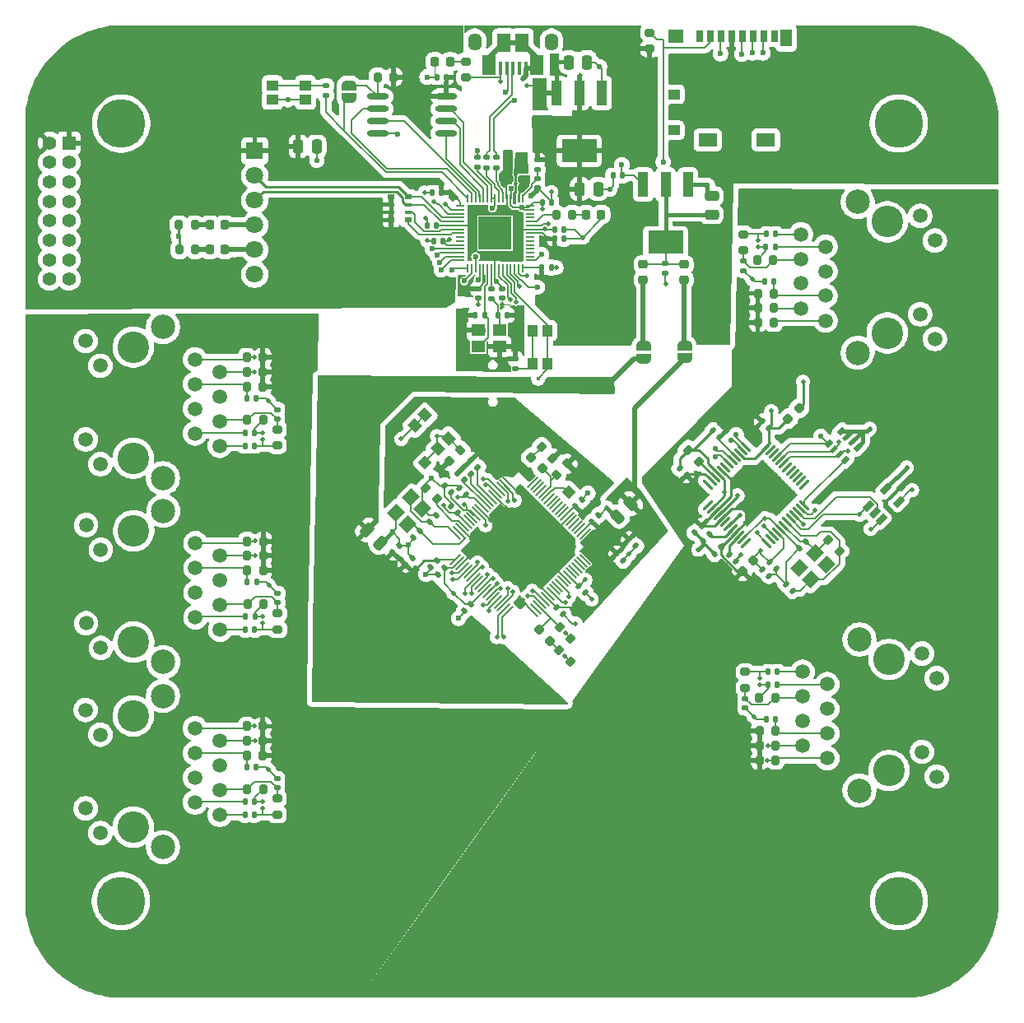
<source format=gbr>
%TF.GenerationSoftware,KiCad,Pcbnew,9.0.1*%
%TF.CreationDate,2025-06-03T17:56:08-07:00*%
%TF.ProjectId,peripheral_board,70657269-7068-4657-9261-6c5f626f6172,rev?*%
%TF.SameCoordinates,Original*%
%TF.FileFunction,Copper,L1,Top*%
%TF.FilePolarity,Positive*%
%FSLAX46Y46*%
G04 Gerber Fmt 4.6, Leading zero omitted, Abs format (unit mm)*
G04 Created by KiCad (PCBNEW 9.0.1) date 2025-06-03 17:56:08*
%MOMM*%
%LPD*%
G01*
G04 APERTURE LIST*
G04 Aperture macros list*
%AMRoundRect*
0 Rectangle with rounded corners*
0 $1 Rounding radius*
0 $2 $3 $4 $5 $6 $7 $8 $9 X,Y pos of 4 corners*
0 Add a 4 corners polygon primitive as box body*
4,1,4,$2,$3,$4,$5,$6,$7,$8,$9,$2,$3,0*
0 Add four circle primitives for the rounded corners*
1,1,$1+$1,$2,$3*
1,1,$1+$1,$4,$5*
1,1,$1+$1,$6,$7*
1,1,$1+$1,$8,$9*
0 Add four rect primitives between the rounded corners*
20,1,$1+$1,$2,$3,$4,$5,0*
20,1,$1+$1,$4,$5,$6,$7,0*
20,1,$1+$1,$6,$7,$8,$9,0*
20,1,$1+$1,$8,$9,$2,$3,0*%
%AMHorizOval*
0 Thick line with rounded ends*
0 $1 width*
0 $2 $3 position (X,Y) of the first rounded end (center of the circle)*
0 $4 $5 position (X,Y) of the second rounded end (center of the circle)*
0 Add line between two ends*
20,1,$1,$2,$3,$4,$5,0*
0 Add two circle primitives to create the rounded ends*
1,1,$1,$2,$3*
1,1,$1,$4,$5*%
%AMRotRect*
0 Rectangle, with rotation*
0 The origin of the aperture is its center*
0 $1 length*
0 $2 width*
0 $3 Rotation angle, in degrees counterclockwise*
0 Add horizontal line*
21,1,$1,$2,0,0,$3*%
%AMFreePoly0*
4,1,23,0.500000,-0.750000,0.000000,-0.750000,0.000000,-0.745722,-0.065263,-0.745722,-0.191342,-0.711940,-0.304381,-0.646677,-0.396677,-0.554381,-0.461940,-0.441342,-0.495722,-0.315263,-0.495722,-0.250000,-0.500000,-0.250000,-0.500000,0.250000,-0.495722,0.250000,-0.495722,0.315263,-0.461940,0.441342,-0.396677,0.554381,-0.304381,0.646677,-0.191342,0.711940,-0.065263,0.745722,0.000000,0.745722,
0.000000,0.750000,0.500000,0.750000,0.500000,-0.750000,0.500000,-0.750000,$1*%
%AMFreePoly1*
4,1,23,0.000000,0.745722,0.065263,0.745722,0.191342,0.711940,0.304381,0.646677,0.396677,0.554381,0.461940,0.441342,0.495722,0.315263,0.495722,0.250000,0.500000,0.250000,0.500000,-0.250000,0.495722,-0.250000,0.495722,-0.315263,0.461940,-0.441342,0.396677,-0.554381,0.304381,-0.646677,0.191342,-0.711940,0.065263,-0.745722,0.000000,-0.745722,0.000000,-0.750000,-0.500000,-0.750000,
-0.500000,0.750000,0.000000,0.750000,0.000000,0.745722,0.000000,0.745722,$1*%
G04 Aperture macros list end*
%TA.AperFunction,SMDPad,CuDef*%
%ADD10RoundRect,0.200000X0.335876X0.053033X0.053033X0.335876X-0.335876X-0.053033X-0.053033X-0.335876X0*%
%TD*%
%TA.AperFunction,SMDPad,CuDef*%
%ADD11RoundRect,0.200000X-0.275000X0.200000X-0.275000X-0.200000X0.275000X-0.200000X0.275000X0.200000X0*%
%TD*%
%TA.AperFunction,SMDPad,CuDef*%
%ADD12RoundRect,0.140000X0.170000X-0.140000X0.170000X0.140000X-0.170000X0.140000X-0.170000X-0.140000X0*%
%TD*%
%TA.AperFunction,SMDPad,CuDef*%
%ADD13RoundRect,0.140000X-0.170000X0.140000X-0.170000X-0.140000X0.170000X-0.140000X0.170000X0.140000X0*%
%TD*%
%TA.AperFunction,ComponentPad*%
%ADD14C,3.250000*%
%TD*%
%TA.AperFunction,ComponentPad*%
%ADD15C,1.520000*%
%TD*%
%TA.AperFunction,ComponentPad*%
%ADD16C,2.500000*%
%TD*%
%TA.AperFunction,SMDPad,CuDef*%
%ADD17RoundRect,0.140000X-0.021213X0.219203X-0.219203X0.021213X0.021213X-0.219203X0.219203X-0.021213X0*%
%TD*%
%TA.AperFunction,SMDPad,CuDef*%
%ADD18RotRect,1.000000X1.000000X315.000000*%
%TD*%
%TA.AperFunction,SMDPad,CuDef*%
%ADD19RoundRect,0.140000X-0.140000X-0.170000X0.140000X-0.170000X0.140000X0.170000X-0.140000X0.170000X0*%
%TD*%
%TA.AperFunction,SMDPad,CuDef*%
%ADD20RoundRect,0.140000X0.140000X0.170000X-0.140000X0.170000X-0.140000X-0.170000X0.140000X-0.170000X0*%
%TD*%
%TA.AperFunction,SMDPad,CuDef*%
%ADD21RoundRect,0.218750X-0.218750X-0.256250X0.218750X-0.256250X0.218750X0.256250X-0.218750X0.256250X0*%
%TD*%
%TA.AperFunction,SMDPad,CuDef*%
%ADD22RoundRect,0.140000X-0.219203X-0.021213X-0.021213X-0.219203X0.219203X0.021213X0.021213X0.219203X0*%
%TD*%
%TA.AperFunction,SMDPad,CuDef*%
%ADD23RoundRect,0.200000X-0.200000X-0.275000X0.200000X-0.275000X0.200000X0.275000X-0.200000X0.275000X0*%
%TD*%
%TA.AperFunction,SMDPad,CuDef*%
%ADD24RoundRect,0.200000X-0.053033X0.335876X-0.335876X0.053033X0.053033X-0.335876X0.335876X-0.053033X0*%
%TD*%
%TA.AperFunction,SMDPad,CuDef*%
%ADD25RoundRect,0.140000X0.219203X0.021213X0.021213X0.219203X-0.219203X-0.021213X-0.021213X-0.219203X0*%
%TD*%
%TA.AperFunction,SMDPad,CuDef*%
%ADD26RotRect,1.400000X1.200000X225.000000*%
%TD*%
%TA.AperFunction,SMDPad,CuDef*%
%ADD27R,1.100000X2.500000*%
%TD*%
%TA.AperFunction,SMDPad,CuDef*%
%ADD28R,3.600000X2.340000*%
%TD*%
%TA.AperFunction,ComponentPad*%
%ADD29C,5.000000*%
%TD*%
%TA.AperFunction,SMDPad,CuDef*%
%ADD30R,1.050000X1.150000*%
%TD*%
%TA.AperFunction,SMDPad,CuDef*%
%ADD31RotRect,1.100000X0.600000X225.000000*%
%TD*%
%TA.AperFunction,SMDPad,CuDef*%
%ADD32RoundRect,0.135000X0.226274X0.035355X0.035355X0.226274X-0.226274X-0.035355X-0.035355X-0.226274X0*%
%TD*%
%TA.AperFunction,SMDPad,CuDef*%
%ADD33RoundRect,0.200000X0.200000X0.275000X-0.200000X0.275000X-0.200000X-0.275000X0.200000X-0.275000X0*%
%TD*%
%TA.AperFunction,SMDPad,CuDef*%
%ADD34RoundRect,0.218750X-0.335876X-0.026517X-0.026517X-0.335876X0.335876X0.026517X0.026517X0.335876X0*%
%TD*%
%TA.AperFunction,SMDPad,CuDef*%
%ADD35R,0.800000X0.500000*%
%TD*%
%TA.AperFunction,SMDPad,CuDef*%
%ADD36R,0.800000X0.400000*%
%TD*%
%TA.AperFunction,SMDPad,CuDef*%
%ADD37RoundRect,0.140000X0.021213X-0.219203X0.219203X-0.021213X-0.021213X0.219203X-0.219203X0.021213X0*%
%TD*%
%TA.AperFunction,SMDPad,CuDef*%
%ADD38RoundRect,0.200000X-0.335876X-0.053033X-0.053033X-0.335876X0.335876X0.053033X0.053033X0.335876X0*%
%TD*%
%TA.AperFunction,SMDPad,CuDef*%
%ADD39HorizOval,0.270000X-0.434871X0.434871X0.434871X-0.434871X0*%
%TD*%
%TA.AperFunction,SMDPad,CuDef*%
%ADD40HorizOval,0.270000X-0.434871X-0.434871X0.434871X0.434871X0*%
%TD*%
%TA.AperFunction,SMDPad,CuDef*%
%ADD41RoundRect,0.135000X-0.185000X0.135000X-0.185000X-0.135000X0.185000X-0.135000X0.185000X0.135000X0*%
%TD*%
%TA.AperFunction,SMDPad,CuDef*%
%ADD42R,0.470000X0.530000*%
%TD*%
%TA.AperFunction,SMDPad,CuDef*%
%ADD43FreePoly0,90.000000*%
%TD*%
%TA.AperFunction,SMDPad,CuDef*%
%ADD44FreePoly1,90.000000*%
%TD*%
%TA.AperFunction,SMDPad,CuDef*%
%ADD45RotRect,0.220000X1.460000X315.000000*%
%TD*%
%TA.AperFunction,SMDPad,CuDef*%
%ADD46RotRect,1.460000X0.220000X315.000000*%
%TD*%
%TA.AperFunction,SMDPad,CuDef*%
%ADD47RoundRect,0.218750X0.218750X0.256250X-0.218750X0.256250X-0.218750X-0.256250X0.218750X-0.256250X0*%
%TD*%
%TA.AperFunction,SMDPad,CuDef*%
%ADD48O,2.250000X0.630000*%
%TD*%
%TA.AperFunction,SMDPad,CuDef*%
%ADD49RoundRect,0.218750X0.026517X-0.335876X0.335876X-0.026517X-0.026517X0.335876X-0.335876X0.026517X0*%
%TD*%
%TA.AperFunction,SMDPad,CuDef*%
%ADD50RoundRect,0.135000X0.185000X-0.135000X0.185000X0.135000X-0.185000X0.135000X-0.185000X-0.135000X0*%
%TD*%
%TA.AperFunction,SMDPad,CuDef*%
%ADD51R,1.400000X1.200000*%
%TD*%
%TA.AperFunction,SMDPad,CuDef*%
%ADD52RoundRect,0.200000X0.053033X-0.335876X0.335876X-0.053033X-0.053033X0.335876X-0.335876X0.053033X0*%
%TD*%
%TA.AperFunction,SMDPad,CuDef*%
%ADD53RoundRect,0.250000X0.250000X0.475000X-0.250000X0.475000X-0.250000X-0.475000X0.250000X-0.475000X0*%
%TD*%
%TA.AperFunction,SMDPad,CuDef*%
%ADD54RoundRect,0.250000X0.159099X-0.512652X0.512652X-0.159099X-0.159099X0.512652X-0.512652X0.159099X0*%
%TD*%
%TA.AperFunction,SMDPad,CuDef*%
%ADD55RoundRect,0.200000X0.275000X-0.200000X0.275000X0.200000X-0.275000X0.200000X-0.275000X-0.200000X0*%
%TD*%
%TA.AperFunction,SMDPad,CuDef*%
%ADD56R,0.700000X1.700000*%
%TD*%
%TA.AperFunction,SMDPad,CuDef*%
%ADD57R,0.450000X1.380000*%
%TD*%
%TA.AperFunction,ComponentPad*%
%ADD58O,1.400000X1.800000*%
%TD*%
%TA.AperFunction,SMDPad,CuDef*%
%ADD59R,1.380000X1.900000*%
%TD*%
%TA.AperFunction,SMDPad,CuDef*%
%ADD60R,1.480000X2.100000*%
%TD*%
%TA.AperFunction,SMDPad,CuDef*%
%ADD61RoundRect,0.250000X-0.475000X0.250000X-0.475000X-0.250000X0.475000X-0.250000X0.475000X0.250000X0*%
%TD*%
%TA.AperFunction,SMDPad,CuDef*%
%ADD62RotRect,1.400000X1.200000X45.000000*%
%TD*%
%TA.AperFunction,SMDPad,CuDef*%
%ADD63R,0.700000X1.200000*%
%TD*%
%TA.AperFunction,SMDPad,CuDef*%
%ADD64R,1.170000X1.800000*%
%TD*%
%TA.AperFunction,SMDPad,CuDef*%
%ADD65R,1.550000X1.350000*%
%TD*%
%TA.AperFunction,SMDPad,CuDef*%
%ADD66R,1.200000X1.000000*%
%TD*%
%TA.AperFunction,SMDPad,CuDef*%
%ADD67R,1.900000X1.350000*%
%TD*%
%TA.AperFunction,SMDPad,CuDef*%
%ADD68RoundRect,0.218750X0.335876X0.026517X0.026517X0.335876X-0.335876X-0.026517X-0.026517X-0.335876X0*%
%TD*%
%TA.AperFunction,SMDPad,CuDef*%
%ADD69RoundRect,0.250000X-0.250000X-0.475000X0.250000X-0.475000X0.250000X0.475000X-0.250000X0.475000X0*%
%TD*%
%TA.AperFunction,SMDPad,CuDef*%
%ADD70RoundRect,0.250000X0.512652X0.159099X0.159099X0.512652X-0.512652X-0.159099X-0.159099X-0.512652X0*%
%TD*%
%TA.AperFunction,ComponentPad*%
%ADD71R,1.400000X1.400000*%
%TD*%
%TA.AperFunction,ComponentPad*%
%ADD72C,1.400000*%
%TD*%
%TA.AperFunction,SMDPad,CuDef*%
%ADD73RotRect,1.050000X1.150000X225.000000*%
%TD*%
%TA.AperFunction,SMDPad,CuDef*%
%ADD74RotRect,0.800000X0.500000X45.000000*%
%TD*%
%TA.AperFunction,SMDPad,CuDef*%
%ADD75RotRect,0.800000X0.400000X45.000000*%
%TD*%
%TA.AperFunction,SMDPad,CuDef*%
%ADD76RotRect,1.000000X1.000000X135.000000*%
%TD*%
%TA.AperFunction,ComponentPad*%
%ADD77R,1.800000X1.800000*%
%TD*%
%TA.AperFunction,ComponentPad*%
%ADD78C,1.800000*%
%TD*%
%TA.AperFunction,SMDPad,CuDef*%
%ADD79R,0.880000X0.200000*%
%TD*%
%TA.AperFunction,SMDPad,CuDef*%
%ADD80R,0.200000X0.880000*%
%TD*%
%TA.AperFunction,SMDPad,CuDef*%
%ADD81R,3.400000X3.400000*%
%TD*%
%TA.AperFunction,SMDPad,CuDef*%
%ADD82R,1.150000X1.050000*%
%TD*%
%TA.AperFunction,SMDPad,CuDef*%
%ADD83RoundRect,0.218750X-0.256250X0.218750X-0.256250X-0.218750X0.256250X-0.218750X0.256250X0.218750X0*%
%TD*%
%TA.AperFunction,SMDPad,CuDef*%
%ADD84RoundRect,0.218750X-0.026517X0.335876X-0.335876X0.026517X0.026517X-0.335876X0.335876X-0.026517X0*%
%TD*%
%TA.AperFunction,ViaPad*%
%ADD85C,0.460000*%
%TD*%
%TA.AperFunction,ViaPad*%
%ADD86C,0.600000*%
%TD*%
%TA.AperFunction,ViaPad*%
%ADD87C,0.560000*%
%TD*%
%TA.AperFunction,ViaPad*%
%ADD88C,0.400000*%
%TD*%
%TA.AperFunction,Conductor*%
%ADD89C,0.127000*%
%TD*%
%TA.AperFunction,Conductor*%
%ADD90C,0.152400*%
%TD*%
%TA.AperFunction,Conductor*%
%ADD91C,0.254000*%
%TD*%
%TA.AperFunction,Conductor*%
%ADD92C,0.381000*%
%TD*%
%TA.AperFunction,Conductor*%
%ADD93C,0.100000*%
%TD*%
%TA.AperFunction,Conductor*%
%ADD94C,0.200000*%
%TD*%
%TA.AperFunction,Conductor*%
%ADD95C,0.150000*%
%TD*%
%TA.AperFunction,Conductor*%
%ADD96C,0.508000*%
%TD*%
G04 APERTURE END LIST*
D10*
%TO.P,R42,1*%
%TO.N,+3V3*%
X153007427Y-105268447D03*
%TO.P,R42,2*%
%TO.N,INTR_N*%
X151840701Y-104101721D03*
%TD*%
D11*
%TO.P,R25,1*%
%TO.N,R1CT*%
X122810000Y-83775000D03*
%TO.P,R25,2*%
%TO.N,RX1-*%
X122810000Y-85425000D03*
%TD*%
D12*
%TO.P,C9,1*%
%TO.N,+3V3*%
X143375192Y-56753569D03*
%TO.P,C9,2*%
%TO.N,GND*%
X143375192Y-55793569D03*
%TD*%
D13*
%TO.P,C38,1*%
%TO.N,GNDA*%
X122810000Y-81720000D03*
%TO.P,C38,2*%
%TO.N,R1CT*%
X122810000Y-82680000D03*
%TD*%
D14*
%TO.P,RJ3,*%
%TO.N,*%
X108050000Y-94192500D03*
X108050000Y-105632500D03*
D15*
%TO.P,RJ3,1,1*%
%TO.N,TX2+*%
X114400000Y-95462500D03*
%TO.P,RJ3,2,2*%
%TO.N,TX2-*%
X116940000Y-96732500D03*
%TO.P,RJ3,3,3*%
%TO.N,T2CT*%
X114400000Y-98012500D03*
%TO.P,RJ3,4,4*%
%TO.N,GND*%
X116940000Y-99282500D03*
%TO.P,RJ3,5,5*%
X114400000Y-100542500D03*
%TO.P,RJ3,6,6*%
%TO.N,R2CT*%
X116940000Y-101812500D03*
%TO.P,RJ3,7,7*%
%TO.N,Net-(C41-Pad2)*%
X114400000Y-103082500D03*
%TO.P,RJ3,8,8*%
%TO.N,Net-(C40-Pad2)*%
X116940000Y-104352500D03*
%TO.P,RJ3,9,LLED+*%
%TO.N,LED2_1*%
X104670000Y-96122500D03*
%TO.P,RJ3,10,LLED-*%
%TO.N,+3V3*%
X103150000Y-93582500D03*
%TO.P,RJ3,11,RLED+*%
%TO.N,LED2_0*%
X104670000Y-106242500D03*
%TO.P,RJ3,12,RLED-*%
%TO.N,+3V3*%
X103150000Y-103702500D03*
D16*
%TO.P,RJ3,13,GND*%
%TO.N,GND*%
X111100000Y-92142500D03*
%TO.P,RJ3,14,GND*%
X111100000Y-107682500D03*
%TD*%
D17*
%TO.P,C63,1*%
%TO.N,GND*%
X135399603Y-95739158D03*
%TO.P,C63,2*%
%TO.N,1.2A*%
X134720781Y-96417980D03*
%TD*%
D10*
%TO.P,R44,1*%
%TO.N,Net-(U7-ISET)*%
X139236521Y-90931854D03*
%TO.P,R44,2*%
%TO.N,GND*%
X138069795Y-89765128D03*
%TD*%
D18*
%TO.P,TP1,1,1*%
%TO.N,Net-(U7-REFCLKO)*%
X152795293Y-90207069D03*
%TD*%
D19*
%TO.P,C4,1*%
%TO.N,GND*%
X143170192Y-71978569D03*
%TO.P,C4,2*%
%TO.N,Net-(U1-XIN)*%
X144130192Y-71978569D03*
%TD*%
D20*
%TO.P,C3,1*%
%TO.N,+1V1*%
X139190192Y-62778569D03*
%TO.P,C3,2*%
%TO.N,GND*%
X138230192Y-62778569D03*
%TD*%
D21*
%TO.P,D4,1,K*%
%TO.N,Net-(D4-K)*%
X115862499Y-65250000D03*
%TO.P,D4,2,A*%
%TO.N,TX*%
X117437501Y-65250000D03*
%TD*%
D22*
%TO.P,C21,1*%
%TO.N,GNDA*%
X167620621Y-83876731D03*
%TO.P,C21,2*%
%TO.N,VDDA*%
X168299443Y-84555553D03*
%TD*%
D23*
%TO.P,R28,1*%
%TO.N,TX2-*%
X119725000Y-96762500D03*
%TO.P,R28,2*%
%TO.N,VDDA*%
X121375000Y-96762500D03*
%TD*%
%TO.P,R29,1*%
%TO.N,T2CT*%
X119725000Y-98262500D03*
%TO.P,R29,2*%
%TO.N,VDDA*%
X121375000Y-98262500D03*
%TD*%
D24*
%TO.P,R43,1*%
%TO.N,+3V3*%
X152671549Y-87290254D03*
%TO.P,R43,2*%
%TO.N,PME_N*%
X151504823Y-88456980D03*
%TD*%
D25*
%TO.P,C71,1*%
%TO.N,GND*%
X152215468Y-102779429D03*
%TO.P,C71,2*%
%TO.N,1.2D*%
X151536646Y-102100607D03*
%TD*%
D26*
%TO.P,Y2,1,1*%
%TO.N,Net-(U4-XI{slash}CLKIN)*%
X178080056Y-96454655D03*
%TO.P,Y2,2*%
%TO.N,N/C*%
X176524421Y-98010290D03*
%TO.P,Y2,3,2*%
%TO.N,Net-(U4-XO)*%
X177726502Y-99212371D03*
%TO.P,Y2,4*%
%TO.N,N/C*%
X179282137Y-97656736D03*
%TD*%
D27*
%TO.P,U6,1,GND*%
%TO.N,GND*%
X165060192Y-58558569D03*
%TO.P,U6,2,VOUT*%
%TO.N,Net-(C56-Pad2)*%
X162760192Y-58558569D03*
%TO.P,U6,3,INPUT*%
%TO.N,VBUS*%
X160460192Y-58558569D03*
D28*
%TO.P,U6,4,VOUT*%
%TO.N,Net-(C56-Pad2)*%
X162760192Y-64498569D03*
%TD*%
D13*
%TO.P,C6,1*%
%TO.N,+1V1*%
X145950192Y-69298569D03*
%TO.P,C6,2*%
%TO.N,GND*%
X145950192Y-70258569D03*
%TD*%
D29*
%TO.P,H3,1*%
%TO.N,N/C*%
X186760192Y-132278569D03*
%TD*%
D30*
%TO.P,SW2,1,1*%
%TO.N,Net-(R3-Pad1)*%
X149100192Y-77003569D03*
%TO.P,SW2,1',1'*%
X149100192Y-73603569D03*
%TO.P,SW2,2,2*%
%TO.N,~{RESET}*%
X150600192Y-77003569D03*
%TO.P,SW2,2',2'*%
X150600192Y-73603569D03*
%TD*%
D20*
%TO.P,C41,1*%
%TO.N,RX2+*%
X120530000Y-103012500D03*
%TO.P,C41,2*%
%TO.N,Net-(C41-Pad2)*%
X119570000Y-103012500D03*
%TD*%
D31*
%TO.P,U5,1,OE*%
%TO.N,SPI0_CS1*%
X183595489Y-91688757D03*
%TO.P,U5,2,A*%
%TO.N,MISO_ETHER*%
X184267240Y-92360509D03*
%TO.P,U5,3,GND*%
%TO.N,GND*%
X184938992Y-93032260D03*
%TO.P,U5,4,Y*%
%TO.N,SPI0_MISO*%
X186777469Y-91193783D03*
%TO.P,U5,5,VCC*%
%TO.N,+3V3*%
X185433966Y-89850280D03*
%TD*%
D32*
%TO.P,R47,1*%
%TO.N,Net-(U7-SCL_MDC)*%
X143440271Y-87640271D03*
%TO.P,R47,2*%
%TO.N,+3V3*%
X142719023Y-86919023D03*
%TD*%
D21*
%TO.P,D1,1,K*%
%TO.N,GND*%
X139022692Y-45928569D03*
%TO.P,D1,2,A*%
%TO.N,Net-(D1-A)*%
X140597692Y-45928569D03*
%TD*%
D33*
%TO.P,R19,1*%
%TO.N,TCT*%
X173885192Y-69766069D03*
%TO.P,R19,2*%
%TO.N,VDDA*%
X172235192Y-69766069D03*
%TD*%
%TO.P,R13,1*%
%TO.N,Net-(D3-K)*%
X114324999Y-62700000D03*
%TO.P,R13,2*%
%TO.N,GND*%
X112674999Y-62700000D03*
%TD*%
D29*
%TO.P,H4,1*%
%TO.N,N/C*%
X106735192Y-132278569D03*
%TD*%
D20*
%TO.P,C12,1*%
%TO.N,+3V3*%
X139865192Y-64353569D03*
%TO.P,C12,2*%
%TO.N,GND*%
X138905192Y-64353569D03*
%TD*%
D11*
%TO.P,R9,1*%
%TO.N,Net-(D1-A)*%
X142210192Y-45903569D03*
%TO.P,R9,2*%
%TO.N,VBUS*%
X142210192Y-47553569D03*
%TD*%
D25*
%TO.P,C66,1*%
%TO.N,GND*%
X158410192Y-97228569D03*
%TO.P,C66,2*%
%TO.N,1.2D*%
X157731370Y-96549747D03*
%TD*%
D32*
%TO.P,R45,1*%
%TO.N,Net-(U7-SPIS_N)*%
X142089697Y-88976704D03*
%TO.P,R45,2*%
%TO.N,+3V3*%
X141368449Y-88255456D03*
%TD*%
D34*
%TO.P,D5,1,K*%
%TO.N,INTR_N*%
X149719379Y-104384560D03*
%TO.P,D5,2,A*%
%TO.N,Net-(D5-A)*%
X150833073Y-105498254D03*
%TD*%
D33*
%TO.P,R14,1*%
%TO.N,Net-(D4-K)*%
X114387500Y-65250000D03*
%TO.P,R14,2*%
%TO.N,GND*%
X112737500Y-65250000D03*
%TD*%
D25*
%TO.P,C67,1*%
%TO.N,GND*%
X159697126Y-95757787D03*
%TO.P,C67,2*%
%TO.N,1.2D*%
X159018304Y-95078965D03*
%TD*%
D20*
%TO.P,C45,1*%
%TO.N,RX3+*%
X120490002Y-122050000D03*
%TO.P,C45,2*%
%TO.N,Net-(C45-Pad2)*%
X119530002Y-122050000D03*
%TD*%
D19*
%TO.P,C53,1*%
%TO.N,GND*%
X157350192Y-57628569D03*
%TO.P,C53,2*%
%TO.N,VBUS*%
X158310192Y-57628569D03*
%TD*%
D33*
%TO.P,R37,1*%
%TO.N,TX4+*%
X174075000Y-117787500D03*
%TO.P,R37,2*%
%TO.N,VDDA*%
X172425000Y-117787500D03*
%TD*%
D13*
%TO.P,C42,1*%
%TO.N,GNDA*%
X122850000Y-100632500D03*
%TO.P,C42,2*%
%TO.N,R2CT*%
X122850000Y-101592500D03*
%TD*%
D35*
%TO.P,RN1,1,R1.1*%
%TO.N,/Raspberry_pi/SCL0*%
X136335192Y-62228569D03*
D36*
%TO.P,RN1,2,R2.1*%
%TO.N,/Raspberry_pi/SDA0*%
X136335192Y-61428569D03*
%TO.P,RN1,3,R3.1*%
%TO.N,SCL1*%
X136335192Y-60628569D03*
D35*
%TO.P,RN1,4,R4.1*%
%TO.N,SDA1*%
X136335192Y-59828569D03*
%TO.P,RN1,5,R4.2*%
%TO.N,+3V3*%
X134535192Y-59828569D03*
D36*
%TO.P,RN1,6,R3.2*%
X134535192Y-60628569D03*
%TO.P,RN1,7,R2.2*%
X134535192Y-61428569D03*
D35*
%TO.P,RN1,8,R1.2*%
X134535192Y-62228569D03*
%TD*%
D23*
%TO.P,R23,1*%
%TO.N,TX1-*%
X119685000Y-77850000D03*
%TO.P,R23,2*%
%TO.N,VDDA*%
X121335000Y-77850000D03*
%TD*%
D37*
%TO.P,C23,1*%
%TO.N,GNDA*%
X167770439Y-96553651D03*
%TO.P,C23,2*%
%TO.N,VDDA*%
X168449261Y-95874829D03*
%TD*%
D38*
%TO.P,R15,1*%
%TO.N,GNDA*%
X165051613Y-85872802D03*
%TO.P,R15,2*%
%TO.N,Net-(U4-EXRES1)*%
X166218339Y-87039528D03*
%TD*%
D33*
%TO.P,R38,1*%
%TO.N,TX4-*%
X174075000Y-116287500D03*
%TO.P,R38,2*%
%TO.N,VDDA*%
X172425000Y-116287500D03*
%TD*%
D39*
%TO.P,U4,1,TXN*%
%TO.N,TX -*%
X171037272Y-85522785D03*
%TO.P,U4,2,TXP*%
%TO.N,TX +*%
X170683718Y-85876338D03*
%TO.P,U4,3,AGND*%
%TO.N,GNDA*%
X170330165Y-86229891D03*
%TO.P,U4,4,AVDD*%
%TO.N,VDDA*%
X169976612Y-86583445D03*
%TO.P,U4,5,RXN*%
%TO.N,RX -*%
X169623058Y-86936998D03*
%TO.P,U4,6,RXP*%
%TO.N,RX +*%
X169269505Y-87290551D03*
%TO.P,U4,7,DNC*%
%TO.N,unconnected-(U4-DNC-Pad7)*%
X168915951Y-87644105D03*
%TO.P,U4,8,AVDD*%
%TO.N,VDDA*%
X168562398Y-87997658D03*
%TO.P,U4,9,AGND*%
%TO.N,GNDA*%
X168208845Y-88351212D03*
%TO.P,U4,10,EXRES1*%
%TO.N,Net-(U4-EXRES1)*%
X167855291Y-88704765D03*
%TO.P,U4,11,AVDD*%
%TO.N,VDDA*%
X167501738Y-89058318D03*
%TO.P,U4,12,NC*%
%TO.N,unconnected-(U4-NC-Pad12)*%
X167148185Y-89411872D03*
D40*
%TO.P,U4,13,NC*%
%TO.N,unconnected-(U4-NC-Pad13)*%
X167148185Y-91533192D03*
%TO.P,U4,14,AGND*%
%TO.N,GNDA*%
X167501738Y-91886746D03*
%TO.P,U4,15,AVDD*%
%TO.N,VDDA*%
X167855291Y-92240299D03*
%TO.P,U4,16,AGND*%
%TO.N,GNDA*%
X168208845Y-92593852D03*
%TO.P,U4,17,AVDD*%
%TO.N,VDDA*%
X168562398Y-92947406D03*
%TO.P,U4,18,VBG*%
%TO.N,unconnected-(U4-VBG-Pad18)*%
X168915951Y-93300959D03*
%TO.P,U4,19,AGND*%
%TO.N,GNDA*%
X169269505Y-93654513D03*
%TO.P,U4,20,TOCAP*%
%TO.N,Net-(U4-TOCAP)*%
X169623058Y-94008066D03*
%TO.P,U4,21,AVDD*%
%TO.N,VDDA*%
X169976612Y-94361619D03*
%TO.P,U4,22,1V2O*%
%TO.N,Net-(U4-1V2O)*%
X170330165Y-94715173D03*
%TO.P,U4,23,RSVD*%
%TO.N,GND*%
X170683718Y-95068726D03*
%TO.P,U4,24,SPDLED*%
%TO.N,unconnected-(U4-SPDLED-Pad24)*%
X171037272Y-95422279D03*
D39*
%TO.P,U4,25,LINKLED*%
%TO.N,GREEN_LED*%
X173158592Y-95422279D03*
%TO.P,U4,26,DUPLED*%
%TO.N,unconnected-(U4-DUPLED-Pad26)*%
X173512146Y-95068726D03*
%TO.P,U4,27,ACTLED*%
%TO.N,YELLOW_LED*%
X173865699Y-94715173D03*
%TO.P,U4,28,VDD*%
%TO.N,+3V3*%
X174219252Y-94361619D03*
%TO.P,U4,29,GND*%
%TO.N,GND*%
X174572806Y-94008066D03*
%TO.P,U4,30,XI/CLKIN*%
%TO.N,Net-(U4-XI{slash}CLKIN)*%
X174926359Y-93654513D03*
%TO.P,U4,31,XO*%
%TO.N,Net-(U4-XO)*%
X175279913Y-93300959D03*
%TO.P,U4,32,SCSn*%
%TO.N,SPI0_CS1*%
X175633466Y-92947406D03*
%TO.P,U4,33,SCLK*%
%TO.N,SPI0_SCK*%
X175987019Y-92593852D03*
%TO.P,U4,34,MISO*%
%TO.N,MISO_ETHER*%
X176340573Y-92240299D03*
%TO.P,U4,35,MOSI*%
%TO.N,SPI0_MOSI*%
X176694126Y-91886746D03*
%TO.P,U4,36,INTn*%
%TO.N,Net-(RN2-R4.1)*%
X177047679Y-91533192D03*
D40*
%TO.P,U4,37,RSTn*%
%TO.N,unconnected-(U4-RSTn-Pad37)*%
X177047679Y-89411872D03*
%TO.P,U4,38,RSVD*%
%TO.N,unconnected-(U4-RSVD-Pad38)*%
X176694126Y-89058318D03*
%TO.P,U4,39,RSVD*%
%TO.N,unconnected-(U4-RSVD-Pad39)*%
X176340573Y-88704765D03*
%TO.P,U4,40,RSVD*%
%TO.N,unconnected-(U4-RSVD-Pad40)*%
X175987019Y-88351212D03*
%TO.P,U4,41,RSVD*%
%TO.N,unconnected-(U4-RSVD-Pad41)*%
X175633466Y-87997658D03*
%TO.P,U4,42,RSVD*%
%TO.N,unconnected-(U4-RSVD-Pad42)*%
X175279913Y-87644105D03*
%TO.P,U4,43,PMODE2*%
%TO.N,Net-(JP4-B)*%
X174926359Y-87290551D03*
%TO.P,U4,44,PMODE1*%
%TO.N,Net-(JP3-B)*%
X174572806Y-86936998D03*
%TO.P,U4,45,PMODE0*%
%TO.N,Net-(JP2-B)*%
X174219252Y-86583445D03*
%TO.P,U4,46,NC*%
%TO.N,unconnected-(U4-NC-Pad46)*%
X173865699Y-86229891D03*
%TO.P,U4,47,NC*%
%TO.N,unconnected-(U4-NC-Pad47)*%
X173512146Y-85876338D03*
%TO.P,U4,48,AGND*%
%TO.N,GNDA*%
X173158592Y-85522785D03*
%TD*%
D22*
%TO.P,C20,1*%
%TO.N,GNDA*%
X164199550Y-87778457D03*
%TO.P,C20,2*%
%TO.N,VDDA*%
X164878372Y-88457279D03*
%TD*%
D41*
%TO.P,R6,1*%
%TO.N,D-*%
X145375192Y-55793569D03*
%TO.P,R6,2*%
%TO.N,Net-(U1-USB_DM)*%
X145375192Y-56813569D03*
%TD*%
D22*
%TO.P,C29,1*%
%TO.N,GND*%
X175124349Y-99693206D03*
%TO.P,C29,2*%
%TO.N,Net-(U4-XO)*%
X175803171Y-100372028D03*
%TD*%
D23*
%TO.P,R24,1*%
%TO.N,T1CT*%
X119685000Y-79350000D03*
%TO.P,R24,2*%
%TO.N,VDDA*%
X121335000Y-79350000D03*
%TD*%
D22*
%TO.P,C75,1*%
%TO.N,GND*%
X140020781Y-89539158D03*
%TO.P,C75,2*%
%TO.N,1.2D*%
X140699603Y-90217980D03*
%TD*%
D33*
%TO.P,R11,1*%
%TO.N,Net-(D2-A)*%
X153160192Y-61653569D03*
%TO.P,R11,2*%
%TO.N,firm_active*%
X151510192Y-61653569D03*
%TD*%
D19*
%TO.P,C48,1*%
%TO.N,RX4-*%
X173300000Y-108687500D03*
%TO.P,C48,2*%
%TO.N,Net-(C48-Pad2)*%
X174260000Y-108687500D03*
%TD*%
D20*
%TO.P,C44,1*%
%TO.N,RX3-*%
X120460000Y-123400000D03*
%TO.P,C44,2*%
%TO.N,Net-(C44-Pad2)*%
X119500000Y-123400000D03*
%TD*%
D42*
%TO.P,C2,1*%
%TO.N,+1V1*%
X146845192Y-58003569D03*
%TO.P,C2,2*%
%TO.N,GND*%
X147805192Y-58003569D03*
%TD*%
D37*
%TO.P,C54,1*%
%TO.N,GND*%
X142061413Y-102425875D03*
%TO.P,C54,2*%
%TO.N,+3V3*%
X142740235Y-101747053D03*
%TD*%
D20*
%TO.P,C37,1*%
%TO.N,RX1+*%
X120490000Y-84100000D03*
%TO.P,C37,2*%
%TO.N,Net-(C37-Pad2)*%
X119530000Y-84100000D03*
%TD*%
D43*
%TO.P,JP1,1,A*%
%TO.N,/Raspberry_pi/ QSPI_CS*%
X130175192Y-49653569D03*
D44*
%TO.P,JP1,2,B*%
%TO.N,/Raspberry_pi/FLASH_SS*%
X130175192Y-48353569D03*
%TD*%
D45*
%TO.P,U7,1,VDD12A*%
%TO.N,1.2A*%
X141142175Y-97122574D03*
%TO.P,U7,2,VDDAT33*%
%TO.N,+3V3*%
X141425018Y-97405417D03*
%TO.P,U7,3,GNDA*%
%TO.N,GND*%
X141707860Y-97688260D03*
%TO.P,U7,4,RXP1*%
%TO.N,RX1+*%
X141990703Y-97971103D03*
%TO.P,U7,5,RXM1*%
%TO.N,RX1-*%
X142273546Y-98253945D03*
%TO.P,U7,6,TXP1*%
%TO.N,TX1+*%
X142556389Y-98536788D03*
%TO.P,U7,7,TXM1*%
%TO.N,TX1-*%
X142839231Y-98819631D03*
%TO.P,U7,8,RXP2*%
%TO.N,RX2+*%
X143122074Y-99102473D03*
%TO.P,U7,9,RXM2*%
%TO.N,RX2-*%
X143404917Y-99385316D03*
%TO.P,U7,10,TXP2*%
%TO.N,TX2+*%
X143687759Y-99668159D03*
%TO.P,U7,11,TXM2*%
%TO.N,TX2-*%
X143970602Y-99951002D03*
%TO.P,U7,12,VDDAT33*%
%TO.N,+3V3*%
X144253445Y-100233844D03*
%TO.P,U7,13,RXP3*%
%TO.N,RX3+*%
X144536288Y-100516687D03*
%TO.P,U7,14,RXM3*%
%TO.N,RX3-*%
X144819130Y-100799530D03*
%TO.P,U7,15,TXP3*%
%TO.N,TX3+*%
X145101973Y-101082372D03*
%TO.P,U7,16,TXM3*%
%TO.N,TX3-*%
X145384816Y-101365215D03*
%TO.P,U7,17,RXP4*%
%TO.N,RX4+*%
X145667658Y-101648058D03*
%TO.P,U7,18,RXM4*%
%TO.N,RX4-*%
X145950501Y-101930901D03*
%TO.P,U7,19,TXP4*%
%TO.N,TX4+*%
X146233344Y-102213743D03*
%TO.P,U7,20,TXM4*%
%TO.N,TX4-*%
X146516187Y-102496586D03*
D46*
%TO.P,U7,21,GNDA*%
%TO.N,GND*%
X149104197Y-102496586D03*
%TO.P,U7,22,NC*%
%TO.N,unconnected-(U7-NC-Pad22)*%
X149387040Y-102213743D03*
%TO.P,U7,23,INTR_N*%
%TO.N,INTR_N*%
X149669883Y-101930901D03*
%TO.P,U7,24,LED3_1*%
%TO.N,LED3_1*%
X149952726Y-101648058D03*
%TO.P,U7,25,LED3_0*%
%TO.N,LED3_0*%
X150235568Y-101365215D03*
%TO.P,U7,26,VDD12D*%
%TO.N,1.2D*%
X150518411Y-101082372D03*
%TO.P,U7,27,GNDD*%
%TO.N,GND*%
X150801254Y-100799530D03*
%TO.P,U7,28,LED4_1*%
%TO.N,LED4_1*%
X151084096Y-100516687D03*
%TO.P,U7,29,TXEN5/TXDS5_CTL*%
%TO.N,unconnected-(U7-TXEN5{slash}TXDS5_CTL-Pad29)*%
X151366939Y-100233844D03*
%TO.P,U7,30,TXD5_0*%
%TO.N,unconnected-(U7-TXD5_0-Pad30)*%
X151649782Y-99951002D03*
%TO.P,U7,31,LED4_0*%
%TO.N,LED4_0*%
X151932625Y-99668159D03*
%TO.P,U7,32,TXD5_1*%
%TO.N,unconnected-(U7-TXD5_1-Pad32)*%
X152215467Y-99385316D03*
%TO.P,U7,33,GNDD*%
%TO.N,GND*%
X152498310Y-99102473D03*
%TO.P,U7,34,VDDIO*%
%TO.N,+3V3*%
X152781153Y-98819631D03*
%TO.P,U7,35,TXD5_2*%
%TO.N,unconnected-(U7-TXD5_2-Pad35)*%
X153063995Y-98536788D03*
%TO.P,U7,36,TXD5_3*%
%TO.N,unconnected-(U7-TXD5_3-Pad36)*%
X153346838Y-98253945D03*
%TO.P,U7,37,TXER5*%
%TO.N,unconnected-(U7-TXER5-Pad37)*%
X153629681Y-97971103D03*
%TO.P,U7,38,TXD5_4*%
%TO.N,unconnected-(U7-TXD5_4-Pad38)*%
X153912524Y-97688260D03*
%TO.P,U7,39,TXD5_5*%
%TO.N,unconnected-(U7-TXD5_5-Pad39)*%
X154195366Y-97405417D03*
%TO.P,U7,40,TXD5_6*%
%TO.N,unconnected-(U7-TXD5_6-Pad40)*%
X154478209Y-97122574D03*
D45*
%TO.P,U7,41,TXD5_7*%
%TO.N,unconnected-(U7-TXD5_7-Pad41)*%
X154478209Y-94534564D03*
%TO.P,U7,42,VDD12D*%
%TO.N,1.2D*%
X154195366Y-94251721D03*
%TO.P,U7,43,TXC5/REFCLKI5/GTXC5*%
%TO.N,unconnected-(U7-TXC5{slash}REFCLKI5{slash}GTXC5-Pad43)*%
X153912524Y-93968878D03*
%TO.P,U7,44,RXC5/GRXC5*%
%TO.N,unconnected-(U7-RXC5{slash}GRXC5-Pad44)*%
X153629681Y-93686035D03*
%TO.P,U7,45,RXD5_0*%
%TO.N,unconnected-(U7-RXD5_0-Pad45)*%
X153346838Y-93403193D03*
%TO.P,U7,46,RXD5_1*%
%TO.N,unconnected-(U7-RXD5_1-Pad46)*%
X153063995Y-93120350D03*
%TO.P,U7,47,GNDD*%
%TO.N,GND*%
X152781153Y-92837507D03*
%TO.P,U7,48,VDDIO*%
%TO.N,+3V3*%
X152498310Y-92554665D03*
%TO.P,U7,49,RXD5_2*%
%TO.N,unconnected-(U7-RXD5_2-Pad49)*%
X152215467Y-92271822D03*
%TO.P,U7,50,RXD5_3*%
%TO.N,unconnected-(U7-RXD5_3-Pad50)*%
X151932625Y-91988979D03*
%TO.P,U7,51,RXDV5/CRSDV5/RXD5_CTL*%
%TO.N,unconnected-(U7-RXDV5{slash}CRSDV5{slash}RXD5_CTL-Pad51)*%
X151649782Y-91706136D03*
%TO.P,U7,52,RXER5*%
%TO.N,unconnected-(U7-RXER5-Pad52)*%
X151366939Y-91423294D03*
%TO.P,U7,53,CRS5*%
%TO.N,unconnected-(U7-CRS5-Pad53)*%
X151084096Y-91140451D03*
%TO.P,U7,54,COL5*%
%TO.N,unconnected-(U7-COL5-Pad54)*%
X150801254Y-90857608D03*
%TO.P,U7,55,REFCLKO*%
%TO.N,Net-(U7-REFCLKO)*%
X150518411Y-90574766D03*
%TO.P,U7,56,PME*%
%TO.N,PME_N*%
X150235568Y-90291923D03*
%TO.P,U7,57,RXD5_4*%
%TO.N,unconnected-(U7-RXD5_4-Pad57)*%
X149952726Y-90009080D03*
%TO.P,U7,58,RXD5_5*%
%TO.N,unconnected-(U7-RXD5_5-Pad58)*%
X149669883Y-89726237D03*
%TO.P,U7,59,RXD5_6*%
%TO.N,unconnected-(U7-RXD5_6-Pad59)*%
X149387040Y-89443395D03*
%TO.P,U7,60,RXD5_7*%
%TO.N,unconnected-(U7-RXD5_7-Pad60)*%
X149104197Y-89160552D03*
D46*
%TO.P,U7,61,GNDD*%
%TO.N,GND*%
X146516187Y-89160552D03*
%TO.P,U7,62,LED21*%
%TO.N,LED2_1*%
X146233344Y-89443395D03*
%TO.P,U7,63,LED20*%
%TO.N,LED2_0*%
X145950501Y-89726237D03*
%TO.P,U7,64,LED11*%
%TO.N,LED1_1*%
X145667658Y-90009080D03*
%TO.P,U7,65,LED10*%
%TO.N,LED1_0*%
X145384816Y-90291923D03*
%TO.P,U7,66,SPIQ*%
%TO.N,GND*%
X145101973Y-90574766D03*
%TO.P,U7,67,SCL_MDC*%
%TO.N,Net-(U7-SCL_MDC)*%
X144819130Y-90857608D03*
%TO.P,U7,68,SDA_MDIO*%
%TO.N,Net-(U7-SDA_MDIO)*%
X144536288Y-91140451D03*
%TO.P,U7,69,SPIS_N*%
%TO.N,Net-(U7-SPIS_N)*%
X144253445Y-91423294D03*
%TO.P,U7,70,VDDIO*%
%TO.N,+3V3*%
X143970602Y-91706136D03*
%TO.P,U7,71,GNDD*%
%TO.N,GND*%
X143687759Y-91988979D03*
%TO.P,U7,72,RST_N*%
%TO.N,RST_N*%
X143404917Y-92271822D03*
%TO.P,U7,73,VDD12D*%
%TO.N,1.2D*%
X143122074Y-92554665D03*
%TO.P,U7,74,NC*%
%TO.N,unconnected-(U7-NC-Pad74)*%
X142839231Y-92837507D03*
%TO.P,U7,75,ATST*%
%TO.N,unconnected-(U7-ATST-Pad75)*%
X142556389Y-93120350D03*
%TO.P,U7,76,VDDAT33*%
%TO.N,+3V3*%
X142273546Y-93403193D03*
%TO.P,U7,77,ISET*%
%TO.N,Net-(U7-ISET)*%
X141990703Y-93686035D03*
%TO.P,U7,78,GNDA*%
%TO.N,GND*%
X141707860Y-93968878D03*
%TO.P,U7,79,XI*%
%TO.N,Net-(U7-XI)*%
X141425018Y-94251721D03*
%TO.P,U7,80,XO*%
%TO.N,Net-(U7-XO)*%
X141142175Y-94534564D03*
%TD*%
D38*
%TO.P,R50,1*%
%TO.N,Net-(D6-A)*%
X149984545Y-85557845D03*
%TO.P,R50,2*%
%TO.N,+3V3*%
X151151271Y-86724571D03*
%TD*%
D47*
%TO.P,D2,1,K*%
%TO.N,GND*%
X156147692Y-61653569D03*
%TO.P,D2,2,A*%
%TO.N,Net-(D2-A)*%
X154572692Y-61653569D03*
%TD*%
D20*
%TO.P,C5,1*%
%TO.N,GND*%
X146480192Y-72003569D03*
%TO.P,C5,2*%
%TO.N,Net-(C5-Pad2)*%
X145520192Y-72003569D03*
%TD*%
D48*
%TO.P,U3,1,~{CS}*%
%TO.N,/Raspberry_pi/FLASH_SS*%
X133145192Y-49493569D03*
%TO.P,U3,2,DO*%
%TO.N,/Raspberry_pi/QSPI_DATA_1*%
X133145192Y-50773569D03*
%TO.P,U3,3,IO2*%
%TO.N,/Raspberry_pi/QSPI_DATA_2*%
X133145192Y-52033569D03*
%TO.P,U3,4,GND*%
%TO.N,GND*%
X133145192Y-53303569D03*
%TO.P,U3,5,DI*%
%TO.N,/Raspberry_pi/QSPI_DATA_0*%
X140205192Y-53303569D03*
%TO.P,U3,6,CLK*%
%TO.N,/Raspberry_pi/QSPI_SCK*%
X140205192Y-52033569D03*
%TO.P,U3,7,IO3*%
%TO.N,/Raspberry_pi/QSPI_DATA_3*%
X140205192Y-50773569D03*
%TO.P,U3,8,VCC*%
%TO.N,+3V3*%
X140205192Y-49493569D03*
%TD*%
D13*
%TO.P,C7,1*%
%TO.N,Net-(U1-VREG_AVDD)*%
X149575192Y-57923569D03*
%TO.P,C7,2*%
%TO.N,GND*%
X149575192Y-58883569D03*
%TD*%
D17*
%TO.P,C73,1*%
%TO.N,GND*%
X155892421Y-92554663D03*
%TO.P,C73,2*%
%TO.N,1.2D*%
X155213599Y-93233485D03*
%TD*%
D23*
%TO.P,R27,1*%
%TO.N,TX2+*%
X119725000Y-95262500D03*
%TO.P,R27,2*%
%TO.N,VDDA*%
X121375000Y-95262500D03*
%TD*%
D49*
%TO.P,FB1,1,1*%
%TO.N,GNDA*%
X175366532Y-82664306D03*
%TO.P,FB1,2,2*%
%TO.N,GND*%
X176480226Y-81550612D03*
%TD*%
D29*
%TO.P,H2,1*%
%TO.N,N/C*%
X186735192Y-52278569D03*
%TD*%
D25*
%TO.P,C28,1*%
%TO.N,GND*%
X174106115Y-98109285D03*
%TO.P,C28,2*%
%TO.N,+3V3*%
X173427293Y-97430463D03*
%TD*%
D50*
%TO.P,R4,1*%
%TO.N,Net-(C5-Pad2)*%
X144825192Y-70288569D03*
%TO.P,R4,2*%
%TO.N,Net-(U1-XOUT)*%
X144825192Y-69268569D03*
%TD*%
D14*
%TO.P,RJ5,*%
%TO.N,*%
X185750000Y-118857500D03*
X185750000Y-107417500D03*
D15*
%TO.P,RJ5,1,1*%
%TO.N,TX4+*%
X179400000Y-117587500D03*
%TO.P,RJ5,2,2*%
%TO.N,TX4-*%
X176860000Y-116317500D03*
%TO.P,RJ5,3,3*%
%TO.N,T4CT*%
X179400000Y-115037499D03*
%TO.P,RJ5,4,4*%
%TO.N,GND*%
X176860000Y-113767500D03*
%TO.P,RJ5,5,5*%
X179400000Y-112507500D03*
%TO.P,RJ5,6,6*%
%TO.N,R4CT*%
X176860000Y-111237500D03*
%TO.P,RJ5,7,7*%
%TO.N,Net-(C49-Pad2)*%
X179400000Y-109967500D03*
%TO.P,RJ5,8,8*%
%TO.N,Net-(C48-Pad2)*%
X176860000Y-108697500D03*
%TO.P,RJ5,9,LLED+*%
%TO.N,LED4_1*%
X189130000Y-116927500D03*
%TO.P,RJ5,10,LLED-*%
%TO.N,+3V3*%
X190650000Y-119467500D03*
%TO.P,RJ5,11,RLED+*%
%TO.N,LED4_0*%
X189129999Y-106807500D03*
%TO.P,RJ5,12,RLED-*%
%TO.N,+3V3*%
X190650000Y-109347500D03*
D16*
%TO.P,RJ5,13,GND*%
%TO.N,GND*%
X182700000Y-120907500D03*
%TO.P,RJ5,14,GND*%
X182700000Y-105367500D03*
%TD*%
D51*
%TO.P,Y1,1,1*%
%TO.N,Net-(U1-XIN)*%
X143500192Y-75253569D03*
%TO.P,Y1,2,2*%
%TO.N,GND*%
X145700192Y-75253569D03*
%TO.P,Y1,3,3*%
%TO.N,Net-(C5-Pad2)*%
X145700192Y-73553569D03*
%TO.P,Y1,4,4*%
%TO.N,GND*%
X143500192Y-73553569D03*
%TD*%
D52*
%TO.P,R48,1*%
%TO.N,+3V3*%
X140491637Y-87025089D03*
%TO.P,R48,2*%
%TO.N,RST_N*%
X141658363Y-85858363D03*
%TD*%
D20*
%TO.P,C10,1*%
%TO.N,+3V3*%
X139690192Y-59403569D03*
%TO.P,C10,2*%
%TO.N,GND*%
X138730192Y-59403569D03*
%TD*%
%TO.P,C19,1*%
%TO.N,+3V3*%
X140205192Y-47503569D03*
%TO.P,C19,2*%
%TO.N,GND*%
X139245192Y-47503569D03*
%TD*%
D19*
%TO.P,C33,1*%
%TO.N,RX -*%
X173110192Y-63666069D03*
%TO.P,C33,2*%
%TO.N,Net-(C33-Pad2)*%
X174070192Y-63666069D03*
%TD*%
D23*
%TO.P,R33,1*%
%TO.N,TX3-*%
X119685001Y-115800000D03*
%TO.P,R33,2*%
%TO.N,VDDA*%
X121335001Y-115800000D03*
%TD*%
D53*
%TO.P,C17,1*%
%TO.N,GND*%
X154672692Y-45978569D03*
%TO.P,C17,2*%
%TO.N,VBUS*%
X152772692Y-45978569D03*
%TD*%
D20*
%TO.P,C36,1*%
%TO.N,RX1-*%
X120460000Y-85450000D03*
%TO.P,C36,2*%
%TO.N,Net-(C36-Pad2)*%
X119500000Y-85450000D03*
%TD*%
D23*
%TO.P,R31,1*%
%TO.N,R2CT*%
X119775000Y-101712500D03*
%TO.P,R31,2*%
%TO.N,RX2+*%
X121425000Y-101712500D03*
%TD*%
D19*
%TO.P,C13,1*%
%TO.N,+3V3*%
X150030192Y-67103569D03*
%TO.P,C13,2*%
%TO.N,GND*%
X150990192Y-67103569D03*
%TD*%
D54*
%TO.P,C64,1*%
%TO.N,GND*%
X157828249Y-92721751D03*
%TO.P,C64,2*%
%TO.N,1.2D*%
X159171751Y-91378249D03*
%TD*%
D23*
%TO.P,R26,1*%
%TO.N,R1CT*%
X119735000Y-82800000D03*
%TO.P,R26,2*%
%TO.N,RX1+*%
X121385000Y-82800000D03*
%TD*%
D55*
%TO.P,R40,1*%
%TO.N,R4CT*%
X170950000Y-110362500D03*
%TO.P,R40,2*%
%TO.N,RX4-*%
X170950000Y-108712500D03*
%TD*%
D43*
%TO.P,JP5,1,A*%
%TO.N,1.2A*%
X160510192Y-76478568D03*
D44*
%TO.P,JP5,2,B*%
%TO.N,Net-(JP5-B)*%
X160510192Y-75178570D03*
%TD*%
D12*
%TO.P,C50,1*%
%TO.N,GNDA*%
X170950000Y-112417500D03*
%TO.P,C50,2*%
%TO.N,R4CT*%
X170950000Y-111457500D03*
%TD*%
D19*
%TO.P,C11,1*%
%TO.N,+3V3*%
X151330192Y-64153569D03*
%TO.P,C11,2*%
%TO.N,GND*%
X152290192Y-64153569D03*
%TD*%
D17*
%TO.P,C60,1*%
%TO.N,GND*%
X154145868Y-90977817D03*
%TO.P,C60,2*%
%TO.N,+3V3*%
X153467046Y-91656639D03*
%TD*%
D25*
%TO.P,C59,1*%
%TO.N,GND*%
X154513565Y-100552041D03*
%TO.P,C59,2*%
%TO.N,+3V3*%
X153834743Y-99873219D03*
%TD*%
D56*
%TO.P,L1,1,1*%
%TO.N,+1V1*%
X146625192Y-56361780D03*
%TO.P,L1,2,2*%
%TO.N,Net-(U1-VREG_LX)*%
X148025192Y-56361780D03*
%TD*%
D57*
%TO.P,J3,1,VBUS*%
%TO.N,VBUS*%
X145775192Y-46603569D03*
%TO.P,J3,2,D-*%
%TO.N,D-*%
X146425192Y-46603569D03*
%TO.P,J3,3,D+*%
%TO.N,D+*%
X147075192Y-46603569D03*
%TO.P,J3,4,ID*%
%TO.N,unconnected-(J3-ID-Pad4)*%
X147725192Y-46603569D03*
%TO.P,J3,5,GND*%
%TO.N,GND*%
X148375192Y-46603569D03*
D58*
%TO.P,J3,SH1,Shield*%
X151025192Y-43903569D03*
X143125192Y-43903569D03*
D59*
X148015192Y-43953569D03*
X146135192Y-43953569D03*
D60*
X149535192Y-46253569D03*
X144615192Y-46253569D03*
%TD*%
D22*
%TO.P,C26,1*%
%TO.N,Net-(U4-1V2O)*%
X169326074Y-96652645D03*
%TO.P,C26,2*%
%TO.N,GNDA*%
X170004896Y-97331467D03*
%TD*%
D33*
%TO.P,R39,1*%
%TO.N,T4CT*%
X174075000Y-114787500D03*
%TO.P,R39,2*%
%TO.N,VDDA*%
X172425000Y-114787500D03*
%TD*%
D20*
%TO.P,C39,1*%
%TO.N,GNDA*%
X120680000Y-99462500D03*
%TO.P,C39,2*%
%TO.N,T2CT*%
X119720000Y-99462500D03*
%TD*%
D33*
%TO.P,R41,1*%
%TO.N,R4CT*%
X174025000Y-111337500D03*
%TO.P,R41,2*%
%TO.N,RX4+*%
X172375000Y-111337500D03*
%TD*%
D50*
%TO.P,R2,1*%
%TO.N,Net-(U1-VREG_AVDD)*%
X149575192Y-57063569D03*
%TO.P,R2,2*%
%TO.N,+3V3*%
X149575192Y-56043569D03*
%TD*%
D61*
%TO.P,C56,1*%
%TO.N,GND*%
X167500000Y-59750000D03*
%TO.P,C56,2*%
%TO.N,Net-(C56-Pad2)*%
X167500000Y-61650000D03*
%TD*%
D53*
%TO.P,C18,1*%
%TO.N,GND*%
X155822692Y-59028569D03*
%TO.P,C18,2*%
%TO.N,+3V3*%
X153922692Y-59028569D03*
%TD*%
D29*
%TO.P,H1,1*%
%TO.N,N/C*%
X106760192Y-52303569D03*
%TD*%
D19*
%TO.P,C34,1*%
%TO.N,GNDA*%
X172930192Y-68566069D03*
%TO.P,C34,2*%
%TO.N,TCT*%
X173890192Y-68566069D03*
%TD*%
D62*
%TO.P,Y3,1,1*%
%TO.N,Net-(U7-XI)*%
X136213640Y-93495117D03*
%TO.P,Y3,2,2*%
%TO.N,GND*%
X137769275Y-91939482D03*
%TO.P,Y3,3,3*%
%TO.N,Net-(U7-XO)*%
X136567194Y-90737401D03*
%TO.P,Y3,4,4*%
%TO.N,GND*%
X135011559Y-92293036D03*
%TD*%
D23*
%TO.P,R34,1*%
%TO.N,T3CT*%
X119685001Y-117299999D03*
%TO.P,R34,2*%
%TO.N,VDDA*%
X121335001Y-117299999D03*
%TD*%
D37*
%TO.P,C68,1*%
%TO.N,Net-(U7-XO)*%
X138455169Y-93233486D03*
%TO.P,C68,2*%
%TO.N,GND*%
X139133991Y-92554664D03*
%TD*%
%TO.P,C52,1*%
%TO.N,GND*%
X139303698Y-98678209D03*
%TO.P,C52,2*%
%TO.N,+3V3*%
X139982520Y-97999387D03*
%TD*%
D63*
%TO.P,SIM1,1,DAT2*%
%TO.N,unconnected-(SIM1-DAT2-Pad1)*%
X166235000Y-43285000D03*
%TO.P,SIM1,2,CD/DAT3*%
%TO.N,SPI0_CSO*%
X167335000Y-43285000D03*
%TO.P,SIM1,3,CMD*%
%TO.N,SPI0_MOSI*%
X168435000Y-43285000D03*
%TO.P,SIM1,4,VDD*%
%TO.N,+3V3*%
X169535000Y-43285000D03*
%TO.P,SIM1,5,CLK*%
%TO.N,SPI0_SCK*%
X170635000Y-43285000D03*
%TO.P,SIM1,6,VSS*%
%TO.N,GND*%
X171735000Y-43285000D03*
%TO.P,SIM1,7,DAT0*%
%TO.N,SPI0_MISO*%
X172835000Y-43285000D03*
%TO.P,SIM1,8,DAT1*%
%TO.N,unconnected-(SIM1-DAT1-Pad8)*%
X173935000Y-43285000D03*
D64*
%TO.P,SIM1,9,9*%
%TO.N,unconnected-(SIM1-Pad9)*%
X175145000Y-43485000D03*
D65*
%TO.P,SIM1,10,10*%
%TO.N,unconnected-(SIM1-Pad10)*%
X163775000Y-43315000D03*
D66*
%TO.P,SIM1,11,11*%
%TO.N,unconnected-(SIM1-Pad11)*%
X163605000Y-49285000D03*
%TO.P,SIM1,12,12*%
%TO.N,unconnected-(SIM1-Pad12)*%
X163605000Y-52985000D03*
D67*
%TO.P,SIM1,13,13*%
%TO.N,unconnected-(SIM1-Pad13)*%
X167105000Y-53965000D03*
%TO.P,SIM1,14,14*%
%TO.N,unconnected-(SIM1-Pad14)*%
X173075000Y-53965000D03*
%TD*%
D20*
%TO.P,C40,1*%
%TO.N,RX2-*%
X120500000Y-104362500D03*
%TO.P,C40,2*%
%TO.N,Net-(C40-Pad2)*%
X119540000Y-104362500D03*
%TD*%
D11*
%TO.P,R10,1*%
%TO.N,SPI0_CSO*%
X161130192Y-42943569D03*
%TO.P,R10,2*%
%TO.N,+3V3*%
X161130192Y-44593569D03*
%TD*%
D14*
%TO.P,RJ1,*%
%TO.N,*%
X185560192Y-73836069D03*
X185560192Y-62396069D03*
D15*
%TO.P,RJ1,1,1*%
%TO.N,TX +*%
X179210192Y-72566069D03*
%TO.P,RJ1,2,2*%
%TO.N,TX -*%
X176670192Y-71296069D03*
%TO.P,RJ1,3,3*%
%TO.N,TCT*%
X179210192Y-70016069D03*
%TO.P,RJ1,4,4*%
%TO.N,GND*%
X176670192Y-68746069D03*
%TO.P,RJ1,5,5*%
X179210192Y-67486069D03*
%TO.P,RJ1,6,6*%
%TO.N,RCT*%
X176670192Y-66216069D03*
%TO.P,RJ1,7,7*%
%TO.N,Net-(C32-Pad2)*%
X179210192Y-64946069D03*
%TO.P,RJ1,8,8*%
%TO.N,Net-(C33-Pad2)*%
X176670192Y-63676069D03*
%TO.P,RJ1,9,LLED+*%
%TO.N,GREEN_LED*%
X188940192Y-71906069D03*
%TO.P,RJ1,10,LLED-*%
%TO.N,+3V3*%
X190460192Y-74446069D03*
%TO.P,RJ1,11,RLED+*%
%TO.N,YELLOW_LED*%
X188940192Y-61786069D03*
%TO.P,RJ1,12,RLED-*%
%TO.N,+3V3*%
X190460192Y-64326069D03*
D16*
%TO.P,RJ1,13,GND*%
%TO.N,GND*%
X182510192Y-75886069D03*
%TO.P,RJ1,14,GND*%
X182510192Y-60346069D03*
%TD*%
D22*
%TO.P,C62,1*%
%TO.N,GND*%
X141570781Y-89789158D03*
%TO.P,C62,2*%
%TO.N,+3V3*%
X142249603Y-90467980D03*
%TD*%
D68*
%TO.P,D6,1,K*%
%TO.N,PME_N*%
X150064095Y-87758711D03*
%TO.P,D6,2,A*%
%TO.N,Net-(D6-A)*%
X148950401Y-86645017D03*
%TD*%
D37*
%TO.P,C22,1*%
%TO.N,GNDA*%
X165755184Y-94396976D03*
%TO.P,C22,2*%
%TO.N,VDDA*%
X166434006Y-93718154D03*
%TD*%
D69*
%TO.P,C16,1*%
%TO.N,+3V3*%
X124975192Y-54653569D03*
%TO.P,C16,2*%
%TO.N,GND*%
X126875192Y-54653569D03*
%TD*%
D27*
%TO.P,U2,1,ADJ/GND*%
%TO.N,GND*%
X156172692Y-49158569D03*
%TO.P,U2,2,Vout*%
%TO.N,+3V3*%
X153872692Y-49158569D03*
%TO.P,U2,3,Vin*%
%TO.N,VBUS*%
X151572692Y-49158569D03*
D28*
%TO.P,U2,4,Vout*%
%TO.N,+3V3*%
X153872692Y-55098569D03*
%TD*%
D17*
%TO.P,C25,1*%
%TO.N,Net-(U4-TOCAP)*%
X167247179Y-94531326D03*
%TO.P,C25,2*%
%TO.N,GNDA*%
X166568357Y-95210148D03*
%TD*%
D20*
%TO.P,C43,1*%
%TO.N,GNDA*%
X120640001Y-118499999D03*
%TO.P,C43,2*%
%TO.N,T3CT*%
X119680001Y-118499999D03*
%TD*%
D23*
%TO.P,R12,1*%
%TO.N,/Raspberry_pi/FLASH_SS*%
X133150192Y-47503569D03*
%TO.P,R12,2*%
%TO.N,+3V3*%
X134800192Y-47503569D03*
%TD*%
D19*
%TO.P,C32,1*%
%TO.N,RX +*%
X173080192Y-65016069D03*
%TO.P,C32,2*%
%TO.N,Net-(C32-Pad2)*%
X174040192Y-65016069D03*
%TD*%
D20*
%TO.P,C35,1*%
%TO.N,GNDA*%
X120640000Y-80550000D03*
%TO.P,C35,2*%
%TO.N,T1CT*%
X119680000Y-80550000D03*
%TD*%
D22*
%TO.P,C55,1*%
%TO.N,GND*%
X140682556Y-91670781D03*
%TO.P,C55,2*%
%TO.N,+3V3*%
X141361378Y-92349603D03*
%TD*%
D70*
%TO.P,C61,1*%
%TO.N,GND*%
X133421751Y-95421751D03*
%TO.P,C61,2*%
%TO.N,1.2A*%
X132078249Y-94078249D03*
%TD*%
D33*
%TO.P,R17,1*%
%TO.N,RCT*%
X173835192Y-66316069D03*
%TO.P,R17,2*%
%TO.N,RX +*%
X172185192Y-66316069D03*
%TD*%
D23*
%TO.P,R36,1*%
%TO.N,R3CT*%
X119735001Y-120750000D03*
%TO.P,R36,2*%
%TO.N,RX3+*%
X121385001Y-120750000D03*
%TD*%
D21*
%TO.P,D3,1,K*%
%TO.N,Net-(D3-K)*%
X115862499Y-62700000D03*
%TO.P,D3,2,A*%
%TO.N,RX*%
X117437501Y-62700000D03*
%TD*%
D19*
%TO.P,C14,1*%
%TO.N,+3V3*%
X150055192Y-60378569D03*
%TO.P,C14,2*%
%TO.N,GND*%
X151015192Y-60378569D03*
%TD*%
D33*
%TO.P,R20,1*%
%TO.N,TX -*%
X173885192Y-71266069D03*
%TO.P,R20,2*%
%TO.N,VDDA*%
X172235192Y-71266069D03*
%TD*%
D11*
%TO.P,R30,1*%
%TO.N,R2CT*%
X122850000Y-102687500D03*
%TO.P,R30,2*%
%TO.N,RX2-*%
X122850000Y-104337500D03*
%TD*%
D50*
%TO.P,R1,1*%
%TO.N,/Raspberry_pi/ QSPI_CS*%
X127825192Y-49413569D03*
%TO.P,R1,2*%
%TO.N,/Raspberry_pi/~{USB_BOOT}*%
X127825192Y-48393569D03*
%TD*%
D19*
%TO.P,C49,1*%
%TO.N,RX4+*%
X173270000Y-110037500D03*
%TO.P,C49,2*%
%TO.N,Net-(C49-Pad2)*%
X174230000Y-110037500D03*
%TD*%
D14*
%TO.P,RJ4,*%
%TO.N,*%
X108010000Y-113230000D03*
X108010000Y-124670000D03*
D15*
%TO.P,RJ4,1,1*%
%TO.N,TX3+*%
X114360000Y-114500000D03*
%TO.P,RJ4,2,2*%
%TO.N,TX3-*%
X116900000Y-115770000D03*
%TO.P,RJ4,3,3*%
%TO.N,T3CT*%
X114360000Y-117050001D03*
%TO.P,RJ4,4,4*%
%TO.N,GND*%
X116900000Y-118320000D03*
%TO.P,RJ4,5,5*%
X114360000Y-119580000D03*
%TO.P,RJ4,6,6*%
%TO.N,R3CT*%
X116900000Y-120850000D03*
%TO.P,RJ4,7,7*%
%TO.N,Net-(C45-Pad2)*%
X114360000Y-122120000D03*
%TO.P,RJ4,8,8*%
%TO.N,Net-(C44-Pad2)*%
X116900000Y-123390000D03*
%TO.P,RJ4,9,LLED+*%
%TO.N,LED3_1*%
X104630000Y-115160000D03*
%TO.P,RJ4,10,LLED-*%
%TO.N,+3V3*%
X103110000Y-112620000D03*
%TO.P,RJ4,11,RLED+*%
%TO.N,LED3_0*%
X104630001Y-125280000D03*
%TO.P,RJ4,12,RLED-*%
%TO.N,+3V3*%
X103110000Y-122740000D03*
D16*
%TO.P,RJ4,13,GND*%
%TO.N,GND*%
X111060000Y-111180000D03*
%TO.P,RJ4,14,GND*%
X111060000Y-126720000D03*
%TD*%
D71*
%TO.P,CN1,1,1*%
%TO.N,+3V3*%
X101400000Y-54300000D03*
D72*
%TO.P,CN1,2,2*%
X99400000Y-54300000D03*
%TO.P,CN1,3,3*%
%TO.N,UART1_TX*%
X101400000Y-56300000D03*
%TO.P,CN1,4,4*%
%TO.N,unconnected-(CN1-Pad4)*%
X99400000Y-56300000D03*
%TO.P,CN1,5,5*%
%TO.N,UART1_RX*%
X101400000Y-58300000D03*
%TO.P,CN1,6,6*%
%TO.N,unconnected-(CN1-Pad6)*%
X99400000Y-58300000D03*
%TO.P,CN1,7,7*%
%TO.N,UART1_CTS*%
X101400000Y-60300000D03*
%TO.P,CN1,8,8*%
%TO.N,SPI1_RX*%
X99400000Y-60300000D03*
%TO.P,CN1,9,9*%
%TO.N,UART1_RTS*%
X101400000Y-62300000D03*
%TO.P,CN1,10,10*%
%TO.N,SPI1_SCK*%
X99400000Y-62300000D03*
%TO.P,CN1,11,11*%
%TO.N,unconnected-(CN1-Pad11)*%
X101400000Y-64300000D03*
%TO.P,CN1,12,12*%
%TO.N,SPI1_CS1*%
X99400000Y-64300000D03*
%TO.P,CN1,13,13*%
%TO.N,unconnected-(CN1-Pad13)*%
X101400000Y-66300000D03*
%TO.P,CN1,14,14*%
%TO.N,SPI1_TX*%
X99400000Y-66300000D03*
%TO.P,CN1,15,15*%
%TO.N,GND*%
X101400000Y-68300000D03*
%TO.P,CN1,16,16*%
X99400000Y-68300000D03*
%TD*%
D14*
%TO.P,RJ2,*%
%TO.N,*%
X108010000Y-75280000D03*
X108010000Y-86720000D03*
D15*
%TO.P,RJ2,1,1*%
%TO.N,TX1+*%
X114360000Y-76550000D03*
%TO.P,RJ2,2,2*%
%TO.N,TX1-*%
X116900000Y-77820000D03*
%TO.P,RJ2,3,3*%
%TO.N,T1CT*%
X114360000Y-79100000D03*
%TO.P,RJ2,4,4*%
%TO.N,GND*%
X116900000Y-80370000D03*
%TO.P,RJ2,5,5*%
X114360000Y-81630000D03*
%TO.P,RJ2,6,6*%
%TO.N,R1CT*%
X116900000Y-82900000D03*
%TO.P,RJ2,7,7*%
%TO.N,Net-(C37-Pad2)*%
X114360000Y-84170000D03*
%TO.P,RJ2,8,8*%
%TO.N,Net-(C36-Pad2)*%
X116900000Y-85440000D03*
%TO.P,RJ2,9,LLED+*%
%TO.N,LED1_1*%
X104630000Y-77210000D03*
%TO.P,RJ2,10,LLED-*%
%TO.N,+3V3*%
X103110000Y-74670000D03*
%TO.P,RJ2,11,RLED+*%
%TO.N,LED1_0*%
X104630000Y-87330000D03*
%TO.P,RJ2,12,RLED-*%
%TO.N,+3V3*%
X103110000Y-84790000D03*
D16*
%TO.P,RJ2,13,GND*%
%TO.N,GND*%
X111060000Y-73230000D03*
%TO.P,RJ2,14,GND*%
X111060000Y-88770000D03*
%TD*%
D19*
%TO.P,C8,1*%
%TO.N,+1V1*%
X151345192Y-63178569D03*
%TO.P,C8,2*%
%TO.N,GND*%
X152305192Y-63178569D03*
%TD*%
D33*
%TO.P,R21,1*%
%TO.N,TX +*%
X173885192Y-72766069D03*
%TO.P,R21,2*%
%TO.N,VDDA*%
X172235192Y-72766069D03*
%TD*%
D19*
%TO.P,C47,1*%
%TO.N,GNDA*%
X173120000Y-113587500D03*
%TO.P,C47,2*%
%TO.N,T4CT*%
X174080000Y-113587500D03*
%TD*%
D25*
%TO.P,C24,1*%
%TO.N,GNDA*%
X173363654Y-83648952D03*
%TO.P,C24,2*%
%TO.N,VDDA*%
X172684832Y-82970130D03*
%TD*%
D73*
%TO.P,SW3,1,1*%
%TO.N,RST_N*%
X139360265Y-85752298D03*
%TO.P,SW3,1',1'*%
%TO.N,GND*%
X136956102Y-83348135D03*
%TO.P,SW3,2,2*%
%TO.N,RST_N*%
X140420926Y-84691637D03*
%TO.P,SW3,2',2'*%
%TO.N,GND*%
X138016763Y-82287474D03*
%TD*%
D25*
%TO.P,C27,1*%
%TO.N,GND*%
X173399008Y-98816393D03*
%TO.P,C27,2*%
%TO.N,+3V3*%
X172720186Y-98137571D03*
%TD*%
D37*
%TO.P,C74,1*%
%TO.N,GND*%
X138561236Y-97935747D03*
%TO.P,C74,2*%
%TO.N,1.2A*%
X139240058Y-97256925D03*
%TD*%
D74*
%TO.P,RN2,1,R1.1*%
%TO.N,Net-(JP2-B)*%
X179529625Y-85218730D03*
D75*
%TO.P,RN2,2,R2.1*%
%TO.N,Net-(JP3-B)*%
X180095310Y-85784415D03*
%TO.P,RN2,3,R3.1*%
%TO.N,Net-(JP4-B)*%
X180660996Y-86350101D03*
D74*
%TO.P,RN2,4,R4.1*%
%TO.N,Net-(RN2-R4.1)*%
X181226681Y-86915786D03*
%TO.P,RN2,5,R4.2*%
%TO.N,+3V3*%
X182499473Y-85642994D03*
D75*
%TO.P,RN2,6,R3.2*%
X181933788Y-85077309D03*
%TO.P,RN2,7,R2.2*%
X181368102Y-84511623D03*
D74*
%TO.P,RN2,8,R1.2*%
X180802417Y-83945938D03*
%TD*%
D76*
%TO.P,TP2,1,1*%
%TO.N,RST_N*%
X137981408Y-87201866D03*
%TD*%
D13*
%TO.P,C15,1*%
%TO.N,+3V3*%
X143450192Y-69298569D03*
%TO.P,C15,2*%
%TO.N,GND*%
X143450192Y-70258569D03*
%TD*%
D17*
%TO.P,C69,1*%
%TO.N,Net-(U7-XI)*%
X137493503Y-94195154D03*
%TO.P,C69,2*%
%TO.N,GND*%
X136814681Y-94873976D03*
%TD*%
D77*
%TO.P,J2,1,Pin_1*%
%TO.N,+3V3*%
X120500000Y-55100000D03*
D78*
%TO.P,J2,2,Pin_2*%
%TO.N,SDA1*%
X120500000Y-57640000D03*
%TO.P,J2,3,Pin_3*%
%TO.N,SCL1*%
X120500000Y-60179999D03*
%TO.P,J2,4,Pin_4*%
%TO.N,RX*%
X120500000Y-62720001D03*
%TO.P,J2,5,Pin_5*%
%TO.N,TX*%
X120500000Y-65260000D03*
%TO.P,J2,6,Pin_6*%
%TO.N,GND*%
X120500000Y-67800000D03*
%TD*%
D13*
%TO.P,C46,1*%
%TO.N,GNDA*%
X122810001Y-119670000D03*
%TO.P,C46,2*%
%TO.N,R3CT*%
X122810001Y-120630000D03*
%TD*%
D17*
%TO.P,C65,1*%
%TO.N,GND*%
X136689411Y-96960589D03*
%TO.P,C65,2*%
%TO.N,1.2A*%
X136010589Y-97639411D03*
%TD*%
D32*
%TO.P,R46,1*%
%TO.N,Net-(U7-SDA_MDIO)*%
X142768519Y-88312023D03*
%TO.P,R46,2*%
%TO.N,+3V3*%
X142047271Y-87590775D03*
%TD*%
D38*
%TO.P,R49,1*%
%TO.N,Net-(D5-A)*%
X151787668Y-106452851D03*
%TO.P,R49,2*%
%TO.N,+3V3*%
X152954394Y-107619577D03*
%TD*%
D12*
%TO.P,C31,1*%
%TO.N,GNDA*%
X170760192Y-67396069D03*
%TO.P,C31,2*%
%TO.N,RCT*%
X170760192Y-66436069D03*
%TD*%
D79*
%TO.P,U1,1,IOVDD*%
%TO.N,+3V3*%
X141645192Y-60773569D03*
%TO.P,U1,2,GPIO0*%
%TO.N,TX*%
X141645192Y-61173569D03*
%TO.P,U1,3,GPIO1*%
%TO.N,RX*%
X141645192Y-61573569D03*
%TO.P,U1,4,GPIO2*%
%TO.N,SDA1*%
X141645192Y-61973569D03*
%TO.P,U1,5,GPIO3*%
%TO.N,SCL1*%
X141645192Y-62373569D03*
%TO.P,U1,6,DVDD*%
%TO.N,+1V1*%
X141645192Y-62773569D03*
%TO.P,U1,7,GPIO4*%
%TO.N,/Raspberry_pi/SDA0*%
X141645192Y-63173569D03*
%TO.P,U1,8,GPIO5*%
%TO.N,/Raspberry_pi/SCL0*%
X141645192Y-63573569D03*
%TO.P,U1,9,GPIO6*%
%TO.N,unconnected-(U1-GPIO6-Pad9)*%
X141645192Y-63973569D03*
%TO.P,U1,10,GPIO7*%
%TO.N,unconnected-(U1-GPIO7-Pad10)*%
X141645192Y-64373569D03*
%TO.P,U1,11,IOVDD*%
%TO.N,+3V3*%
X141645192Y-64773569D03*
%TO.P,U1,12,GPIO8*%
%TO.N,UART1_TX*%
X141645192Y-65173569D03*
%TO.P,U1,13,GPIO9*%
%TO.N,UART1_RX*%
X141645192Y-65573569D03*
%TO.P,U1,14,GPIO10*%
%TO.N,UART1_CTS*%
X141645192Y-65973569D03*
%TO.P,U1,15,GPIO11*%
%TO.N,UART1_RTS*%
X141645192Y-66373569D03*
D80*
%TO.P,U1,16,GPIO12*%
%TO.N,SPI1_RX*%
X142425192Y-67143569D03*
%TO.P,U1,17,GPIO13*%
%TO.N,SPI1_CS1*%
X142825192Y-67143569D03*
%TO.P,U1,18,GPIO14*%
%TO.N,SPI1_SCK*%
X143225192Y-67143569D03*
%TO.P,U1,19,GPIO15*%
%TO.N,SPI1_TX*%
X143625192Y-67143569D03*
%TO.P,U1,20,IOVDD*%
%TO.N,+3V3*%
X144025192Y-67143569D03*
%TO.P,U1,21,XIN*%
%TO.N,Net-(U1-XIN)*%
X144425192Y-67143569D03*
%TO.P,U1,22,XOUT*%
%TO.N,Net-(U1-XOUT)*%
X144825192Y-67143569D03*
%TO.P,U1,23,DVDD*%
%TO.N,+1V1*%
X145225192Y-67143569D03*
%TO.P,U1,24,SWCLK*%
%TO.N,SWCLK*%
X145625192Y-67143569D03*
%TO.P,U1,25,SWD*%
%TO.N,SWDIO*%
X146025192Y-67143569D03*
%TO.P,U1,26,RUN*%
%TO.N,~{RESET}*%
X146425192Y-67143569D03*
%TO.P,U1,27,GPIO16*%
%TO.N,SPI0_MISO*%
X146825192Y-67143569D03*
%TO.P,U1,28,GPIO17*%
%TO.N,SPI0_CSO*%
X147225192Y-67143569D03*
%TO.P,U1,29,GPIO18*%
%TO.N,SPI0_SCK*%
X147625192Y-67143569D03*
%TO.P,U1,30,IOVDD*%
%TO.N,+3V3*%
X148025192Y-67143569D03*
D79*
%TO.P,U1,31,GPIO19*%
%TO.N,SPI0_MOSI*%
X148805192Y-66373569D03*
%TO.P,U1,32,GPIO20*%
%TO.N,unconnected-(U1-GPIO20-Pad32)*%
X148805192Y-65973569D03*
%TO.P,U1,33,GPIO21*%
%TO.N,unconnected-(U1-GPIO21-Pad33)*%
X148805192Y-65573569D03*
%TO.P,U1,34,GPIO22*%
%TO.N,unconnected-(U1-GPIO22-Pad34)*%
X148805192Y-65173569D03*
%TO.P,U1,35,GPIO23*%
%TO.N,unconnected-(U1-GPIO23-Pad35)*%
X148805192Y-64773569D03*
%TO.P,U1,36,GPIO24*%
%TO.N,unconnected-(U1-GPIO24-Pad36)*%
X148805192Y-64373569D03*
%TO.P,U1,37,GPIO25*%
%TO.N,unconnected-(U1-GPIO25-Pad37)*%
X148805192Y-63973569D03*
%TO.P,U1,38,IOVDD*%
%TO.N,+3V3*%
X148805192Y-63573569D03*
%TO.P,U1,39,DVDD*%
%TO.N,+1V1*%
X148805192Y-63173569D03*
%TO.P,U1,40,GPIO26_ADC0*%
%TO.N,SPI0_CS1*%
X148805192Y-62773569D03*
%TO.P,U1,41,GPIO27_ADC1*%
%TO.N,firm_active*%
X148805192Y-62373569D03*
%TO.P,U1,42,GPIO28_ADC2*%
%TO.N,unconnected-(U1-GPIO28_ADC2-Pad42)*%
X148805192Y-61973569D03*
%TO.P,U1,43,GPIO29_ADC3*%
%TO.N,unconnected-(U1-GPIO29_ADC3-Pad43)*%
X148805192Y-61573569D03*
%TO.P,U1,44,ADC_AVDD*%
%TO.N,+3V3*%
X148805192Y-61173569D03*
%TO.P,U1,45,IOVDD*%
X148805192Y-60773569D03*
D80*
%TO.P,U1,46,VREG_AVDD*%
%TO.N,Net-(U1-VREG_AVDD)*%
X148025192Y-60003569D03*
%TO.P,U1,47,VREG_PGND*%
%TO.N,GND*%
X147625192Y-60003569D03*
%TO.P,U1,48,VREG_LX*%
%TO.N,Net-(U1-VREG_LX)*%
X147225192Y-60003569D03*
%TO.P,U1,49,VREG_VIN*%
%TO.N,+3V3*%
X146825192Y-60003569D03*
%TO.P,U1,50,VREG_FB*%
%TO.N,+1V1*%
X146425192Y-60003569D03*
%TO.P,U1,51,USB_DM*%
%TO.N,Net-(U1-USB_DM)*%
X146025192Y-60003569D03*
%TO.P,U1,52,USB_DP*%
%TO.N,Net-(U1-USB_DP)*%
X145625192Y-60003569D03*
%TO.P,U1,53,USB_OTP_VDD*%
%TO.N,+3V3*%
X145225192Y-60003569D03*
%TO.P,U1,54,QSPI_IOVDD*%
X144825192Y-60003569D03*
%TO.P,U1,55,QSPI_SD3*%
%TO.N,/Raspberry_pi/QSPI_DATA_3*%
X144425192Y-60003569D03*
%TO.P,U1,56,QSPI_SCLK*%
%TO.N,/Raspberry_pi/QSPI_SCK*%
X144025192Y-60003569D03*
%TO.P,U1,57,QSPI_SD0*%
%TO.N,/Raspberry_pi/QSPI_DATA_0*%
X143625192Y-60003569D03*
%TO.P,U1,58,QSPI_SD2*%
%TO.N,/Raspberry_pi/QSPI_DATA_2*%
X143225192Y-60003569D03*
%TO.P,U1,59,QSPI_SD1*%
%TO.N,/Raspberry_pi/QSPI_DATA_1*%
X142825192Y-60003569D03*
%TO.P,U1,60,QSPI_SS*%
%TO.N,/Raspberry_pi/ QSPI_CS*%
X142425192Y-60003569D03*
D81*
%TO.P,U1,61,GND*%
%TO.N,GND*%
X145225192Y-63573569D03*
%TD*%
D82*
%TO.P,SW1,1,1*%
%TO.N,GND*%
X125725192Y-49853569D03*
%TO.P,SW1,1',1'*%
X122325192Y-49853569D03*
%TO.P,SW1,2,2*%
%TO.N,/Raspberry_pi/~{USB_BOOT}*%
X125725192Y-48353569D03*
%TO.P,SW1,2',2'*%
X122325192Y-48353569D03*
%TD*%
D50*
%TO.P,R3,1*%
%TO.N,Net-(R3-Pad1)*%
X147310192Y-77498567D03*
%TO.P,R3,2*%
%TO.N,GND*%
X147310192Y-76478569D03*
%TD*%
D23*
%TO.P,R32,1*%
%TO.N,TX3+*%
X119685001Y-114299999D03*
%TO.P,R32,2*%
%TO.N,VDDA*%
X121335001Y-114299999D03*
%TD*%
D83*
%TO.P,FB4,1,1*%
%TO.N,Net-(C56-Pad2)*%
X164660192Y-66791068D03*
%TO.P,FB4,2,2*%
%TO.N,Net-(JP6-B)*%
X164660192Y-68366070D03*
%TD*%
D23*
%TO.P,R22,1*%
%TO.N,TX1+*%
X119685000Y-76350000D03*
%TO.P,R22,2*%
%TO.N,VDDA*%
X121335000Y-76350000D03*
%TD*%
D84*
%TO.P,FB2,1*%
%TO.N,+3V3*%
X171777967Y-97213027D03*
%TO.P,FB2,2*%
%TO.N,VDDA*%
X170664273Y-98326721D03*
%TD*%
D12*
%TO.P,C57,1*%
%TO.N,GND*%
X162710192Y-67658569D03*
%TO.P,C57,2*%
%TO.N,Net-(C56-Pad2)*%
X162710192Y-66698569D03*
%TD*%
D37*
%TO.P,C30,1*%
%TO.N,GND*%
X176538564Y-95987967D03*
%TO.P,C30,2*%
%TO.N,Net-(U4-XI{slash}CLKIN)*%
X177217386Y-95309145D03*
%TD*%
D83*
%TO.P,FB3,1,1*%
%TO.N,Net-(C56-Pad2)*%
X160460192Y-66791068D03*
%TO.P,FB3,2,2*%
%TO.N,Net-(JP5-B)*%
X160460192Y-68366070D03*
%TD*%
D11*
%TO.P,R35,1*%
%TO.N,R3CT*%
X122810001Y-121725000D03*
%TO.P,R35,2*%
%TO.N,RX3-*%
X122810001Y-123375000D03*
%TD*%
D55*
%TO.P,R18,1*%
%TO.N,RCT*%
X170760192Y-65341069D03*
%TO.P,R18,2*%
%TO.N,RX -*%
X170760192Y-63691069D03*
%TD*%
D38*
%TO.P,R16,1*%
%TO.N,Net-(U4-XI{slash}CLKIN)*%
X179476591Y-95135903D03*
%TO.P,R16,2*%
%TO.N,Net-(U4-XO)*%
X180643317Y-96302629D03*
%TD*%
D42*
%TO.P,C1,1*%
%TO.N,+3V3*%
X146845192Y-58953569D03*
%TO.P,C1,2*%
%TO.N,GND*%
X147805192Y-58953569D03*
%TD*%
D43*
%TO.P,JP6,1,A*%
%TO.N,1.2D*%
X164710192Y-76428569D03*
D44*
%TO.P,JP6,2,B*%
%TO.N,Net-(JP6-B)*%
X164710192Y-75128571D03*
%TD*%
D41*
%TO.P,R5,1*%
%TO.N,D+*%
X144375192Y-55793569D03*
%TO.P,R5,2*%
%TO.N,Net-(U1-USB_DP)*%
X144375192Y-56813569D03*
%TD*%
D85*
%TO.N,GNDA*%
X121925000Y-80835000D03*
X168816959Y-90203833D03*
X173625285Y-81859973D03*
X121925001Y-118784999D03*
X171835000Y-113302500D03*
X170407948Y-92572641D03*
X166110192Y-96128569D03*
X121965000Y-99747500D03*
X170460192Y-96628569D03*
X170160461Y-90557386D03*
X171645192Y-68281069D03*
%TO.N,GND*%
X137960192Y-59403569D03*
X172988889Y-92890839D03*
D86*
X138100000Y-98650000D03*
X112650000Y-63900000D03*
X154760192Y-90328569D03*
D85*
X145925000Y-70900000D03*
D86*
X134660192Y-94278569D03*
D85*
X143450000Y-70950000D03*
X147527348Y-90171713D03*
X176913331Y-78854769D03*
X156710192Y-91828569D03*
D86*
X171708897Y-45023705D03*
D85*
X155160192Y-101228569D03*
D87*
X123925192Y-49853569D03*
D85*
X151628568Y-93990092D03*
D87*
X142400192Y-71978569D03*
D86*
X167050000Y-58650000D03*
X143375192Y-55053569D03*
D87*
X155972692Y-46428569D03*
D86*
X148925192Y-59753569D03*
D87*
X126875192Y-56103569D03*
D85*
X149613315Y-99611589D03*
D86*
X148475192Y-58603569D03*
D85*
X147800000Y-71700000D03*
X148022321Y-101344002D03*
D86*
X138691110Y-88732515D03*
X138225192Y-47503569D03*
D85*
X183842977Y-93986853D03*
X142789734Y-95050754D03*
X151010192Y-59328569D03*
X151535192Y-67103569D03*
X138235192Y-64328569D03*
X144769632Y-93070854D03*
X135560192Y-84728569D03*
X151381080Y-97985243D03*
X162760192Y-68828569D03*
X142825090Y-96571030D03*
X153510192Y-103728569D03*
X145225192Y-63573569D03*
X148046882Y-47712558D03*
D86*
X135225192Y-53353569D03*
X136260192Y-95628569D03*
D85*
X154260192Y-64028569D03*
X138085192Y-62028569D03*
X159010192Y-96578569D03*
X146950000Y-92350000D03*
D86*
X141460192Y-103178569D03*
D87*
X157022692Y-59028569D03*
D85*
%TO.N,+1V1*%
X145260192Y-65978569D03*
X142710192Y-62778569D03*
D87*
X145368692Y-68518569D03*
D85*
X147760192Y-63178569D03*
X146410192Y-61078569D03*
X150360192Y-63153569D03*
D86*
X146182519Y-58496242D03*
%TO.N,D-*%
X146325192Y-49103569D03*
X147225192Y-49953569D03*
%TO.N,SPI1_RX*%
X140810192Y-67328569D03*
%TO.N,UART1_RTS*%
X139678573Y-67350522D03*
%TO.N,SPI1_TX*%
X143461692Y-68344544D03*
%TO.N,UART1_CTS*%
X139528988Y-66564629D03*
%TO.N,UART1_TX*%
X138760192Y-65178569D03*
%TO.N,UART1_RX*%
X139240194Y-65818571D03*
%TO.N,SPI1_CS1*%
X142060192Y-68478569D03*
%TO.N,SPI1_SCK*%
X143210192Y-65978569D03*
D85*
%TO.N,RX*%
X138900000Y-60300000D03*
D86*
X118550000Y-62700000D03*
%TO.N,TX*%
X118450000Y-65250000D03*
D85*
X140085192Y-60578569D03*
D87*
%TO.N,Net-(JP2-B)*%
X178725735Y-84445951D03*
D85*
%TO.N,Net-(JP3-B)*%
X180590286Y-85006598D03*
%TO.N,LED1_0*%
X144260192Y-89428569D03*
%TO.N,LED1_1*%
X144000204Y-88821931D03*
%TO.N,LED2_0*%
X146558805Y-91104327D03*
%TO.N,LED2_1*%
X147217042Y-91056076D03*
%TO.N,LED3_0*%
X149060192Y-100378569D03*
D87*
%TO.N,TX -*%
X170020614Y-84286924D03*
%TO.N,TX +*%
X169447858Y-84859680D03*
D86*
%TO.N,SPI0_CSO*%
X162510192Y-56228569D03*
X149560192Y-69128569D03*
D85*
%TO.N,YELLOW_LED*%
X172860192Y-93678569D03*
%TO.N,GREEN_LED*%
X172166802Y-94335179D03*
%TO.N,LED3_1*%
X148610192Y-100878569D03*
%TO.N,LED4_1*%
X152460192Y-101528569D03*
%TO.N,LED4_0*%
X152810192Y-100928569D03*
%TO.N,SPI0_MOSI*%
X178150768Y-92113021D03*
D86*
X168410192Y-45100000D03*
X150010192Y-65778569D03*
%TO.N,SPI0_SCK*%
X170610192Y-45150000D03*
D85*
X148485192Y-67978569D03*
X176948687Y-93527235D03*
D86*
%TO.N,SPI0_MISO*%
X172775000Y-45025000D03*
D85*
X188110192Y-89978569D03*
X147684692Y-69083098D03*
%TO.N,Net-(JP4-B)*%
X181474171Y-85961193D03*
%TO.N,SPI0_CS1*%
X182710192Y-92528569D03*
X150717093Y-62598389D03*
D87*
%TO.N,RX +*%
X167901687Y-86577528D03*
D85*
X172260192Y-65016069D03*
%TO.N,RX -*%
X172260192Y-64316069D03*
D87*
X167901687Y-85767526D03*
D85*
%TO.N,SWDIO*%
X147379391Y-70657168D03*
%TO.N,SWCLK*%
X146786249Y-70367710D03*
%TO.N,+3V3*%
X187560192Y-87678569D03*
D87*
X136025192Y-47503569D03*
D85*
X145360192Y-86728569D03*
X154860192Y-71128569D03*
X183760192Y-83678569D03*
X143368481Y-69336857D03*
D86*
X148010192Y-60943571D03*
D85*
X139908285Y-91560787D03*
X156210192Y-67378569D03*
D86*
X140760192Y-80878569D03*
D85*
X169250000Y-56850000D03*
X140560192Y-64228569D03*
X140950000Y-100600000D03*
X140810192Y-59528569D03*
X153410192Y-43428569D03*
X139759198Y-87978569D03*
X172560192Y-96228569D03*
X148860192Y-82578569D03*
D86*
X144960192Y-60978569D03*
D85*
X152372970Y-107041347D03*
X150110192Y-61078569D03*
X135360192Y-87978569D03*
X141397566Y-90750068D03*
X154510192Y-99228569D03*
X152423922Y-104692299D03*
%TO.N,1.2D*%
X153486234Y-102302527D03*
X142092281Y-91446480D03*
%TO.N,RST_N*%
X144239304Y-93601182D03*
X139254198Y-84444149D03*
%TO.N,RX1-*%
X121310000Y-84800000D03*
X140873743Y-99160958D03*
D86*
%TO.N,VBUS*%
X158260192Y-56528569D03*
D85*
X145760192Y-47978569D03*
X148485192Y-48428569D03*
D88*
%TO.N,~{RESET}*%
X149650000Y-78550000D03*
D85*
%TO.N,RX1+*%
X140806537Y-98504386D03*
X121310000Y-84100000D03*
%TO.N,RX2-*%
X142820910Y-100636480D03*
X121350000Y-103712500D03*
%TO.N,RX2+*%
X121350000Y-103012500D03*
X142110910Y-100636480D03*
%TO.N,RX3+*%
X121310000Y-122050000D03*
X145406232Y-99590581D03*
%TO.N,RX4-*%
X147048545Y-100460379D03*
X172450000Y-109337500D03*
%TO.N,RX4+*%
X172450000Y-110037500D03*
X146510192Y-100078569D03*
%TO.N,TX1+*%
X143410192Y-97428569D03*
X120500000Y-76350000D03*
%TO.N,TX1-*%
X120500000Y-77850000D03*
X143876884Y-97895261D03*
%TO.N,TX2+*%
X120545000Y-95250000D03*
X144460192Y-98678569D03*
%TO.N,TX2-*%
X120545000Y-96750000D03*
X144976630Y-99089537D03*
%TO.N,TX3+*%
X120500000Y-114300000D03*
X144010192Y-101778569D03*
%TO.N,TX3-*%
X144560192Y-102378569D03*
X120550000Y-115800000D03*
%TO.N,TX4+*%
X173250000Y-117800000D03*
X145405192Y-105128569D03*
%TO.N,TX4-*%
X173300000Y-116300000D03*
X146115192Y-105128569D03*
%TO.N,RX3-*%
X121310001Y-122749999D03*
X145776535Y-100136914D03*
%TD*%
D89*
%TO.N,Net-(U1-XIN)*%
X144130192Y-71978569D02*
X144464692Y-72313069D01*
X144425192Y-68779849D02*
X144425192Y-67143569D01*
X144464692Y-72313069D02*
X144464692Y-74289069D01*
X144130192Y-69074849D02*
X144425192Y-68779849D01*
X144464692Y-74289069D02*
X143500192Y-75253569D01*
X144130192Y-71978569D02*
X144130192Y-69074849D01*
D90*
%TO.N,Net-(U1-VREG_AVDD)*%
X148025192Y-60003569D02*
X148025192Y-59769854D01*
X148975192Y-58819854D02*
X148975192Y-58523569D01*
X148025192Y-59769854D02*
X148975192Y-58819854D01*
X149575192Y-57063569D02*
X149575192Y-57923569D01*
X148975192Y-58523569D02*
X149575192Y-57923569D01*
D91*
%TO.N,Net-(U4-TOCAP)*%
X167247180Y-94531325D02*
X167466385Y-94750528D01*
X167466385Y-94750528D02*
X168880600Y-94750528D01*
X168880600Y-94750528D02*
X169623060Y-94008067D01*
D90*
%TO.N,GNDA*%
X172120000Y-113587500D02*
X171835000Y-113302500D01*
D91*
X168208847Y-88351214D02*
X167086135Y-87228500D01*
X168208846Y-92593854D02*
X170160461Y-90642239D01*
D90*
X171930192Y-68566069D02*
X171645192Y-68281069D01*
X120680000Y-99462500D02*
X121680000Y-99462500D01*
X120640001Y-118499998D02*
X121640001Y-118500000D01*
D91*
X170351380Y-92572640D02*
X170407948Y-92572641D01*
X165051615Y-85872802D02*
X164199551Y-86724866D01*
X170004898Y-97331467D02*
X170004898Y-97083863D01*
D90*
X121925000Y-80835000D02*
X122810000Y-81720000D01*
X120640000Y-80550000D02*
X121640000Y-80550000D01*
X171645192Y-68281069D02*
X171595192Y-68231069D01*
X171645192Y-68281069D02*
X170760192Y-67396069D01*
D91*
X171907170Y-86774211D02*
X170874484Y-86774210D01*
X168208847Y-88351214D02*
X168816959Y-88959325D01*
X170004898Y-97083863D02*
X170460192Y-96628569D01*
X165624552Y-85872804D02*
X165051615Y-85872802D01*
D90*
X121965000Y-99747500D02*
X122850000Y-100632500D01*
X171835000Y-113302500D02*
X170950000Y-112417500D01*
D91*
X166568360Y-95351571D02*
X166568359Y-95210147D01*
X168816959Y-90571527D02*
X168816959Y-90203833D01*
X170160461Y-90642239D02*
X170160461Y-90557386D01*
D90*
X121965000Y-99747500D02*
X122015000Y-99797500D01*
X121640001Y-118500000D02*
X121925001Y-118784999D01*
D91*
X167770441Y-96553652D02*
X166568360Y-95351571D01*
X175366535Y-82664307D02*
X174381890Y-83648951D01*
D90*
X121640000Y-80550000D02*
X121925000Y-80835000D01*
X172930192Y-68566069D02*
X171930192Y-68566069D01*
X171835000Y-113302500D02*
X171785000Y-113252500D01*
X121925001Y-118784999D02*
X121975001Y-118834999D01*
D91*
X164199551Y-86724866D02*
X164199551Y-87778456D01*
X173158594Y-85522786D02*
X173363655Y-85317723D01*
X168816959Y-88959325D02*
X168816959Y-90203833D01*
D90*
X121925000Y-80835000D02*
X121975000Y-80885000D01*
D91*
X173363655Y-85317723D02*
X173363655Y-83648953D01*
X170874484Y-86774210D02*
X170330168Y-86229892D01*
D92*
X166568359Y-95670402D02*
X166110192Y-96128569D01*
D91*
X169269508Y-93654512D02*
X170351380Y-92572640D01*
D90*
X121680000Y-99462500D02*
X121965000Y-99747500D01*
D91*
X174381890Y-83648951D02*
X173363655Y-83648953D01*
X173625285Y-83387323D02*
X173625285Y-81859973D01*
X167770441Y-96553652D02*
X167770441Y-96642747D01*
X167620623Y-83876730D02*
X165624552Y-85872804D01*
D90*
X173120000Y-113587500D02*
X172120000Y-113587500D01*
D91*
X166187228Y-85872804D02*
X165051615Y-85872802D01*
D92*
X166568359Y-95210148D02*
X166568359Y-95670402D01*
D91*
X167501741Y-91886745D02*
X168816959Y-90571527D01*
X166568359Y-95210147D02*
X165755186Y-94396976D01*
X167086135Y-86771710D02*
X166187228Y-85872804D01*
X167086135Y-87228500D02*
X167086135Y-86771710D01*
X173363655Y-83648953D02*
X173625285Y-83387323D01*
D90*
X121925001Y-118784999D02*
X122810001Y-119669999D01*
D91*
X173158594Y-85522786D02*
X171907170Y-86774211D01*
%TO.N,Net-(U4-1V2O)*%
X169326075Y-95719266D02*
X170330167Y-94715175D01*
X169326075Y-96652647D02*
X169326075Y-95719266D01*
D89*
%TO.N,Net-(C5-Pad2)*%
X145700192Y-73553569D02*
X145700192Y-72183569D01*
X145520192Y-72003569D02*
X145520192Y-70983569D01*
X145520192Y-70983569D02*
X144825192Y-70288569D01*
X145700192Y-72183569D02*
X145520192Y-72003569D01*
D90*
%TO.N,TCT*%
X173890192Y-69761069D02*
X173885192Y-69766069D01*
X179210192Y-70016069D02*
X174135192Y-70016069D01*
X173890192Y-68566069D02*
X173890192Y-69761069D01*
X174135192Y-70016069D02*
X173885192Y-69766069D01*
D93*
%TO.N,GND*%
X145975000Y-70900000D02*
X145925000Y-70900000D01*
D90*
X141570781Y-89730580D02*
X141379359Y-89539158D01*
X152215468Y-102779429D02*
X153164608Y-103728569D01*
X141379359Y-89539158D02*
X140020781Y-89539158D01*
D94*
X154145868Y-90977817D02*
X154145868Y-90942893D01*
D95*
X150801253Y-100799530D02*
X149613315Y-99611589D01*
D89*
X138905192Y-64353569D02*
X138260192Y-64353569D01*
D96*
X149575192Y-59103569D02*
X148925192Y-59753569D01*
D94*
X173540433Y-98674973D02*
X174106117Y-98674972D01*
X175124352Y-99693206D02*
X175067781Y-99749773D01*
D90*
X153164608Y-103728569D02*
X153510192Y-103728569D01*
X136260192Y-96531370D02*
X136689411Y-96960589D01*
D89*
X122325192Y-49853569D02*
X123925192Y-49853569D01*
D90*
X162710192Y-68778569D02*
X162760192Y-68828569D01*
X157350192Y-57628569D02*
X157350192Y-58701069D01*
X174572808Y-94022208D02*
X174572808Y-94008066D01*
D94*
X175124352Y-99693206D02*
X174106117Y-98674972D01*
D91*
X112674999Y-62700000D02*
X112674999Y-63875001D01*
D92*
X133421751Y-95421751D02*
X133517010Y-95421751D01*
D90*
X138384457Y-92554664D02*
X139133991Y-92554664D01*
X159697126Y-95757787D02*
X159697126Y-95891635D01*
X184938993Y-93032260D02*
X183984399Y-93986855D01*
D94*
X138561236Y-98188764D02*
X138100000Y-98650000D01*
D95*
X152781152Y-92837506D02*
X151628568Y-93990092D01*
D90*
X135399603Y-95049603D02*
X135399603Y-95739158D01*
D92*
X167050000Y-59300000D02*
X167500000Y-59750000D01*
D94*
X138561236Y-97935747D02*
X138561236Y-98188764D01*
D95*
X171708897Y-45023705D02*
X171708897Y-44127274D01*
D94*
X172861609Y-92890839D02*
X172988889Y-92890839D01*
D92*
X166958569Y-58558569D02*
X167050000Y-58650000D01*
D89*
X155822692Y-59028569D02*
X157022692Y-59028569D01*
D90*
X138069795Y-89353830D02*
X138691110Y-88732515D01*
D95*
X146516186Y-89160551D02*
X147527348Y-90171713D01*
D94*
X165060192Y-58558569D02*
X165060192Y-58748569D01*
D90*
X153410192Y-63178569D02*
X154260192Y-64028569D01*
X158410192Y-97178569D02*
X159010192Y-96578569D01*
D89*
X126875192Y-54653569D02*
X126875192Y-56103569D01*
D94*
X138561236Y-97935747D02*
X138561236Y-97679613D01*
D92*
X165060192Y-58558569D02*
X166958569Y-58558569D01*
D96*
X149575192Y-58883569D02*
X149575192Y-59103569D01*
D93*
X147800000Y-71700000D02*
X146825000Y-70950000D01*
D94*
X175067781Y-99749773D02*
X175039498Y-99749774D01*
D90*
X136814681Y-95074080D02*
X136260192Y-95628569D01*
D95*
X141707860Y-93968880D02*
X142789734Y-95050754D01*
D90*
X133145192Y-53303569D02*
X135175192Y-53303569D01*
D94*
X173399009Y-98816392D02*
X173540433Y-98674973D01*
D90*
X154135192Y-64153569D02*
X154260192Y-64028569D01*
X151015192Y-59333569D02*
X151010192Y-59328569D01*
D96*
X148375192Y-47384248D02*
X148046882Y-47712558D01*
D90*
X159697126Y-95891635D02*
X159010192Y-96578569D01*
X135575668Y-84728569D02*
X135560192Y-84728569D01*
X135011559Y-92293036D02*
X135011559Y-93927202D01*
X134660192Y-94310192D02*
X135399603Y-95049603D01*
D95*
X171690192Y-43329808D02*
X171735000Y-43285000D01*
X152498310Y-99102473D02*
X151381080Y-97985243D01*
D89*
X138730192Y-59403569D02*
X137960192Y-59403569D01*
D92*
X157828249Y-92721751D02*
X157603374Y-92721751D01*
D89*
X150990192Y-67103569D02*
X151535192Y-67103569D01*
D90*
X154513565Y-100581942D02*
X155160192Y-101228569D01*
D95*
X149104196Y-102496586D02*
X148022324Y-101414712D01*
D89*
X138260192Y-64353569D02*
X138235192Y-64328569D01*
D90*
X154513565Y-100552041D02*
X154513565Y-100581942D01*
X175124351Y-97402178D02*
X176538565Y-95987965D01*
D96*
X146135192Y-43953569D02*
X148015192Y-43953569D01*
D90*
X136956102Y-83348135D02*
X138016763Y-82287474D01*
X140020781Y-90651279D02*
X140020781Y-89539158D01*
X137769275Y-91939482D02*
X137769275Y-90065648D01*
X152305192Y-63178569D02*
X153410192Y-63178569D01*
D89*
X156172692Y-46628569D02*
X155972692Y-46428569D01*
D90*
X175124352Y-99693206D02*
X175124351Y-97402178D01*
D94*
X174106117Y-98674972D02*
X174106117Y-98109287D01*
D93*
X147800000Y-71700000D02*
X146480192Y-71744808D01*
D90*
X176538565Y-95987965D02*
X174572808Y-94022208D01*
D94*
X142061413Y-102425875D02*
X142061413Y-102577348D01*
D90*
X140682556Y-91313054D02*
X140020781Y-90651279D01*
X141570781Y-89789158D02*
X141570781Y-89730580D01*
X137769275Y-90065648D02*
X138069795Y-89765128D01*
D94*
X170683719Y-95068727D02*
X172861609Y-92890839D01*
D93*
X145925000Y-70800000D02*
X145950192Y-70774808D01*
D91*
X176480228Y-81550613D02*
X176913331Y-81117511D01*
D89*
X143170192Y-71978569D02*
X142400192Y-71978569D01*
D90*
X151015192Y-60378569D02*
X151015192Y-60323569D01*
D89*
X125725192Y-49853569D02*
X123925192Y-49853569D01*
D96*
X148375192Y-46603569D02*
X149185192Y-46603569D01*
D91*
X112737500Y-65250000D02*
X112737500Y-63987500D01*
D93*
X146025000Y-70950000D02*
X145975000Y-70900000D01*
D96*
X144615192Y-46253569D02*
X144615192Y-45473569D01*
D90*
X162710192Y-67658569D02*
X162710192Y-68778569D01*
X136814681Y-94873976D02*
X136814681Y-95074080D01*
D89*
X138230192Y-62173569D02*
X138085192Y-62028569D01*
D90*
X183984399Y-93986855D02*
X183842977Y-93986853D01*
D93*
X145950192Y-70258569D02*
X145979192Y-70258569D01*
D92*
X157603374Y-92721751D02*
X156710192Y-91828569D01*
D89*
X143450000Y-70258761D02*
X143450192Y-70258569D01*
D95*
X141707860Y-97688260D02*
X142825090Y-96571030D01*
X171690192Y-44108569D02*
X171690192Y-43329808D01*
D93*
X145950192Y-70774808D02*
X145950192Y-70258569D01*
D95*
X171708897Y-44127274D02*
X171690192Y-44108569D01*
D94*
X173455580Y-92890838D02*
X172988889Y-92890839D01*
D89*
X138230192Y-62778569D02*
X138230192Y-62173569D01*
X154672692Y-45978569D02*
X155522692Y-45978569D01*
D93*
X145925000Y-70900000D02*
X145925000Y-70800000D01*
D96*
X144615192Y-45473569D02*
X146135192Y-43953569D01*
X149535192Y-45473569D02*
X148015192Y-43953569D01*
D90*
X140682556Y-91670781D02*
X140682556Y-91313054D01*
D95*
X145101973Y-90574765D02*
X146950000Y-92350000D01*
D90*
X158410192Y-97228569D02*
X158410192Y-97178569D01*
X135175192Y-53303569D02*
X135225192Y-53353569D01*
X138069795Y-89765128D02*
X138069795Y-89353830D01*
X139497753Y-89539158D02*
X138691110Y-88732515D01*
X151015192Y-60323569D02*
X149575192Y-58883569D01*
D94*
X138100000Y-98650000D02*
X139275489Y-98650000D01*
D95*
X148022324Y-101414712D02*
X148022321Y-101344002D01*
D90*
X136149603Y-95739158D02*
X136260192Y-95628569D01*
D94*
X139245192Y-47503569D02*
X138225192Y-47503569D01*
D90*
X157350192Y-58701069D02*
X157022692Y-59028569D01*
X151015192Y-60378569D02*
X151015192Y-59333569D01*
D89*
X156172692Y-49158569D02*
X156172692Y-46628569D01*
D96*
X148375192Y-46603569D02*
X148375192Y-47384248D01*
D94*
X139275489Y-98650000D02*
X139303698Y-98678209D01*
D93*
X146480192Y-71744808D02*
X146480192Y-72003569D01*
D90*
X155984098Y-92554663D02*
X156710192Y-91828569D01*
X137769275Y-91939482D02*
X138384457Y-92554664D01*
D91*
X112737500Y-63987500D02*
X112650000Y-63900000D01*
D93*
X139022692Y-45928569D02*
X139022692Y-47281069D01*
D91*
X176913331Y-81117511D02*
X176913331Y-78854769D01*
D90*
X136956102Y-83348135D02*
X135575668Y-84728569D01*
X135011559Y-93927202D02*
X134660192Y-94278569D01*
X152290192Y-64153569D02*
X154135192Y-64153569D01*
D96*
X149185192Y-46603569D02*
X149535192Y-46253569D01*
D93*
X139022692Y-47281069D02*
X139245192Y-47503569D01*
D90*
X143375192Y-55793569D02*
X143375192Y-55053569D01*
D94*
X174572808Y-94008066D02*
X173455580Y-92890838D01*
D93*
X146825000Y-70950000D02*
X146025000Y-70950000D01*
D90*
X156147692Y-61653569D02*
X156147692Y-62141069D01*
X156147692Y-62141069D02*
X154260192Y-64028569D01*
D89*
X155522692Y-45978569D02*
X155972692Y-46428569D01*
D90*
X134660192Y-94278569D02*
X134660192Y-94310192D01*
X140020781Y-89539158D02*
X139497753Y-89539158D01*
D91*
X112674999Y-63875001D02*
X112650000Y-63900000D01*
D95*
X143687759Y-91988981D02*
X144769632Y-93070854D01*
D96*
X149535192Y-46253569D02*
X149535192Y-45473569D01*
D90*
X135399603Y-95739158D02*
X136149603Y-95739158D01*
X155892421Y-92554663D02*
X155984098Y-92554663D01*
D94*
X142061413Y-102577348D02*
X141460192Y-103178569D01*
D90*
X136260192Y-95628569D02*
X136260192Y-96531370D01*
D89*
X143450000Y-70950000D02*
X143450000Y-70258761D01*
D94*
X154145868Y-90942893D02*
X154760192Y-90328569D01*
D92*
X133517010Y-95421751D02*
X134660192Y-94278569D01*
X167050000Y-58650000D02*
X167050000Y-59300000D01*
D90*
%TO.N,Net-(U4-XO)*%
X177408306Y-94693959D02*
X178327544Y-94693960D01*
D94*
X177726505Y-99212372D02*
X176566848Y-100372028D01*
D90*
X179723370Y-94318908D02*
X180643318Y-95238856D01*
D94*
X176566848Y-100372028D02*
X175803174Y-100372027D01*
D90*
X176648951Y-94669997D02*
X177384342Y-94669997D01*
X178327544Y-94693960D02*
X178702598Y-94318908D01*
D94*
X180643319Y-96302629D02*
X180643319Y-97569764D01*
D90*
X178702598Y-94318908D02*
X179723370Y-94318908D01*
X180643318Y-95238856D02*
X180643319Y-96302629D01*
X175279915Y-93300960D02*
X176648951Y-94669997D01*
X177384342Y-94669997D02*
X177408306Y-94693959D01*
D94*
X179000710Y-99212373D02*
X177726505Y-99212372D01*
X180643319Y-97569764D02*
X179000710Y-99212373D01*
D91*
%TO.N,VDDA*%
X170668074Y-91944640D02*
X171035949Y-92312515D01*
X169962472Y-94361621D02*
X169976613Y-94361620D01*
X166791804Y-88348384D02*
X164987268Y-88348385D01*
X167791654Y-93718153D02*
X168562400Y-92947407D01*
X171035949Y-92312515D02*
X171035949Y-93302285D01*
X171035949Y-93302285D02*
X169976613Y-94361620D01*
X164987268Y-88348385D02*
X164878374Y-88457280D01*
X168449264Y-95874828D02*
X169962472Y-94361621D01*
X170097882Y-98326722D02*
X168460387Y-96689227D01*
X168460387Y-96689227D02*
X168460389Y-95885952D01*
D90*
X168299446Y-84906279D02*
X169976613Y-86583445D01*
D91*
X169444960Y-88880218D02*
X168562401Y-87997659D01*
X170664275Y-98326720D02*
X170097882Y-98326722D01*
X168460389Y-95885952D02*
X168449264Y-95874828D01*
X168562400Y-92947407D02*
X169565167Y-91944640D01*
X167501740Y-89058318D02*
X166791804Y-88348384D01*
X169934187Y-86583446D02*
X169976613Y-86583445D01*
X169444959Y-90650634D02*
X169444960Y-88880218D01*
X166434009Y-93661583D02*
X167855293Y-92240300D01*
X166434009Y-93718153D02*
X167791654Y-93718153D01*
X167855293Y-92240300D02*
X169444959Y-90650634D01*
D90*
X168299446Y-84555554D02*
X168299446Y-84906279D01*
D91*
X166434009Y-93718153D02*
X166434009Y-93661583D01*
X169565167Y-91944640D02*
X170668074Y-91944640D01*
D94*
%TO.N,Net-(U4-XI{slash}CLKIN)*%
X179476593Y-95135903D02*
X178157839Y-96454657D01*
D90*
X174926361Y-93654514D02*
X176580992Y-95309144D01*
D94*
X178157839Y-96454657D02*
X178080057Y-96454657D01*
D90*
X177217387Y-95309144D02*
X178080057Y-96171814D01*
X176580992Y-95309144D02*
X177217387Y-95309144D01*
X178080057Y-96171814D02*
X178080057Y-96454657D01*
%TO.N,RCT*%
X173840192Y-66321069D02*
X173835192Y-66316069D01*
X173082992Y-67068269D02*
X173835192Y-66316069D01*
X176570192Y-66316069D02*
X176670192Y-66216069D01*
X173835192Y-66316069D02*
X176570192Y-66316069D01*
X170760192Y-66436069D02*
X171392392Y-67068269D01*
X171392392Y-67068269D02*
X173082992Y-67068269D01*
X170760192Y-65341069D02*
X170760192Y-66436069D01*
%TO.N,T1CT*%
X119680000Y-79355000D02*
X119685000Y-79350000D01*
X119680000Y-80550000D02*
X119680000Y-79355000D01*
X119435000Y-79100000D02*
X119685000Y-79350000D01*
X114360000Y-79100000D02*
X119435000Y-79100000D01*
D94*
%TO.N,D+*%
X144650192Y-51628569D02*
X144650192Y-55038568D01*
X146975193Y-46703568D02*
X146975193Y-49303568D01*
X147075192Y-46603569D02*
X146975193Y-46703568D01*
X146975193Y-49303568D02*
X144650192Y-51628569D01*
X144375192Y-55313568D02*
X144375192Y-55793569D01*
X144650192Y-55038568D02*
X144375192Y-55313568D01*
D89*
%TO.N,+1V1*%
X148805192Y-63173569D02*
X147765192Y-63173569D01*
X145225192Y-66013569D02*
X145260192Y-65978569D01*
X145950192Y-69100069D02*
X145368692Y-68518569D01*
X145225192Y-67143569D02*
X145225192Y-66013569D01*
X150385192Y-63178569D02*
X150360192Y-63153569D01*
D90*
X146352519Y-58496242D02*
X146845192Y-58003569D01*
D89*
X145225192Y-68375069D02*
X145225192Y-67143569D01*
X148805192Y-63173569D02*
X150340192Y-63173569D01*
X142705192Y-62773569D02*
X142710192Y-62778569D01*
X151345192Y-63178569D02*
X150385192Y-63178569D01*
X141640192Y-62778569D02*
X141645192Y-62773569D01*
X139190192Y-62778569D02*
X141640192Y-62778569D01*
X145368692Y-68518569D02*
X145225192Y-68375069D01*
D90*
X146182519Y-58496242D02*
X146352519Y-58496242D01*
D89*
X147765192Y-63173569D02*
X147760192Y-63178569D01*
D90*
X146402392Y-58716115D02*
X146182519Y-58496242D01*
X146425192Y-60003569D02*
X146425192Y-61063569D01*
X146425192Y-61063569D02*
X146410192Y-61078569D01*
D89*
X141645192Y-62773569D02*
X142705192Y-62773569D01*
D90*
X146402392Y-59980769D02*
X146402392Y-58716115D01*
X146425192Y-60003569D02*
X146402392Y-59980769D01*
D89*
X145950192Y-69298569D02*
X145950192Y-69100069D01*
D90*
X146425192Y-60003569D02*
X146405992Y-59984369D01*
D89*
X150340192Y-63173569D02*
X150360192Y-63153569D01*
D90*
%TO.N,R1CT*%
X122810000Y-82680000D02*
X122177800Y-82047800D01*
X119735000Y-82800000D02*
X117000000Y-82800000D01*
X117000000Y-82800000D02*
X116900000Y-82900000D01*
X122810000Y-83775000D02*
X122810000Y-82680000D01*
X120487200Y-82047800D02*
X119735000Y-82800000D01*
X119730000Y-82795000D02*
X119735000Y-82800000D01*
X122177800Y-82047800D02*
X120487200Y-82047800D01*
D94*
%TO.N,D-*%
X146961589Y-49953569D02*
X147225192Y-49953569D01*
X145375192Y-55793569D02*
X145375192Y-55313568D01*
X146525191Y-46703568D02*
X146525191Y-48903570D01*
X146525191Y-48903570D02*
X146325192Y-49103569D01*
X145375192Y-55313568D02*
X145100192Y-55038568D01*
X145100192Y-51814966D02*
X146961589Y-49953569D01*
X145100192Y-55038568D02*
X145100192Y-51814966D01*
X146425192Y-46603569D02*
X146525191Y-46703568D01*
%TO.N,SPI1_RX*%
X142425192Y-67143569D02*
X140995192Y-67143569D01*
X140995192Y-67143569D02*
X140810192Y-67328569D01*
%TO.N,UART1_RTS*%
X140655526Y-66373569D02*
X139678573Y-67350522D01*
X141645192Y-66373569D02*
X140655526Y-66373569D01*
%TO.N,SPI1_TX*%
X143625192Y-67143569D02*
X143625192Y-68181044D01*
X143625192Y-68181044D02*
X143461692Y-68344544D01*
%TO.N,UART1_CTS*%
X140120048Y-65973569D02*
X139528988Y-66564629D01*
X141645192Y-65973569D02*
X140120048Y-65973569D01*
%TO.N,UART1_TX*%
X141645192Y-65173569D02*
X138765192Y-65173569D01*
X138765192Y-65173569D02*
X138760192Y-65178569D01*
%TO.N,UART1_RX*%
X141645192Y-65573569D02*
X139485196Y-65573569D01*
X139485196Y-65573569D02*
X139240194Y-65818571D01*
%TO.N,SPI1_CS1*%
X142825192Y-67713569D02*
X142060192Y-68478569D01*
X142825192Y-67143569D02*
X142825192Y-67713569D01*
%TO.N,SPI1_SCK*%
X143225192Y-65993569D02*
X143210192Y-65978569D01*
X143225192Y-67143569D02*
X143225192Y-65993569D01*
D89*
%TO.N,RX*%
X139217895Y-60617895D02*
X139425189Y-60617895D01*
D96*
X120479999Y-62700000D02*
X120500000Y-62720001D01*
D89*
X140380863Y-61573569D02*
X141645192Y-61573569D01*
X138900000Y-60300000D02*
X139217895Y-60617895D01*
D96*
X118550000Y-62700000D02*
X120479999Y-62700000D01*
D89*
X139425189Y-60617895D02*
X140380863Y-61573569D01*
D96*
X117437501Y-62700000D02*
X118550000Y-62700000D01*
D90*
%TO.N,Net-(C32-Pad2)*%
X179140192Y-65016069D02*
X179210192Y-64946069D01*
X174040192Y-65016069D02*
X179140192Y-65016069D01*
D89*
%TO.N,TX*%
X140680192Y-61173569D02*
X140085192Y-60578569D01*
D96*
X118450000Y-65250000D02*
X120490000Y-65250000D01*
D89*
X141645192Y-61173569D02*
X140680192Y-61173569D01*
D96*
X120490000Y-65250000D02*
X120500000Y-65260000D01*
X117437501Y-65250000D02*
X118450000Y-65250000D01*
D90*
%TO.N,T2CT*%
X119720000Y-99462500D02*
X119720000Y-98267500D01*
X119720000Y-98267500D02*
X119725000Y-98262500D01*
X119475000Y-98012500D02*
X119725000Y-98262500D01*
X114400000Y-98012500D02*
X119475000Y-98012500D01*
%TO.N,Net-(C36-Pad2)*%
X116900000Y-85440000D02*
X119490000Y-85440000D01*
X119490000Y-85440000D02*
X119500000Y-85450000D01*
%TO.N,R2CT*%
X122850000Y-101592500D02*
X122217800Y-100960300D01*
X119770000Y-101707500D02*
X119775000Y-101712500D01*
X122850000Y-102687500D02*
X122850000Y-101592500D01*
X119775000Y-101712500D02*
X117040000Y-101712500D01*
X122217800Y-100960300D02*
X120527200Y-100960300D01*
X117040000Y-101712500D02*
X116940000Y-101812500D01*
X120527200Y-100960300D02*
X119775000Y-101712500D01*
%TO.N,T3CT*%
X114360001Y-117050000D02*
X119435001Y-117050000D01*
X119680001Y-117304999D02*
X119685001Y-117299999D01*
X119680000Y-118500000D02*
X119680001Y-117304999D01*
X119435001Y-117050000D02*
X119685001Y-117299999D01*
%TO.N,Net-(C37-Pad2)*%
X119530000Y-84100000D02*
X114430000Y-84100000D01*
X114430000Y-84100000D02*
X114360000Y-84170000D01*
D89*
%TO.N,SDA1*%
X137635192Y-59828569D02*
X139780192Y-61973569D01*
D91*
X135306623Y-58800000D02*
X121660000Y-58800000D01*
D89*
X136335192Y-59828569D02*
X137635192Y-59828569D01*
D91*
X121660000Y-58800000D02*
X120500000Y-57640000D01*
D89*
X139780192Y-61973569D02*
X141645192Y-61973569D01*
D91*
X136335192Y-59828569D02*
X135306623Y-58800000D01*
%TO.N,SCL1*%
X120500000Y-60179999D02*
X121400000Y-59279999D01*
X136029192Y-60628569D02*
X136335192Y-60628569D01*
X121400000Y-59279999D02*
X135092622Y-59279999D01*
D89*
X137926122Y-60628569D02*
X136335192Y-60628569D01*
D91*
X135707192Y-60306569D02*
X136029192Y-60628569D01*
D89*
X141645192Y-62373569D02*
X139671122Y-62373569D01*
D91*
X135092622Y-59279999D02*
X135707192Y-59894569D01*
D89*
X139671122Y-62373569D02*
X137926122Y-60628569D01*
D91*
X135707192Y-59894569D02*
X135707192Y-60306569D01*
D90*
%TO.N,Net-(C40-Pad2)*%
X116940000Y-104352500D02*
X119530000Y-104352500D01*
X119530000Y-104352500D02*
X119540000Y-104362500D01*
%TO.N,R3CT*%
X122810001Y-120630000D02*
X122177801Y-119997800D01*
X122177801Y-119997800D02*
X120487200Y-119997800D01*
X117000001Y-120750000D02*
X116900001Y-120849999D01*
X120487200Y-119997800D02*
X119735001Y-120750000D01*
X122810001Y-121724999D02*
X122810001Y-120630000D01*
X119730001Y-120745000D02*
X119735001Y-120750000D01*
X119735001Y-120750000D02*
X117000001Y-120750000D01*
%TO.N,T4CT*%
X174080000Y-114782500D02*
X174075000Y-114787500D01*
X174325000Y-115037500D02*
X174075000Y-114787500D01*
X179400000Y-115037500D02*
X174325000Y-115037500D01*
X174080000Y-113587500D02*
X174080000Y-114782500D01*
%TO.N,Net-(C41-Pad2)*%
X119570000Y-103012500D02*
X114470000Y-103012500D01*
X114470000Y-103012500D02*
X114400000Y-103082500D01*
D89*
%TO.N,Net-(JP2-B)*%
X178725735Y-84445951D02*
X179498512Y-85218729D01*
X179498512Y-85218729D02*
X179529626Y-85218730D01*
D90*
X175583970Y-85218730D02*
X174219254Y-86583446D01*
X179529626Y-85218730D02*
X175583970Y-85218730D01*
%TO.N,Net-(JP3-B)*%
X175439438Y-86070368D02*
X174572808Y-86936999D01*
X179809358Y-86070368D02*
X175439438Y-86070368D01*
X180095312Y-85784414D02*
X180590286Y-85289441D01*
X180590286Y-85289441D02*
X180590286Y-85006598D01*
X180095312Y-85784414D02*
X179809358Y-86070368D01*
D89*
%TO.N,LED1_0*%
X144521462Y-89428569D02*
X144260192Y-89428569D01*
X145384816Y-90291923D02*
X144521462Y-89428569D01*
%TO.N,LED1_1*%
X145667658Y-90009080D02*
X144480509Y-88821931D01*
X144480509Y-88821931D02*
X144000204Y-88821931D01*
%TO.N,LED2_0*%
X146558805Y-90334541D02*
X146558805Y-91104327D01*
X145950501Y-89726237D02*
X146558805Y-90334541D01*
%TO.N,LED2_1*%
X146233344Y-89545218D02*
X147075798Y-90387672D01*
X147075798Y-90914832D02*
X147217042Y-91056076D01*
X147075798Y-90387672D02*
X147075798Y-90914832D01*
X146233344Y-89443395D02*
X146233344Y-89545218D01*
%TO.N,LED3_0*%
X150235568Y-101365215D02*
X149248922Y-100378569D01*
X149248922Y-100378569D02*
X149060192Y-100378569D01*
D90*
%TO.N,R4CT*%
X171582200Y-112089700D02*
X173272800Y-112089700D01*
X170950000Y-110362500D02*
X170950000Y-111457500D01*
X174025000Y-111337500D02*
X176760000Y-111337500D01*
X173272800Y-112089700D02*
X174025000Y-111337500D01*
X174030000Y-111342500D02*
X174025000Y-111337500D01*
X176760000Y-111337500D02*
X176860000Y-111237500D01*
X170950000Y-111457500D02*
X171582200Y-112089700D01*
D94*
%TO.N,TX -*%
X171037273Y-85522785D02*
X171001921Y-85522784D01*
D90*
X176670192Y-71296069D02*
X173915192Y-71296069D01*
X173915192Y-71296069D02*
X173885192Y-71266069D01*
D94*
X170020614Y-84541480D02*
X170020614Y-84286924D01*
X171001921Y-85522784D02*
X170020614Y-84541480D01*
%TO.N,TX +*%
X169702415Y-84859680D02*
X169447858Y-84859680D01*
X170683719Y-85876338D02*
X170683719Y-85840984D01*
D90*
X174085192Y-72566069D02*
X173885192Y-72766069D01*
D94*
X170683719Y-85840984D02*
X169702415Y-84859680D01*
D90*
X179210192Y-72566069D02*
X174085192Y-72566069D01*
D95*
%TO.N,SPI0_CSO*%
X148660192Y-69128569D02*
X149560192Y-69128569D01*
D94*
X161821192Y-43634569D02*
X162510192Y-43634569D01*
D95*
X147903204Y-68371581D02*
X148660192Y-69128569D01*
D94*
X161130192Y-42943569D02*
X161821192Y-43634569D01*
D95*
X147225192Y-67143569D02*
X147225192Y-67749581D01*
X147225192Y-67749581D02*
X147847192Y-68371581D01*
X162510192Y-43634569D02*
X162510192Y-56228569D01*
D94*
X167290192Y-43329808D02*
X167335000Y-43285000D01*
X166800000Y-44475000D02*
X167290192Y-43984808D01*
X162510192Y-44475000D02*
X166800000Y-44475000D01*
X162510192Y-43634569D02*
X162510192Y-44475000D01*
X167290192Y-43984808D02*
X167290192Y-43329808D01*
D95*
X147847192Y-68371581D02*
X147903204Y-68371581D01*
D90*
%TO.N,Net-(C44-Pad2)*%
X116900001Y-123390000D02*
X119490001Y-123390000D01*
X119490001Y-123390000D02*
X119500001Y-123400000D01*
%TO.N,Net-(C45-Pad2)*%
X114430000Y-122050000D02*
X114360000Y-122120000D01*
X119530001Y-122050000D02*
X114430000Y-122050000D01*
%TO.N,Net-(C48-Pad2)*%
X174270000Y-108697500D02*
X174260000Y-108687500D01*
X176860000Y-108697500D02*
X174270000Y-108697500D01*
D96*
%TO.N,Net-(D4-K)*%
X115862499Y-65250000D02*
X114387500Y-65250000D01*
D89*
%TO.N,/Raspberry_pi/~{USB_BOOT}*%
X127785192Y-48353569D02*
X127825192Y-48393569D01*
X122325192Y-48353569D02*
X125725192Y-48353569D01*
X125725192Y-48353569D02*
X127785192Y-48353569D01*
%TO.N,/Raspberry_pi/ QSPI_CS*%
X139725192Y-57303569D02*
X134011330Y-57303569D01*
X127825192Y-51117431D02*
X129714001Y-53006240D01*
X129714001Y-50114760D02*
X129714001Y-53006240D01*
X130175192Y-49653569D02*
X129714001Y-50114760D01*
X139725192Y-57303569D02*
X142425192Y-60003569D01*
X134011330Y-57303569D02*
X129714001Y-53006240D01*
X127825192Y-49413569D02*
X127825192Y-51117431D01*
D90*
%TO.N,Net-(C49-Pad2)*%
X179330000Y-110037500D02*
X179400000Y-109967500D01*
X174230000Y-110037500D02*
X179330000Y-110037500D01*
D89*
%TO.N,firm_active*%
X149474192Y-62373569D02*
X148805192Y-62373569D01*
X150194192Y-61653569D02*
X149474192Y-62373569D01*
X151510192Y-61653569D02*
X150194192Y-61653569D01*
%TO.N,YELLOW_LED*%
X173865701Y-94684078D02*
X173865701Y-94715173D01*
X172860192Y-93678569D02*
X173865701Y-94684078D01*
%TO.N,GREEN_LED*%
X172166802Y-94430487D02*
X173158594Y-95422279D01*
X172166802Y-94335179D02*
X172166802Y-94430487D01*
%TO.N,LED3_1*%
X149952726Y-101648058D02*
X149183237Y-100878569D01*
X149183237Y-100878569D02*
X148610192Y-100878569D01*
%TO.N,LED4_1*%
X151084096Y-100516687D02*
X152095978Y-101528569D01*
X152095978Y-101528569D02*
X152460192Y-101528569D01*
%TO.N,LED4_0*%
X152810192Y-100545726D02*
X152810192Y-100928569D01*
X151932625Y-99668159D02*
X152810192Y-100545726D01*
D90*
%TO.N,Net-(RN2-R4.1)*%
X181226683Y-86915785D02*
X177047680Y-91094786D01*
X177047680Y-91094786D02*
X177047681Y-91533193D01*
D89*
%TO.N,/Raspberry_pi/SCL0*%
X140788192Y-63573569D02*
X141645192Y-63573569D01*
X136335192Y-62605569D02*
X137410692Y-63681069D01*
X137410692Y-63681069D02*
X140680692Y-63681069D01*
X140680692Y-63681069D02*
X140788192Y-63573569D01*
X136335192Y-62228569D02*
X136335192Y-62605569D01*
%TO.N,/Raspberry_pi/SDA0*%
X136999692Y-62433999D02*
X136999692Y-61714069D01*
X139501622Y-63353069D02*
X137918762Y-63353069D01*
X141645192Y-63173569D02*
X139681122Y-63173569D01*
X137918762Y-63353069D02*
X136999692Y-62433999D01*
X136714192Y-61428569D02*
X136335192Y-61428569D01*
X136999692Y-61714069D02*
X136714192Y-61428569D01*
X139681122Y-63173569D02*
X139501622Y-63353069D01*
D90*
%TO.N,SPI0_MOSI*%
X177738949Y-92524840D02*
X178150768Y-92113021D01*
X177332221Y-92524840D02*
X177738949Y-92524840D01*
D95*
X168410192Y-43309808D02*
X168435000Y-43285000D01*
D94*
X148805192Y-66373569D02*
X149415192Y-66373569D01*
X149415192Y-66373569D02*
X150010192Y-65778569D01*
D95*
X168410192Y-45100000D02*
X168410192Y-43309808D01*
D90*
X176694128Y-91886745D02*
X177332221Y-92524840D01*
D94*
%TO.N,SPI0_SCK*%
X170590192Y-43329808D02*
X170635000Y-43285000D01*
D89*
X147625192Y-67143569D02*
X147625192Y-67685719D01*
D94*
X170590192Y-44258569D02*
X170590192Y-43329808D01*
D89*
X147625192Y-67685719D02*
X147918042Y-67978569D01*
D94*
X170610192Y-44278569D02*
X170590192Y-44258569D01*
D90*
X176920402Y-93527235D02*
X176948687Y-93527235D01*
D94*
X170610192Y-45150000D02*
X170610192Y-44278569D01*
D89*
X147918042Y-67978569D02*
X148485192Y-67978569D01*
D90*
X175987021Y-92593854D02*
X176920402Y-93527235D01*
D89*
%TO.N,SPI0_MISO*%
X188010192Y-90078569D02*
X187892685Y-90078569D01*
X147519192Y-68507443D02*
X147519192Y-68917598D01*
X147519192Y-68917598D02*
X147684692Y-69083098D01*
X146825192Y-67813443D02*
X147519192Y-68507443D01*
X146825192Y-67143569D02*
X146825192Y-67813443D01*
D94*
X172810192Y-44989808D02*
X172810192Y-43309808D01*
X172775000Y-45025000D02*
X172810192Y-44989808D01*
X172810192Y-43309808D02*
X172835000Y-43285000D01*
D89*
X187892685Y-90078569D02*
X186777471Y-91193783D01*
X188110192Y-89978569D02*
X188010192Y-90078569D01*
D90*
%TO.N,MISO_ETHER*%
X184588551Y-91511979D02*
X184588551Y-92039199D01*
X180285382Y-90695695D02*
X183772268Y-90695696D01*
X176991112Y-92890839D02*
X178090239Y-92890838D01*
X176340575Y-92240299D02*
X176991112Y-92890839D01*
X184588551Y-92039199D02*
X184267242Y-92360508D01*
X183772268Y-90695696D02*
X184588551Y-91511979D01*
X178090239Y-92890838D02*
X180285382Y-90695695D01*
%TO.N,Net-(JP4-B)*%
X181049907Y-85961193D02*
X181474171Y-85961193D01*
X175616215Y-86600699D02*
X174926361Y-87290553D01*
X180660997Y-86350101D02*
X181049907Y-85961193D01*
X180410399Y-86600699D02*
X175616215Y-86600699D01*
X180660997Y-86350101D02*
X180410399Y-86600699D01*
D89*
%TO.N,SPI0_CS1*%
X148805192Y-62773569D02*
X150040863Y-62773569D01*
D90*
X175633468Y-92947406D02*
X176720497Y-94034435D01*
X183550004Y-91688757D02*
X182710192Y-92528569D01*
X177446426Y-94034435D02*
X178952292Y-92528569D01*
X178952292Y-92528569D02*
X182710192Y-92528569D01*
X183595491Y-91688757D02*
X183550004Y-91688757D01*
D89*
X150040863Y-62773569D02*
X150216043Y-62598389D01*
X150216043Y-62598389D02*
X150717093Y-62598389D01*
D90*
X176720497Y-94034435D02*
X177446426Y-94034435D01*
D94*
%TO.N,RX +*%
X169269508Y-87290551D02*
X168739176Y-86760222D01*
X168739177Y-86724867D02*
X168411837Y-86397528D01*
D90*
X173080192Y-65016069D02*
X172260192Y-65016069D01*
D94*
X168411837Y-86397528D02*
X168081688Y-86397526D01*
D90*
X173080192Y-65016069D02*
X173080192Y-65421069D01*
D94*
X168739176Y-86760222D02*
X168739177Y-86724867D01*
D90*
X173080192Y-65421069D02*
X172185192Y-66316069D01*
D94*
X168081688Y-86397526D02*
X167901687Y-86577528D01*
%TO.N,RX -*%
X169623060Y-86936998D02*
X169092732Y-86406668D01*
X168081687Y-85947526D02*
X167901687Y-85767526D01*
D90*
X173110192Y-63666069D02*
X172260192Y-63666069D01*
D94*
X169092732Y-86406668D02*
X169057374Y-86406669D01*
X169057374Y-86406669D02*
X168598232Y-85947526D01*
X168598232Y-85947526D02*
X168081687Y-85947526D01*
D90*
X170785192Y-63666069D02*
X170760192Y-63691069D01*
X172260192Y-63666069D02*
X172260192Y-64316069D01*
X172260192Y-63666069D02*
X170785192Y-63666069D01*
D89*
%TO.N,Net-(U1-XOUT)*%
X144825192Y-67143569D02*
X144825192Y-69268569D01*
D90*
%TO.N,Net-(U1-USB_DP)*%
X145178592Y-58507186D02*
X145178592Y-58806969D01*
X144375192Y-56813569D02*
X144375192Y-57703785D01*
X145178592Y-58806969D02*
X145625192Y-59253569D01*
X144375192Y-57703785D02*
X145178592Y-58507186D01*
X145625192Y-59253569D02*
X145625192Y-60003569D01*
%TO.N,Net-(U1-USB_DM)*%
X145978592Y-59107185D02*
X145531991Y-58660584D01*
X146025192Y-60003569D02*
X146025192Y-59453569D01*
X145978592Y-59286369D02*
X145978592Y-59107185D01*
X145525192Y-56963569D02*
X145375192Y-56813569D01*
X145531991Y-58660584D02*
X145531992Y-58360803D01*
X146025192Y-59453569D02*
X146002392Y-59430769D01*
X145375192Y-58204003D02*
X145375192Y-56813569D01*
X146002392Y-59286369D02*
X145978592Y-59286369D01*
X146002392Y-59430769D02*
X146002392Y-59286369D01*
X145531992Y-58360803D02*
X145375192Y-58204003D01*
D91*
%TO.N,Net-(U4-EXRES1)*%
X167855293Y-88676482D02*
X167855292Y-88704765D01*
X166218341Y-87039528D02*
X167855293Y-88676482D01*
D90*
%TO.N,/Raspberry_pi/QSPI_DATA_3*%
X141975192Y-56303569D02*
X141975192Y-52156072D01*
X144425192Y-58753569D02*
X141975192Y-56303569D01*
X144425192Y-60003569D02*
X144425192Y-58753569D01*
X141975192Y-52156072D02*
X140592689Y-50773569D01*
X140592689Y-50773569D02*
X140205192Y-50773569D01*
%TO.N,/Raspberry_pi/QSPI_SCK*%
X141607392Y-56545553D02*
X141607392Y-52788369D01*
X141607392Y-52788369D02*
X140852592Y-52033569D01*
X144025192Y-60003569D02*
X144025192Y-58963353D01*
X144025192Y-58963353D02*
X141607392Y-56545553D01*
X140852592Y-52033569D02*
X140205192Y-52033569D01*
D89*
%TO.N,/Raspberry_pi/QSPI_DATA_1*%
X140295615Y-56953569D02*
X134125192Y-56953569D01*
X130475192Y-51903569D02*
X131605192Y-50773569D01*
X130475192Y-53303569D02*
X130475192Y-51903569D01*
X131605192Y-50773569D02*
X133145192Y-50773569D01*
X134125192Y-56953569D02*
X130475192Y-53303569D01*
X142825192Y-59483146D02*
X140295615Y-56953569D01*
X142825192Y-60003569D02*
X142825192Y-59483146D01*
D90*
%TO.N,/Raspberry_pi/QSPI_DATA_0*%
X140205192Y-53303569D02*
X140205192Y-55889169D01*
X143602392Y-59286369D02*
X143602392Y-59803569D01*
X140205192Y-55889169D02*
X143602392Y-59286369D01*
D89*
%TO.N,/Raspberry_pi/QSPI_DATA_2*%
X143225192Y-59390991D02*
X135867770Y-52033569D01*
X143225192Y-60003569D02*
X143225192Y-59390991D01*
D95*
X135851506Y-52033569D02*
X135575192Y-52033569D01*
D90*
X135575192Y-52033569D02*
X133145192Y-52033569D01*
D89*
X135867770Y-52033569D02*
X135575192Y-52033569D01*
%TO.N,SWDIO*%
X146863192Y-68779167D02*
X146863192Y-69745324D01*
X146025192Y-67143569D02*
X146025192Y-67941167D01*
X146025192Y-67941167D02*
X146863192Y-68779167D01*
X147379391Y-70261523D02*
X147379391Y-70657168D01*
X146863192Y-69745324D02*
X147379391Y-70261523D01*
%TO.N,SWCLK*%
X145625192Y-68005029D02*
X145625192Y-67143569D01*
X146786249Y-70367710D02*
X146535192Y-70116653D01*
X146535192Y-70116653D02*
X146535192Y-68915029D01*
X146535192Y-68915029D02*
X145625192Y-68005029D01*
D94*
%TO.N,Net-(C56-Pad2)*%
X162617693Y-66791068D02*
X162710192Y-66698569D01*
X162802691Y-66791068D02*
X162710192Y-66698569D01*
D92*
X162760192Y-64498569D02*
X162760192Y-61650000D01*
D94*
X162760192Y-66648569D02*
X162710192Y-66698569D01*
D92*
X162760192Y-61650000D02*
X162760192Y-58558569D01*
D94*
X162760192Y-64498569D02*
X162760192Y-66648569D01*
X160460192Y-66791068D02*
X162617693Y-66791068D01*
D92*
X167500000Y-61650000D02*
X162760192Y-61650000D01*
D94*
X164660192Y-66791068D02*
X162802691Y-66791068D01*
D90*
%TO.N,Net-(U7-XO)*%
X137681311Y-93233486D02*
X136567194Y-92119369D01*
X140385571Y-93777959D02*
X138999640Y-93777960D01*
X138999640Y-93777960D02*
X138455168Y-93233488D01*
X141142175Y-94534563D02*
X140385571Y-93777959D01*
X136567194Y-92119369D02*
X136567195Y-90737399D01*
X138455168Y-93233488D02*
X137681311Y-93233486D01*
%TO.N,+3V3*%
X142097053Y-101747053D02*
X142740235Y-101747053D01*
X139982520Y-97999387D02*
X139982520Y-99632520D01*
X153834743Y-99873219D02*
X153865542Y-99873219D01*
X146825192Y-60003569D02*
X146825192Y-60697969D01*
X171777969Y-97010792D02*
X172560192Y-96228569D01*
X153865542Y-99873219D02*
X154510192Y-99228569D01*
X147070794Y-60943571D02*
X148010192Y-60943571D01*
D95*
X140831046Y-97999386D02*
X141425018Y-97405417D01*
D89*
X143450192Y-69298569D02*
X143406769Y-69298569D01*
D95*
X153396335Y-91656638D02*
X152498310Y-92554664D01*
X139982518Y-97999386D02*
X140831046Y-97999386D01*
D92*
X181933789Y-83945938D02*
X182560192Y-83945938D01*
D90*
X153000070Y-105268447D02*
X152423922Y-104692299D01*
X141397566Y-90750068D02*
X142188693Y-90750068D01*
D92*
X183492823Y-83945938D02*
X183760192Y-83678569D01*
D90*
X150055192Y-61023569D02*
X150110192Y-61078569D01*
D89*
X140435192Y-64353569D02*
X140560192Y-64228569D01*
X151330192Y-64153569D02*
X150660863Y-64153569D01*
D90*
X140491637Y-87246130D02*
X139759198Y-87978569D01*
D92*
X180802419Y-83945938D02*
X182560192Y-83945938D01*
D94*
X171777968Y-97213029D02*
X172702510Y-98137571D01*
D90*
X143082446Y-90817980D02*
X143970602Y-91706136D01*
X140491637Y-87025089D02*
X140491637Y-87246130D01*
X139982520Y-99632520D02*
X140950000Y-100600000D01*
X142249603Y-90467980D02*
X142599603Y-90817980D01*
D89*
X143450192Y-69298569D02*
X143802192Y-68946569D01*
D90*
X140530952Y-92349603D02*
X139908285Y-91726936D01*
D94*
X174891005Y-95033373D02*
X174219254Y-94361621D01*
D89*
X148065192Y-67103569D02*
X148025192Y-67143569D01*
D90*
X146845192Y-58953569D02*
X146845192Y-59983569D01*
D89*
X143802192Y-68946569D02*
X143802192Y-68938987D01*
D92*
X181933790Y-85077309D02*
X183065161Y-83945938D01*
D90*
X142249603Y-90689158D02*
X142249603Y-90467980D01*
D92*
X185433968Y-89850280D02*
X185433968Y-89804793D01*
D90*
X145225192Y-60003569D02*
X145225192Y-60713569D01*
X141645192Y-60363569D02*
X140810192Y-59528569D01*
X171777969Y-97213027D02*
X171777969Y-97010792D01*
D95*
X152781152Y-98819631D02*
X153834742Y-99873221D01*
D89*
X143802192Y-68938987D02*
X144025192Y-68715987D01*
X141645192Y-64773569D02*
X140285192Y-64773569D01*
D90*
X150055192Y-60378569D02*
X150055192Y-61023569D01*
X149200192Y-60378569D02*
X148805192Y-60773569D01*
D92*
X185433968Y-89804793D02*
X187560192Y-87678569D01*
D89*
X143406769Y-69298569D02*
X143368481Y-69336857D01*
D90*
X140950000Y-100600000D02*
X142097053Y-101747053D01*
D92*
X182499475Y-85642994D02*
X183065161Y-85077308D01*
X183065161Y-85077308D02*
X183065161Y-83945938D01*
D90*
X139908285Y-91726936D02*
X139908285Y-91560787D01*
X142599603Y-90817980D02*
X143082446Y-90817980D01*
X148010192Y-60943571D02*
X148635190Y-60943571D01*
X148635190Y-60943571D02*
X148805192Y-60773569D01*
D89*
X150030192Y-67103569D02*
X148065192Y-67103569D01*
D90*
X150055192Y-60378569D02*
X149200192Y-60378569D01*
X145225192Y-60713569D02*
X144960192Y-60978569D01*
X152951200Y-107619577D02*
X152372970Y-107041347D01*
X152954394Y-107619577D02*
X152951200Y-107619577D01*
D89*
X140285192Y-64773569D02*
X139865192Y-64353569D01*
D94*
X174891005Y-95966754D02*
X174891005Y-95033373D01*
D90*
X144825192Y-58653569D02*
X144825192Y-60003569D01*
X145225192Y-60003569D02*
X145225192Y-59663569D01*
D95*
X142273546Y-93403194D02*
X141361377Y-92491026D01*
D89*
X139865192Y-64353569D02*
X140435192Y-64353569D01*
X150660863Y-64153569D02*
X150080863Y-63573569D01*
D94*
X172702510Y-98137571D02*
X172720188Y-98137569D01*
X173427294Y-97430465D02*
X174891005Y-95966754D01*
D90*
X143375192Y-57203569D02*
X144825192Y-58653569D01*
X143375192Y-56753569D02*
X143375192Y-57203569D01*
X153007427Y-105268447D02*
X153000070Y-105268447D01*
D92*
X183065161Y-83945938D02*
X183492823Y-83945938D01*
D94*
X140205192Y-47503569D02*
X140205192Y-49493569D01*
D90*
X145225192Y-60003569D02*
X144825192Y-60003569D01*
D94*
X148805192Y-61173569D02*
X148240190Y-61173569D01*
D89*
X134800192Y-47503569D02*
X136025192Y-47503569D01*
D92*
X182560192Y-83945938D02*
X183492823Y-83945938D01*
D90*
X146825192Y-60697969D02*
X147070794Y-60943571D01*
X142188693Y-90750068D02*
X142249603Y-90689158D01*
D89*
X150080863Y-63573569D02*
X148805192Y-63573569D01*
D94*
X148240190Y-61173569D02*
X148010192Y-60943571D01*
D90*
X141361378Y-92349603D02*
X140530952Y-92349603D01*
D95*
X144253444Y-100233844D02*
X142740236Y-101747052D01*
D90*
X146845192Y-59983569D02*
X146825192Y-60003569D01*
D95*
X153467045Y-91656640D02*
X153396335Y-91656638D01*
D90*
X173427295Y-97430463D02*
X172560192Y-96563360D01*
X141645192Y-60773569D02*
X141645192Y-60363569D01*
D89*
X144025192Y-68715987D02*
X144025192Y-67143569D01*
D90*
X172560192Y-96563360D02*
X172560192Y-96228569D01*
D92*
X181368104Y-84511623D02*
X181933789Y-83945938D01*
D91*
%TO.N,1.2A*%
X139240058Y-97256925D02*
X137943075Y-97256925D01*
D95*
X139374407Y-97122573D02*
X141142175Y-97122574D01*
D96*
X159471432Y-76478568D02*
X156700000Y-79250000D01*
X160510192Y-76478568D02*
X159471432Y-76478568D01*
D95*
X139240058Y-97256926D02*
X139374407Y-97122573D01*
D91*
X137943075Y-97256925D02*
X136600000Y-98600000D01*
D90*
%TO.N,1.2D*%
X140699603Y-90217980D02*
X140699603Y-90767980D01*
D96*
X159550000Y-81588761D02*
X159550000Y-89850000D01*
D95*
X155213600Y-93233487D02*
X154195365Y-94251722D01*
X151536645Y-102100606D02*
X150518411Y-101082372D01*
D90*
X140699603Y-90767980D02*
X141970960Y-92039337D01*
X141970960Y-92039337D02*
X142310192Y-92039337D01*
D96*
X164710192Y-76428569D02*
X159550000Y-81588761D01*
D90*
X142310192Y-91664391D02*
X142092281Y-91446480D01*
X142310192Y-92039337D02*
X142485409Y-92039337D01*
X151536646Y-102100607D02*
X153284314Y-102100607D01*
X143000737Y-92554665D02*
X143122074Y-92554665D01*
X142485409Y-92039337D02*
X143000737Y-92554665D01*
X142310192Y-92039337D02*
X142310192Y-91664391D01*
X153284314Y-102100607D02*
X153486234Y-102302527D01*
D95*
%TO.N,INTR_N*%
X151840700Y-104101717D02*
X150921461Y-103182481D01*
X150921461Y-103182481D02*
X149669882Y-101930902D01*
X149719379Y-104384562D02*
X150921461Y-103182481D01*
%TO.N,PME_N*%
X150235567Y-90291924D02*
X150937017Y-89590474D01*
X150937017Y-89590474D02*
X150937019Y-89075698D01*
X150937017Y-89024786D02*
X151504823Y-88456980D01*
X150937019Y-88631635D02*
X150064095Y-87758711D01*
X150937019Y-89075698D02*
X150937017Y-89024786D01*
X150937019Y-89075698D02*
X150937019Y-88631635D01*
X150064094Y-87900134D02*
X150064095Y-87758711D01*
%TO.N,RST_N*%
X139360264Y-85752299D02*
X139254198Y-85646232D01*
X140420926Y-84691638D02*
X140173439Y-84444148D01*
X141658363Y-85858363D02*
X140491637Y-84691637D01*
X143404917Y-92271823D02*
X144239303Y-93106209D01*
X139254198Y-85646232D02*
X139254198Y-84444149D01*
X140173439Y-84444148D02*
X139254198Y-84444149D01*
X137981408Y-87201866D02*
X138016761Y-87166511D01*
X138016761Y-87166511D02*
X138016764Y-87095799D01*
X138016764Y-87095799D02*
X139360266Y-85752297D01*
X144239303Y-93106209D02*
X144239304Y-93601182D01*
X140491637Y-84691637D02*
X140420927Y-84691636D01*
D94*
%TO.N,Net-(R3-Pad1)*%
X148605194Y-77498567D02*
X149100192Y-77003569D01*
D89*
X149100192Y-73603569D02*
X149100192Y-77003569D01*
X149135192Y-77038569D02*
X149100192Y-77003569D01*
D94*
X147310192Y-77498567D02*
X148605194Y-77498567D01*
D90*
%TO.N,Net-(U7-XI)*%
X141580582Y-95520552D02*
X138818905Y-95520553D01*
X137493506Y-94195151D02*
X136793466Y-93495116D01*
X141425018Y-94251722D02*
X142128165Y-94954869D01*
X138818905Y-95520553D02*
X137493506Y-94195151D01*
X136793466Y-93495116D02*
X136213640Y-93495118D01*
X142128165Y-94954869D02*
X142128165Y-94972971D01*
X142128165Y-94972971D02*
X141580582Y-95520552D01*
D89*
%TO.N,Net-(D2-A)*%
X154572692Y-61653569D02*
X153160192Y-61653569D01*
D96*
%TO.N,Net-(D3-K)*%
X114324999Y-62700000D02*
X115862499Y-62700000D01*
D95*
%TO.N,Net-(D5-A)*%
X150833072Y-105498255D02*
X151787667Y-106452849D01*
%TO.N,Net-(D6-A)*%
X149984544Y-85610877D02*
X149984544Y-85557844D01*
X148950401Y-86645020D02*
X149984544Y-85610877D01*
D96*
%TO.N,Net-(JP5-B)*%
X160460192Y-75128570D02*
X160510192Y-75178570D01*
X160460192Y-68366070D02*
X160460192Y-75128570D01*
%TO.N,Net-(JP6-B)*%
X164660192Y-75078571D02*
X164710192Y-75128571D01*
X164660192Y-68366070D02*
X164660192Y-75078571D01*
D90*
%TO.N,Net-(U7-ISET)*%
X139236521Y-91604898D02*
X140802331Y-93170708D01*
X141475376Y-93170708D02*
X141990703Y-93686035D01*
X139236521Y-90931854D02*
X139236521Y-91604898D01*
X140802331Y-93170708D02*
X141475376Y-93170708D01*
D95*
%TO.N,Net-(U7-SPIS_N)*%
X142089697Y-88976704D02*
X142089696Y-89259547D01*
X142089696Y-89259547D02*
X144253445Y-91423295D01*
%TO.N,Net-(U7-SDA_MDIO)*%
X144536287Y-91140450D02*
X142729618Y-89333781D01*
X142729618Y-88350928D02*
X142768520Y-88312024D01*
X142729618Y-89333781D02*
X142729618Y-88350928D01*
%TO.N,Net-(U7-SCL_MDC)*%
X143440274Y-89478750D02*
X144819131Y-90857607D01*
X143440271Y-87640271D02*
X143440274Y-89478750D01*
D89*
%TO.N,RX1-*%
X141366533Y-99160958D02*
X140873743Y-99160958D01*
D90*
X122785000Y-85450000D02*
X122810000Y-85425000D01*
X120460000Y-85450000D02*
X121310000Y-85450000D01*
X121310000Y-85450000D02*
X122785000Y-85450000D01*
D89*
X142273546Y-98253945D02*
X141366533Y-99160958D01*
D90*
X121310000Y-85450000D02*
X121310000Y-84800000D01*
D95*
%TO.N,Net-(U7-REFCLKO)*%
X152795293Y-90207069D02*
X152335674Y-89747450D01*
X152335674Y-89747450D02*
X151345726Y-89747452D01*
X151345726Y-89747452D02*
X150518411Y-90574765D01*
D90*
%TO.N,Net-(C33-Pad2)*%
X176670192Y-63676069D02*
X174080192Y-63676069D01*
X174080192Y-63676069D02*
X174070192Y-63666069D01*
D89*
%TO.N,/Raspberry_pi/FLASH_SS*%
X132005192Y-48353569D02*
X133145192Y-49493569D01*
X132421330Y-49493569D02*
X133145192Y-49493569D01*
X133150192Y-47503569D02*
X133150192Y-49488569D01*
X130175192Y-48353569D02*
X132005192Y-48353569D01*
X133150192Y-49488569D02*
X133145192Y-49493569D01*
D90*
%TO.N,VBUS*%
X149185192Y-48428569D02*
X149235192Y-48378569D01*
D94*
X158260192Y-57578569D02*
X158310192Y-57628569D01*
D90*
X145775192Y-46603569D02*
X145775192Y-47437969D01*
X145632392Y-47580769D02*
X142237392Y-47580769D01*
D89*
X145775192Y-47513570D02*
X145775192Y-46603569D01*
D94*
X158260192Y-56528569D02*
X158260192Y-57578569D01*
D90*
X145775192Y-47437969D02*
X145632392Y-47580769D01*
X148485192Y-48428569D02*
X149185192Y-48428569D01*
D94*
X159530192Y-57628569D02*
X160460192Y-58558569D01*
X158310192Y-57628569D02*
X159530192Y-57628569D01*
D90*
X145775192Y-46603569D02*
X145775192Y-47963569D01*
X145775192Y-47963569D02*
X145760192Y-47978569D01*
D89*
X145720693Y-47568069D02*
X145775192Y-47513570D01*
D90*
X142237392Y-47580769D02*
X142210192Y-47553569D01*
D89*
%TO.N,~{RESET}*%
X149650000Y-78525000D02*
X150535192Y-77639808D01*
X147191192Y-69609462D02*
X147191192Y-68643305D01*
X147191192Y-68643305D02*
X146425192Y-67877305D01*
X150535192Y-77068569D02*
X150600192Y-77003569D01*
X150600192Y-73043569D02*
X147707391Y-70150768D01*
X150535192Y-77639808D02*
X150535192Y-77068569D01*
X149650000Y-78550000D02*
X149650000Y-78525000D01*
X147707391Y-70150768D02*
X147707391Y-70125661D01*
X146425192Y-67877305D02*
X146425192Y-67143569D01*
X150600192Y-73603569D02*
X150600192Y-77003569D01*
X150600192Y-73603569D02*
X150600192Y-73043569D01*
X147707391Y-70125661D02*
X147191192Y-69609462D01*
D90*
%TO.N,Net-(D1-A)*%
X142185192Y-45928569D02*
X142210192Y-45903569D01*
X140597692Y-45928569D02*
X142185192Y-45928569D01*
D89*
%TO.N,RX1+*%
X141990703Y-97971103D02*
X141457420Y-98504386D01*
D90*
X120490000Y-84100000D02*
X121310000Y-84100000D01*
D89*
X141457420Y-98504386D02*
X140806537Y-98504386D01*
D90*
X120490000Y-84100000D02*
X120490000Y-83695000D01*
X120490000Y-83695000D02*
X121385000Y-82800000D01*
%TO.N,RX2-*%
X121350000Y-104362500D02*
X121350000Y-103712500D01*
D89*
X142820910Y-99969323D02*
X142820910Y-100636480D01*
D90*
X120500000Y-104362500D02*
X121350000Y-104362500D01*
X121350000Y-104362500D02*
X122825000Y-104362500D01*
X122825000Y-104362500D02*
X122850000Y-104337500D01*
D89*
X143404917Y-99385316D02*
X142820910Y-99969323D01*
%TO.N,RX2+*%
X142110910Y-100113637D02*
X142110910Y-100636480D01*
D90*
X120530000Y-102607500D02*
X121425000Y-101712500D01*
D89*
X143122074Y-99102473D02*
X142110910Y-100113637D01*
D90*
X120530000Y-103012500D02*
X120530000Y-102607500D01*
X120530000Y-103012500D02*
X121350000Y-103012500D01*
D89*
%TO.N,RX3+*%
X144536288Y-100516687D02*
X144536288Y-100460525D01*
D90*
X120490001Y-122049998D02*
X120490001Y-121644999D01*
X120490001Y-121644999D02*
X121385001Y-120750000D01*
D89*
X144536288Y-100460525D02*
X145406232Y-99590581D01*
D90*
X120490001Y-122049998D02*
X121310000Y-122050000D01*
%TO.N,RX4-*%
X170975000Y-108687500D02*
X170950000Y-108712500D01*
X172450000Y-108687500D02*
X172450000Y-109337500D01*
D89*
X147048545Y-100832857D02*
X147048545Y-100460379D01*
X145950501Y-101930901D02*
X147048545Y-100832857D01*
D90*
X173300000Y-108687500D02*
X172450000Y-108687500D01*
X172450000Y-108687500D02*
X170975000Y-108687500D01*
%TO.N,RX4+*%
X173270000Y-110037500D02*
X173270000Y-110442500D01*
X173270000Y-110442500D02*
X172375000Y-111337500D01*
D89*
X146510192Y-100805524D02*
X146510192Y-100078569D01*
D90*
X173270000Y-110037500D02*
X172450000Y-110037500D01*
D89*
X145667658Y-101648058D02*
X146510192Y-100805524D01*
D90*
%TO.N,TX1+*%
X114360000Y-76550000D02*
X119485000Y-76550000D01*
X119485000Y-76550000D02*
X119685000Y-76350000D01*
D89*
X143410192Y-97682985D02*
X143410192Y-97428569D01*
D95*
X119685000Y-76350000D02*
X120500000Y-76350000D01*
D89*
X142556389Y-98536788D02*
X143410192Y-97682985D01*
D90*
%TO.N,TX1-*%
X116900000Y-77820000D02*
X119655000Y-77820000D01*
D89*
X143763601Y-97895261D02*
X143876884Y-97895261D01*
X142839231Y-98819631D02*
X142839231Y-98833803D01*
D90*
X119655000Y-77820000D02*
X119685000Y-77850000D01*
D95*
X119685000Y-77850000D02*
X120500000Y-77850000D01*
D89*
X142839231Y-98819631D02*
X143763601Y-97895261D01*
D95*
%TO.N,TX2+*%
X120532500Y-95262500D02*
X120545000Y-95250000D01*
D89*
X144460192Y-98895726D02*
X144460192Y-98678569D01*
D90*
X114400000Y-95462500D02*
X119525000Y-95462500D01*
X119525000Y-95462500D02*
X119725000Y-95262500D01*
D89*
X143687759Y-99668159D02*
X144460192Y-98895726D01*
D95*
X119725000Y-95262500D02*
X120532500Y-95262500D01*
D90*
%TO.N,TX2-*%
X119695000Y-96732500D02*
X119725000Y-96762500D01*
X116940000Y-96732500D02*
X119695000Y-96732500D01*
D89*
X144832067Y-99089537D02*
X144976630Y-99089537D01*
D95*
X120532500Y-96762500D02*
X120545000Y-96750000D01*
X119725000Y-96762500D02*
X120532500Y-96762500D01*
D89*
X143970602Y-99951002D02*
X144832067Y-99089537D01*
%TO.N,TX3+*%
X144405776Y-101778569D02*
X144010192Y-101778569D01*
X145101973Y-101082372D02*
X144405776Y-101778569D01*
D90*
X119485001Y-114499999D02*
X119685000Y-114300000D01*
D95*
X119685001Y-114299999D02*
X120500000Y-114300000D01*
D90*
X114360001Y-114500000D02*
X119485001Y-114499999D01*
D95*
%TO.N,TX3-*%
X119685001Y-115800000D02*
X120550000Y-115800000D01*
D90*
X116900001Y-115770000D02*
X119655001Y-115770000D01*
D89*
X144560192Y-102189839D02*
X144560192Y-102378569D01*
D90*
X119655001Y-115770000D02*
X119685000Y-115800000D01*
D89*
X145384816Y-101365215D02*
X144560192Y-102189839D01*
D94*
%TO.N,TX4+*%
X146197988Y-102213743D02*
X145535191Y-102876540D01*
D90*
X173262500Y-117787500D02*
X173250000Y-117800000D01*
X174075000Y-117787500D02*
X173262500Y-117787500D01*
D94*
X145535191Y-104998570D02*
X145405192Y-105128569D01*
D90*
X174275000Y-117587500D02*
X174075000Y-117787500D01*
D94*
X145535191Y-102876540D02*
X145535191Y-104998570D01*
D90*
X179400000Y-117587500D02*
X174275000Y-117587500D01*
D94*
X146233344Y-102213743D02*
X146197988Y-102213743D01*
%TO.N,TX4-*%
X145985193Y-104998570D02*
X146115192Y-105128569D01*
D90*
X174075000Y-116287500D02*
X173312500Y-116287500D01*
D94*
X146516187Y-102496586D02*
X146516187Y-102531942D01*
D90*
X174105000Y-116317500D02*
X174075000Y-116287500D01*
D94*
X146516187Y-102531942D02*
X145985193Y-103062936D01*
D90*
X173312500Y-116287500D02*
X173300000Y-116300000D01*
X176860000Y-116317500D02*
X174105000Y-116317500D01*
D94*
X145985193Y-103062936D02*
X145985193Y-104998570D01*
D89*
%TO.N,RX3-*%
X145539214Y-100079446D02*
X145719067Y-100079446D01*
D90*
X121310000Y-123400000D02*
X122785001Y-123400000D01*
D89*
X145719067Y-100079446D02*
X145776535Y-100136914D01*
D90*
X121310000Y-123400000D02*
X121310001Y-122749999D01*
D89*
X144819130Y-100799530D02*
X145539214Y-100079446D01*
D90*
X120460001Y-123400000D02*
X121310000Y-123400000D01*
X122785001Y-123400000D02*
X122810001Y-123375000D01*
%TD*%
%TA.AperFunction,Conductor*%
%TO.N,1.2D*%
G36*
X158794987Y-88708373D02*
G01*
X158842299Y-88735902D01*
X160152886Y-89955656D01*
X160170940Y-89976692D01*
X162980495Y-94107704D01*
X163001920Y-94174208D01*
X162983989Y-94241737D01*
X162969602Y-94260973D01*
X154435494Y-103623183D01*
X154375785Y-103659466D01*
X154305937Y-103657709D01*
X154248128Y-103618467D01*
X154222237Y-103563840D01*
X154212620Y-103515490D01*
X154157553Y-103382547D01*
X154157552Y-103382546D01*
X154157549Y-103382540D01*
X154077609Y-103262902D01*
X154077606Y-103262898D01*
X153975862Y-103161154D01*
X153975858Y-103161151D01*
X153856220Y-103081211D01*
X153856211Y-103081206D01*
X153736957Y-103031810D01*
X153723271Y-103026141D01*
X153723267Y-103026140D01*
X153723263Y-103026139D01*
X153582144Y-102998069D01*
X153582140Y-102998069D01*
X153438244Y-102998069D01*
X153414785Y-103002735D01*
X153345972Y-103016422D01*
X153338064Y-103015714D01*
X153330628Y-103018488D01*
X153303764Y-103012644D01*
X153276380Y-103010193D01*
X153268372Y-103004944D01*
X153262355Y-103003636D01*
X153234101Y-102982485D01*
X153111490Y-102859874D01*
X153078005Y-102798551D01*
X153075171Y-102772193D01*
X153075171Y-102677306D01*
X153075170Y-102677298D01*
X153034926Y-102520557D01*
X152956967Y-102378749D01*
X152956966Y-102378747D01*
X152933316Y-102351057D01*
X152933301Y-102351041D01*
X152884265Y-102302005D01*
X152850780Y-102240682D01*
X152855764Y-102170990D01*
X152897636Y-102115057D01*
X152903022Y-102111244D01*
X152925859Y-102095986D01*
X153027609Y-101994236D01*
X153107553Y-101874591D01*
X153162620Y-101741648D01*
X153190692Y-101600517D01*
X153190692Y-101600512D01*
X153191596Y-101595968D01*
X153223981Y-101534057D01*
X153244319Y-101517059D01*
X153275859Y-101495986D01*
X153377609Y-101394236D01*
X153457553Y-101274591D01*
X153512620Y-101141648D01*
X153535725Y-101025489D01*
X153541881Y-100994542D01*
X153543267Y-100994817D01*
X153566752Y-100936631D01*
X153623779Y-100896263D01*
X153693579Y-100893134D01*
X153753990Y-100928238D01*
X153768198Y-100947695D01*
X153768465Y-100947511D01*
X153772068Y-100952724D01*
X153795715Y-100980411D01*
X153795731Y-100980428D01*
X154085177Y-101269874D01*
X154085193Y-101269889D01*
X154112883Y-101293539D01*
X154112885Y-101293540D01*
X154254693Y-101371499D01*
X154297493Y-101382488D01*
X154389404Y-101406086D01*
X154449441Y-101441823D01*
X154473127Y-101478737D01*
X154512829Y-101574588D01*
X154512834Y-101574597D01*
X154592774Y-101694235D01*
X154592777Y-101694239D01*
X154694521Y-101795983D01*
X154694525Y-101795986D01*
X154814163Y-101875926D01*
X154814169Y-101875929D01*
X154814170Y-101875930D01*
X154947113Y-101930997D01*
X155085801Y-101958583D01*
X155088239Y-101959068D01*
X155088243Y-101959069D01*
X155088244Y-101959069D01*
X155232141Y-101959069D01*
X155232142Y-101959068D01*
X155373271Y-101930997D01*
X155506214Y-101875930D01*
X155625859Y-101795986D01*
X155727609Y-101694236D01*
X155807553Y-101574591D01*
X155862620Y-101441648D01*
X155890692Y-101300517D01*
X155890692Y-101156621D01*
X155862620Y-101015490D01*
X155807553Y-100882547D01*
X155807552Y-100882546D01*
X155807549Y-100882540D01*
X155727609Y-100762902D01*
X155727606Y-100762898D01*
X155625862Y-100661154D01*
X155625858Y-100661151D01*
X155506220Y-100581211D01*
X155506214Y-100581208D01*
X155449814Y-100557846D01*
X155395411Y-100514004D01*
X155376560Y-100457365D01*
X155374246Y-100457658D01*
X155373267Y-100449910D01*
X155333023Y-100293169D01*
X155255064Y-100151361D01*
X155255063Y-100151359D01*
X155239296Y-100132899D01*
X155231414Y-100123670D01*
X155231398Y-100123653D01*
X155027475Y-99919731D01*
X154993990Y-99858408D01*
X154998974Y-99788717D01*
X155027472Y-99744372D01*
X155077609Y-99694236D01*
X155157553Y-99574591D01*
X155212620Y-99441648D01*
X155240692Y-99300517D01*
X155240692Y-99156621D01*
X155212620Y-99015490D01*
X155157553Y-98882547D01*
X155157552Y-98882546D01*
X155157549Y-98882540D01*
X155077609Y-98762902D01*
X155077606Y-98762898D01*
X154975862Y-98661154D01*
X154975858Y-98661151D01*
X154856220Y-98581211D01*
X154856211Y-98581206D01*
X154747826Y-98536312D01*
X154723271Y-98526141D01*
X154723267Y-98526140D01*
X154723263Y-98526139D01*
X154582144Y-98498069D01*
X154582140Y-98498069D01*
X154576582Y-98498069D01*
X154559810Y-98493144D01*
X154542333Y-98493245D01*
X154526983Y-98483505D01*
X154509543Y-98478384D01*
X154498098Y-98465176D01*
X154483338Y-98455810D01*
X154475690Y-98439316D01*
X154463788Y-98425580D01*
X154461300Y-98408279D01*
X154453948Y-98392422D01*
X154456431Y-98374415D01*
X154453844Y-98356422D01*
X154461129Y-98340346D01*
X154463493Y-98323208D01*
X154479238Y-98300389D01*
X154482403Y-98293407D01*
X154485517Y-98289771D01*
X154584556Y-98190731D01*
X154601163Y-98165880D01*
X154604047Y-98151378D01*
X154622927Y-98129335D01*
X154636344Y-98120602D01*
X154646389Y-98108139D01*
X154669654Y-98095436D01*
X154672982Y-98094056D01*
X154672986Y-98094056D01*
X154697837Y-98077451D01*
X154867398Y-97907888D01*
X154884005Y-97883037D01*
X154884006Y-97883029D01*
X154885385Y-97879704D01*
X154890347Y-97873545D01*
X154890791Y-97872882D01*
X154890850Y-97872921D01*
X154929224Y-97825300D01*
X154952501Y-97812590D01*
X154955818Y-97811215D01*
X154955829Y-97811213D01*
X154980680Y-97794608D01*
X155150241Y-97625045D01*
X155166848Y-97600194D01*
X155174648Y-97560980D01*
X155174648Y-97560978D01*
X155174648Y-97560977D01*
X155166849Y-97521771D01*
X155166848Y-97521768D01*
X155166848Y-97521767D01*
X155150243Y-97496916D01*
X155150241Y-97496913D01*
X154992535Y-97339207D01*
X154948722Y-97295394D01*
X157339274Y-97295394D01*
X157472683Y-97368736D01*
X157495406Y-97374571D01*
X157555444Y-97410309D01*
X157584673Y-97463835D01*
X157590735Y-97487444D01*
X157668692Y-97629248D01*
X157668695Y-97629252D01*
X157692342Y-97656939D01*
X157692358Y-97656956D01*
X157981804Y-97946402D01*
X157981821Y-97946418D01*
X157989611Y-97953071D01*
X158009510Y-97970067D01*
X158009512Y-97970068D01*
X158151320Y-98048027D01*
X158187012Y-98057191D01*
X158308065Y-98088272D01*
X158308069Y-98088272D01*
X158469889Y-98088272D01*
X158469893Y-98088272D01*
X158626637Y-98048027D01*
X158768448Y-97970067D01*
X158796138Y-97946417D01*
X159128040Y-97614515D01*
X159151690Y-97586825D01*
X159229650Y-97445014D01*
X159262126Y-97318527D01*
X159297861Y-97258495D01*
X159334772Y-97234811D01*
X159356214Y-97225930D01*
X159475859Y-97145986D01*
X159577609Y-97044236D01*
X159657553Y-96924591D01*
X159712620Y-96791648D01*
X159730094Y-96703793D01*
X159738859Y-96687038D01*
X159742879Y-96668560D01*
X159761621Y-96643523D01*
X159762478Y-96641886D01*
X159763974Y-96640362D01*
X159773233Y-96631103D01*
X159830070Y-96598683D01*
X159913571Y-96577245D01*
X160055382Y-96499285D01*
X160083072Y-96475635D01*
X160414974Y-96143733D01*
X160438624Y-96116043D01*
X160516584Y-95974232D01*
X160556829Y-95817488D01*
X160556829Y-95655660D01*
X160550407Y-95630648D01*
X160516584Y-95498915D01*
X160438625Y-95357107D01*
X160438624Y-95357105D01*
X160414974Y-95329415D01*
X160414959Y-95329399D01*
X160125513Y-95039953D01*
X160125496Y-95039937D01*
X160097809Y-95016290D01*
X160097805Y-95016287D01*
X159956001Y-94938330D01*
X159932392Y-94932268D01*
X159872355Y-94896528D01*
X159843128Y-94843001D01*
X159837293Y-94820278D01*
X159763951Y-94686869D01*
X159547469Y-94903352D01*
X159490629Y-94935774D01*
X159480679Y-94938328D01*
X159338872Y-95016287D01*
X159338868Y-95016290D01*
X159311181Y-95039937D01*
X159311177Y-95039941D01*
X159256786Y-95094333D01*
X159098189Y-95252930D01*
X158979280Y-95371838D01*
X158979276Y-95371842D01*
X158955629Y-95399529D01*
X158955626Y-95399533D01*
X158877667Y-95541340D01*
X158875113Y-95551290D01*
X158842691Y-95608130D01*
X158626208Y-95824613D01*
X158632366Y-95867880D01*
X158622323Y-95937024D01*
X158578496Y-95988452D01*
X158544523Y-96011152D01*
X158442776Y-96112899D01*
X158362831Y-96232547D01*
X158344484Y-96276838D01*
X158339852Y-96283769D01*
X158338756Y-96288809D01*
X158317605Y-96317063D01*
X158260534Y-96374134D01*
X158203699Y-96406555D01*
X158193750Y-96409109D01*
X158123238Y-96447873D01*
X158051936Y-96487071D01*
X158051934Y-96487071D01*
X158051933Y-96487073D01*
X158024247Y-96510719D01*
X158024243Y-96510723D01*
X157979308Y-96555659D01*
X157811378Y-96723589D01*
X157692346Y-96842620D01*
X157692342Y-96842624D01*
X157668695Y-96870311D01*
X157668692Y-96870315D01*
X157590733Y-97012122D01*
X157588179Y-97022072D01*
X157555757Y-97078912D01*
X157339274Y-97295394D01*
X154948722Y-97295394D01*
X154223315Y-96569989D01*
X154143431Y-96490105D01*
X156872167Y-96490105D01*
X156872167Y-96651816D01*
X156912381Y-96808436D01*
X156912381Y-96808437D01*
X156985720Y-96941840D01*
X156985721Y-96941841D01*
X157377816Y-96549747D01*
X157003904Y-96175835D01*
X156990282Y-96191784D01*
X156912381Y-96333484D01*
X156912378Y-96333494D01*
X156872167Y-96490105D01*
X154143431Y-96490105D01*
X154103873Y-96450547D01*
X154103866Y-96450541D01*
X154079018Y-96433936D01*
X154079013Y-96433934D01*
X154039804Y-96426135D01*
X154039802Y-96426135D01*
X154032299Y-96427627D01*
X153962708Y-96421396D01*
X153907533Y-96378530D01*
X153884291Y-96312639D01*
X153900363Y-96244643D01*
X153920429Y-96218331D01*
X154310192Y-95828569D01*
X154304370Y-95822281D01*
X157357457Y-95822281D01*
X157731370Y-96196193D01*
X157731371Y-96196193D01*
X158123464Y-95804098D01*
X158123463Y-95804097D01*
X157990059Y-95730758D01*
X157833439Y-95690544D01*
X157671728Y-95690544D01*
X157515117Y-95730755D01*
X157515107Y-95730758D01*
X157373414Y-95808655D01*
X157373405Y-95808661D01*
X157357457Y-95822281D01*
X154304370Y-95822281D01*
X154219626Y-95730758D01*
X153980362Y-95472352D01*
X153949258Y-95409787D01*
X153956918Y-95340338D01*
X153995651Y-95289891D01*
X154102764Y-95207334D01*
X154103867Y-95206598D01*
X154291142Y-95019323D01*
X158159101Y-95019323D01*
X158159101Y-95181034D01*
X158199315Y-95337654D01*
X158199315Y-95337655D01*
X158272654Y-95471058D01*
X158272655Y-95471059D01*
X158664750Y-95078965D01*
X158290838Y-94705053D01*
X158277216Y-94721002D01*
X158199315Y-94862702D01*
X158199312Y-94862712D01*
X158159101Y-95019323D01*
X154291142Y-95019323D01*
X154361385Y-94949080D01*
X154386620Y-94923845D01*
X154839115Y-94471349D01*
X154958965Y-94351499D01*
X158644391Y-94351499D01*
X159018304Y-94725411D01*
X159018305Y-94725411D01*
X159410398Y-94333316D01*
X159410397Y-94333315D01*
X159276993Y-94259976D01*
X159120373Y-94219762D01*
X158958662Y-94219762D01*
X158802051Y-94259973D01*
X158802041Y-94259976D01*
X158660348Y-94337873D01*
X158660339Y-94337879D01*
X158644391Y-94351499D01*
X154958965Y-94351499D01*
X155150241Y-94160222D01*
X155151610Y-94158173D01*
X155157590Y-94152167D01*
X155157626Y-94152146D01*
X155157787Y-94151970D01*
X155179061Y-94130698D01*
X155179833Y-94131470D01*
X155235433Y-94097112D01*
X155268260Y-94092688D01*
X155315663Y-94092688D01*
X155315668Y-94092687D01*
X155472280Y-94052476D01*
X155472288Y-94052473D01*
X155605692Y-93979133D01*
X155605693Y-93979133D01*
X155124503Y-93497943D01*
X155120165Y-93489998D01*
X155112917Y-93484573D01*
X155103680Y-93459810D01*
X155091018Y-93436620D01*
X155091663Y-93427591D01*
X155088500Y-93419109D01*
X155094116Y-93393289D01*
X155096002Y-93366928D01*
X155101821Y-93357873D01*
X155103352Y-93350836D01*
X155124502Y-93322581D01*
X155252841Y-93194241D01*
X155314164Y-93160756D01*
X155383856Y-93165740D01*
X155428204Y-93194241D01*
X155506459Y-93272496D01*
X155506475Y-93272511D01*
X155534165Y-93296161D01*
X155534167Y-93296162D01*
X155675970Y-93374118D01*
X155675971Y-93374118D01*
X155675976Y-93374121D01*
X155683892Y-93376153D01*
X155685919Y-93376674D01*
X155742766Y-93409098D01*
X155959247Y-93625579D01*
X155959247Y-93625578D01*
X156032585Y-93492176D01*
X156032589Y-93492167D01*
X156038422Y-93469449D01*
X156074159Y-93409410D01*
X156127688Y-93380181D01*
X156151292Y-93374121D01*
X156293103Y-93296161D01*
X156320793Y-93272511D01*
X156556288Y-93037016D01*
X156617611Y-93003531D01*
X156687302Y-93008515D01*
X156740108Y-93046382D01*
X156749543Y-93057965D01*
X156749548Y-93057970D01*
X156749551Y-93057974D01*
X157492026Y-93800447D01*
X157572134Y-93865706D01*
X157728915Y-93944443D01*
X157728917Y-93944444D01*
X157871375Y-93978208D01*
X157899627Y-93984904D01*
X157899630Y-93984904D01*
X158075066Y-93984904D01*
X158075069Y-93984904D01*
X158245781Y-93944443D01*
X158402563Y-93865706D01*
X158482670Y-93800449D01*
X158906945Y-93376172D01*
X158972204Y-93296065D01*
X159050941Y-93139283D01*
X159091402Y-92968571D01*
X159091402Y-92793129D01*
X159090505Y-92789344D01*
X159090646Y-92786669D01*
X159090563Y-92785954D01*
X159090685Y-92785939D01*
X159094197Y-92719573D01*
X159135025Y-92662873D01*
X159200025Y-92637247D01*
X159239765Y-92640090D01*
X159243190Y-92640902D01*
X159418510Y-92640902D01*
X159589111Y-92600468D01*
X159745789Y-92521782D01*
X159825841Y-92456571D01*
X159825846Y-92456566D01*
X159861180Y-92421231D01*
X159861180Y-92421230D01*
X158994974Y-91555026D01*
X158818196Y-91378248D01*
X159525304Y-91378248D01*
X160214732Y-92067677D01*
X160214733Y-92067677D01*
X160250066Y-92032344D01*
X160250081Y-92032327D01*
X160315284Y-91952287D01*
X160393970Y-91795609D01*
X160434404Y-91625008D01*
X160434404Y-91449687D01*
X160393970Y-91279086D01*
X160315282Y-91122405D01*
X160250083Y-91042369D01*
X160250067Y-91042351D01*
X160055634Y-90847918D01*
X159525304Y-91378248D01*
X158818196Y-91378248D01*
X158128768Y-90688820D01*
X158128767Y-90688820D01*
X158093436Y-90724152D01*
X158093419Y-90724171D01*
X158028217Y-90804210D01*
X157949531Y-90960888D01*
X157909098Y-91131489D01*
X157909098Y-91306811D01*
X157909911Y-91310242D01*
X157909782Y-91312670D01*
X157909936Y-91313985D01*
X157909711Y-91314011D01*
X157906217Y-91380014D01*
X157865387Y-91436712D01*
X157800386Y-91462336D01*
X157760662Y-91459496D01*
X157756876Y-91458599D01*
X157756874Y-91458598D01*
X157756871Y-91458598D01*
X157581429Y-91458598D01*
X157581427Y-91458598D01*
X157581421Y-91458599D01*
X157458179Y-91487809D01*
X157388407Y-91484116D01*
X157331708Y-91443288D01*
X157326479Y-91436042D01*
X157314852Y-91418641D01*
X157277609Y-91362902D01*
X157277607Y-91362899D01*
X157175862Y-91261154D01*
X157175858Y-91261151D01*
X157056220Y-91181211D01*
X157056211Y-91181206D01*
X156923273Y-91126142D01*
X156923274Y-91126142D01*
X156923271Y-91126141D01*
X156923267Y-91126140D01*
X156923263Y-91126139D01*
X156782144Y-91098069D01*
X156782140Y-91098069D01*
X156680224Y-91098069D01*
X156613185Y-91078384D01*
X156567430Y-91025580D01*
X156557486Y-90956422D01*
X156586511Y-90892866D01*
X156591809Y-90887127D01*
X156673345Y-90804210D01*
X157134479Y-90335265D01*
X158482321Y-90335265D01*
X159171751Y-91024695D01*
X159171752Y-91024695D01*
X159702081Y-90494365D01*
X159507635Y-90299921D01*
X159427588Y-90234714D01*
X159270913Y-90156029D01*
X159100312Y-90115596D01*
X158924992Y-90115596D01*
X158754390Y-90156029D01*
X158597709Y-90234717D01*
X158517673Y-90299916D01*
X158517654Y-90299933D01*
X158482321Y-90335265D01*
X157134479Y-90335265D01*
X158300000Y-89150000D01*
X158665653Y-88743718D01*
X158725130Y-88707059D01*
X158794987Y-88708373D01*
G37*
%TD.AperFunction*%
%TD*%
%TA.AperFunction,Conductor*%
%TO.N,GND*%
G36*
X148799385Y-57629952D02*
G01*
X148807756Y-57666251D01*
X148788211Y-58369849D01*
X148782607Y-58396111D01*
X148754402Y-58464209D01*
X148748492Y-58478476D01*
X148748492Y-58478477D01*
X148748492Y-58695299D01*
X148726818Y-58747625D01*
X148117548Y-59356895D01*
X148065222Y-59378569D01*
X147860192Y-59378569D01*
X147860192Y-59386442D01*
X147838518Y-59438768D01*
X147827306Y-59447969D01*
X147816690Y-59455062D01*
X147816687Y-59455065D01*
X147783425Y-59504846D01*
X147774692Y-59548749D01*
X147774692Y-60354569D01*
X147753018Y-60406895D01*
X147700692Y-60428569D01*
X147604192Y-60428569D01*
X147551866Y-60406895D01*
X147530192Y-60354569D01*
X147530192Y-59605256D01*
X147551866Y-59552930D01*
X147560592Y-59545463D01*
X147563256Y-59543522D01*
X147572743Y-59535990D01*
X147617710Y-59478344D01*
X147641071Y-59426749D01*
X147641885Y-59423256D01*
X147648652Y-59394197D01*
X147654833Y-59367657D01*
X147654857Y-59366918D01*
X147654919Y-59364395D01*
X147654958Y-59361993D01*
X147643141Y-59299960D01*
X147641092Y-59295014D01*
X147634359Y-59278757D01*
X147634344Y-59278724D01*
X147633687Y-59277136D01*
X147627732Y-59261328D01*
X147626963Y-59261617D01*
X147615281Y-59234542D01*
X147615259Y-59233046D01*
X147615202Y-59233075D01*
X147614721Y-59232101D01*
X147613973Y-59231302D01*
X147613151Y-59229005D01*
X147613055Y-59228722D01*
X147612659Y-59228129D01*
X147612493Y-59227582D01*
X147610911Y-59224374D01*
X147611440Y-59224112D01*
X147600192Y-59187023D01*
X147600192Y-58727873D01*
X147615839Y-58682366D01*
X147644600Y-58645486D01*
X147644599Y-58645486D01*
X147644601Y-58645485D01*
X147667951Y-58593885D01*
X147681700Y-58534790D01*
X147684783Y-58439205D01*
X147684341Y-58421443D01*
X147682957Y-58404619D01*
X147674390Y-58380054D01*
X147657416Y-58331384D01*
X147657415Y-58331382D01*
X147657273Y-58330975D01*
X147655817Y-58328797D01*
X147654895Y-58326349D01*
X147635745Y-58290562D01*
X147619422Y-58277179D01*
X147613595Y-58268865D01*
X147609486Y-58250376D01*
X147600551Y-58233676D01*
X147600192Y-58226391D01*
X147600192Y-57792381D01*
X147621866Y-57740055D01*
X147628165Y-57734437D01*
X147630957Y-57732220D01*
X147675920Y-57674560D01*
X147675922Y-57674554D01*
X147678190Y-57670803D01*
X147680363Y-57672116D01*
X147715893Y-57638820D01*
X147741980Y-57634069D01*
X148584475Y-57634069D01*
X148584491Y-57634069D01*
X148586248Y-57634059D01*
X148587929Y-57634040D01*
X148648929Y-57620824D01*
X148700749Y-57597966D01*
X148700749Y-57597965D01*
X148702966Y-57596988D01*
X148703519Y-57598243D01*
X148755957Y-57593596D01*
X148799385Y-57629952D01*
G37*
%TD.AperFunction*%
%TD*%
%TA.AperFunction,Conductor*%
%TO.N,+1V1*%
G36*
X146987002Y-55022343D02*
G01*
X147010162Y-55074029D01*
X147010192Y-55076142D01*
X147010192Y-57459139D01*
X147010031Y-57464015D01*
X147001734Y-57589646D01*
X147001734Y-57589663D01*
X147006685Y-57640114D01*
X147007674Y-57643808D01*
X147010192Y-57662946D01*
X147010192Y-58265818D01*
X146993381Y-58312779D01*
X146987053Y-58320486D01*
X146962293Y-58370634D01*
X146961978Y-58371271D01*
X146961977Y-58371271D01*
X146946247Y-58429865D01*
X146943273Y-58474902D01*
X146939402Y-58482740D01*
X146940268Y-58491439D01*
X146927276Y-58507299D01*
X146918198Y-58525686D01*
X146904379Y-58535254D01*
X146868831Y-58554298D01*
X146833886Y-58563069D01*
X146597830Y-58563069D01*
X146561223Y-58570350D01*
X146519713Y-58598085D01*
X146519710Y-58598088D01*
X146491972Y-58639601D01*
X146484692Y-58676206D01*
X146484692Y-58715778D01*
X146463018Y-58768104D01*
X146445636Y-58781008D01*
X146186309Y-58919933D01*
X146129950Y-58925537D01*
X146099039Y-58907029D01*
X145780365Y-58588355D01*
X145758691Y-58536029D01*
X145758692Y-58440554D01*
X145758692Y-58315711D01*
X145758692Y-58315709D01*
X145724179Y-58232388D01*
X145686905Y-58195114D01*
X145660408Y-58168616D01*
X145660406Y-58168615D01*
X145623564Y-58131772D01*
X145601892Y-58079449D01*
X145601892Y-57524732D01*
X145623566Y-57472406D01*
X145626710Y-57469441D01*
X146010192Y-57128569D01*
X146010192Y-55100485D01*
X146031866Y-55048159D01*
X146082078Y-55026515D01*
X146934080Y-55002172D01*
X146987002Y-55022343D01*
G37*
%TD.AperFunction*%
%TD*%
%TA.AperFunction,Conductor*%
%TO.N,1.2A*%
G36*
X148827050Y-78343456D02*
G01*
X148893956Y-78363578D01*
X148939364Y-78416681D01*
X148948876Y-78474915D01*
X148949500Y-78474915D01*
X148949500Y-78478737D01*
X148949639Y-78479589D01*
X148949500Y-78481002D01*
X148949500Y-78481007D01*
X148949500Y-78618993D01*
X148949500Y-78618995D01*
X148949499Y-78618995D01*
X148976418Y-78754322D01*
X148976421Y-78754332D01*
X149029221Y-78881804D01*
X149029228Y-78881817D01*
X149105885Y-78996541D01*
X149105888Y-78996545D01*
X149203454Y-79094111D01*
X149203458Y-79094114D01*
X149318182Y-79170771D01*
X149318195Y-79170778D01*
X149445667Y-79223578D01*
X149445672Y-79223580D01*
X149445676Y-79223580D01*
X149445677Y-79223581D01*
X149581004Y-79250500D01*
X149581007Y-79250500D01*
X149718995Y-79250500D01*
X149810041Y-79232389D01*
X149854328Y-79223580D01*
X149981811Y-79170775D01*
X150096542Y-79094114D01*
X150194114Y-78996542D01*
X150270775Y-78881811D01*
X150323580Y-78754328D01*
X150342386Y-78659780D01*
X150374768Y-78597873D01*
X150376258Y-78596356D01*
X150580766Y-78391848D01*
X150642086Y-78358366D01*
X150669246Y-78355536D01*
X157333848Y-78399238D01*
X157400756Y-78419361D01*
X157446164Y-78472464D01*
X157456820Y-78515953D01*
X157542184Y-79967131D01*
X157526470Y-80035211D01*
X157476444Y-80083988D01*
X157416911Y-80098404D01*
X136700001Y-79849999D01*
X136699997Y-79850001D01*
X133410193Y-83228567D01*
X133410191Y-83228571D01*
X133249600Y-91611012D01*
X133224241Y-92934717D01*
X133217871Y-93267194D01*
X133196906Y-93333844D01*
X133143235Y-93378579D01*
X133128389Y-93381660D01*
X132255026Y-94255026D01*
X131388820Y-95121231D01*
X131424157Y-95156568D01*
X131424164Y-95156574D01*
X131504213Y-95221783D01*
X131660888Y-95300468D01*
X131831490Y-95340902D01*
X132006810Y-95340902D01*
X132010231Y-95340091D01*
X132012656Y-95340219D01*
X132013985Y-95340064D01*
X132014011Y-95340290D01*
X132080003Y-95343779D01*
X132136706Y-95384603D01*
X132162335Y-95449602D01*
X132159496Y-95489335D01*
X132158599Y-95493117D01*
X132158598Y-95493132D01*
X132158598Y-95668567D01*
X132158599Y-95668578D01*
X132199058Y-95839282D01*
X132277795Y-95996064D01*
X132343044Y-96076161D01*
X132343053Y-96076172D01*
X132767330Y-96500447D01*
X132847437Y-96565706D01*
X133004219Y-96644443D01*
X133174931Y-96684904D01*
X133174934Y-96684904D01*
X133350370Y-96684904D01*
X133350373Y-96684904D01*
X133442770Y-96663004D01*
X133521082Y-96644444D01*
X133521083Y-96644443D01*
X133521085Y-96644443D01*
X133677866Y-96565706D01*
X133698271Y-96549083D01*
X133762678Y-96522004D01*
X133831502Y-96534044D01*
X133882892Y-96581382D01*
X133896691Y-96614380D01*
X133901788Y-96634231D01*
X133901792Y-96634242D01*
X133979687Y-96775933D01*
X133979694Y-96775943D01*
X133993314Y-96791890D01*
X134456322Y-96328883D01*
X134517645Y-96295398D01*
X134587336Y-96300382D01*
X134631684Y-96328883D01*
X134720780Y-96417979D01*
X134760023Y-96378736D01*
X134821346Y-96345251D01*
X134891038Y-96350235D01*
X134935386Y-96378736D01*
X135013641Y-96456991D01*
X135013657Y-96457006D01*
X135041347Y-96480656D01*
X135041349Y-96480657D01*
X135183152Y-96558613D01*
X135183153Y-96558613D01*
X135183158Y-96558616D01*
X135191074Y-96560648D01*
X135193101Y-96561169D01*
X135249948Y-96593593D01*
X135466428Y-96810073D01*
X135470288Y-96809524D01*
X135539433Y-96819566D01*
X135574549Y-96850082D01*
X135574682Y-96849950D01*
X135576569Y-96851837D01*
X135592172Y-96865396D01*
X135593015Y-96868283D01*
X135834975Y-97110243D01*
X135867397Y-97167082D01*
X135869952Y-97177033D01*
X135869952Y-97177034D01*
X135945593Y-97314625D01*
X135947913Y-97318845D01*
X135971563Y-97346535D01*
X136303465Y-97678437D01*
X136331155Y-97702087D01*
X136331157Y-97702088D01*
X136472960Y-97780044D01*
X136472961Y-97780044D01*
X136472966Y-97780047D01*
X136480882Y-97782079D01*
X136482909Y-97782600D01*
X136539756Y-97815024D01*
X136756237Y-98031505D01*
X136756237Y-98031504D01*
X136829575Y-97898102D01*
X136829579Y-97898093D01*
X136835412Y-97875375D01*
X136871149Y-97815336D01*
X136905811Y-97792608D01*
X136914972Y-97788599D01*
X136948282Y-97780047D01*
X137001952Y-97750541D01*
X137007058Y-97748308D01*
X137036388Y-97744567D01*
X137065255Y-97738201D01*
X137070654Y-97740197D01*
X137076367Y-97739469D01*
X137103062Y-97752179D01*
X137130789Y-97762430D01*
X137139320Y-97769441D01*
X137139451Y-97769504D01*
X137139508Y-97769595D01*
X137140002Y-97770002D01*
X137425265Y-98028476D01*
X137461726Y-98088076D01*
X137460177Y-98157928D01*
X137445106Y-98189255D01*
X137390609Y-98270814D01*
X137390602Y-98270827D01*
X137330264Y-98416498D01*
X137330261Y-98416510D01*
X137299500Y-98571153D01*
X137299500Y-98728846D01*
X137330261Y-98883489D01*
X137330264Y-98883501D01*
X137390602Y-99029172D01*
X137390609Y-99029185D01*
X137478210Y-99160288D01*
X137478213Y-99160292D01*
X137589707Y-99271786D01*
X137589711Y-99271789D01*
X137720814Y-99359390D01*
X137720827Y-99359397D01*
X137866498Y-99419735D01*
X137866503Y-99419737D01*
X138011259Y-99448531D01*
X138021153Y-99450499D01*
X138021156Y-99450500D01*
X138021158Y-99450500D01*
X138178844Y-99450500D01*
X138178845Y-99450499D01*
X138333497Y-99419737D01*
X138479179Y-99359394D01*
X138567295Y-99300517D01*
X138610875Y-99271398D01*
X138628921Y-99265747D01*
X138644831Y-99255523D01*
X138675792Y-99251071D01*
X138677553Y-99250520D01*
X138679766Y-99250500D01*
X138720833Y-99250500D01*
X138787872Y-99270185D01*
X138808509Y-99286814D01*
X138917752Y-99396057D01*
X138945442Y-99419707D01*
X138971464Y-99434012D01*
X138994974Y-99450776D01*
X139357807Y-99779536D01*
X139434989Y-99849470D01*
X139459114Y-99879358D01*
X139519779Y-99984430D01*
X139521045Y-99986622D01*
X139521047Y-99986624D01*
X140196161Y-100661738D01*
X140229646Y-100723061D01*
X140230097Y-100725228D01*
X140247570Y-100813071D01*
X140247572Y-100813079D01*
X140302637Y-100946019D01*
X140302642Y-100946028D01*
X140382582Y-101065666D01*
X140382585Y-101065670D01*
X140484329Y-101167414D01*
X140484333Y-101167417D01*
X140603971Y-101247357D01*
X140603977Y-101247360D01*
X140603978Y-101247361D01*
X140736921Y-101302428D01*
X140824772Y-101319902D01*
X140886682Y-101352286D01*
X140888261Y-101353838D01*
X141350064Y-101815641D01*
X141383549Y-101876964D01*
X141378565Y-101946656D01*
X141350070Y-101990998D01*
X141343560Y-101997508D01*
X141319916Y-102025191D01*
X141319913Y-102025195D01*
X141241954Y-102167003D01*
X141201710Y-102323744D01*
X141201710Y-102336326D01*
X141182025Y-102403365D01*
X141129221Y-102449120D01*
X141125163Y-102450887D01*
X141081016Y-102469173D01*
X141081006Y-102469178D01*
X140949903Y-102556779D01*
X140949899Y-102556782D01*
X140838405Y-102668276D01*
X140838402Y-102668280D01*
X140750801Y-102799383D01*
X140750794Y-102799396D01*
X140690456Y-102945067D01*
X140690453Y-102945079D01*
X140659692Y-103099722D01*
X140659692Y-103257415D01*
X140690453Y-103412058D01*
X140690456Y-103412070D01*
X140750794Y-103557741D01*
X140750801Y-103557754D01*
X140838402Y-103688857D01*
X140838405Y-103688861D01*
X140949899Y-103800355D01*
X140949903Y-103800358D01*
X141081006Y-103887959D01*
X141081019Y-103887966D01*
X141210621Y-103941648D01*
X141226695Y-103948306D01*
X141381345Y-103979068D01*
X141381348Y-103979069D01*
X141381350Y-103979069D01*
X141539036Y-103979069D01*
X141539037Y-103979068D01*
X141693689Y-103948306D01*
X141839371Y-103887963D01*
X141970481Y-103800358D01*
X142081981Y-103688858D01*
X142169586Y-103557748D01*
X142229929Y-103412066D01*
X142245029Y-103336148D01*
X142277413Y-103274241D01*
X142313855Y-103249835D01*
X142313447Y-103249092D01*
X142415433Y-103193025D01*
X142462095Y-103167373D01*
X142489785Y-103143723D01*
X142682450Y-102951057D01*
X142743769Y-102917575D01*
X142813461Y-102922559D01*
X142853386Y-102946849D01*
X143958636Y-103948307D01*
X144726263Y-104643847D01*
X144762725Y-104703448D01*
X144761176Y-104773301D01*
X144757564Y-104783189D01*
X144702766Y-104915483D01*
X144702762Y-104915497D01*
X144674692Y-105056616D01*
X144674692Y-105200521D01*
X144702762Y-105341640D01*
X144702765Y-105341650D01*
X144757829Y-105474588D01*
X144757834Y-105474597D01*
X144837774Y-105594235D01*
X144837777Y-105594239D01*
X144939521Y-105695983D01*
X144939525Y-105695986D01*
X145059163Y-105775926D01*
X145059169Y-105775929D01*
X145059170Y-105775930D01*
X145192113Y-105830997D01*
X145333239Y-105859068D01*
X145333243Y-105859069D01*
X145333244Y-105859069D01*
X145477141Y-105859069D01*
X145477142Y-105859068D01*
X145618271Y-105830997D01*
X145712739Y-105791867D01*
X145782209Y-105784398D01*
X145807645Y-105791867D01*
X145902113Y-105830997D01*
X145980810Y-105846650D01*
X146040588Y-105858541D01*
X146099657Y-105888268D01*
X152517525Y-111703443D01*
X152658741Y-111831397D01*
X152695203Y-111890998D01*
X152693654Y-111960851D01*
X152654586Y-112018777D01*
X152590403Y-112046386D01*
X152574446Y-112047283D01*
X126485332Y-111829613D01*
X126418460Y-111809369D01*
X126373147Y-111756186D01*
X126362386Y-111703445D01*
X126596295Y-98366874D01*
X135636678Y-98366874D01*
X135636678Y-98366876D01*
X135652626Y-98380498D01*
X135652631Y-98380501D01*
X135794326Y-98458399D01*
X135794336Y-98458402D01*
X135950947Y-98498613D01*
X135950955Y-98498614D01*
X136112653Y-98498614D01*
X136112658Y-98498613D01*
X136269270Y-98458402D01*
X136269278Y-98458399D01*
X136402682Y-98385059D01*
X136402683Y-98385058D01*
X136010590Y-97992964D01*
X136010589Y-97992964D01*
X135636678Y-98366874D01*
X126596295Y-98366874D01*
X126617718Y-97145443D01*
X134346870Y-97145443D01*
X134346870Y-97145445D01*
X134362818Y-97159067D01*
X134362823Y-97159070D01*
X134504518Y-97236968D01*
X134504528Y-97236971D01*
X134661139Y-97277182D01*
X134661147Y-97277183D01*
X134822845Y-97277183D01*
X134822850Y-97277182D01*
X134979462Y-97236971D01*
X134979472Y-97236967D01*
X135022724Y-97213189D01*
X135090954Y-97198141D01*
X135156488Y-97222370D01*
X135198519Y-97278184D01*
X135203703Y-97347861D01*
X135194195Y-97373357D01*
X135194472Y-97373467D01*
X135191600Y-97380721D01*
X135151386Y-97537341D01*
X135151386Y-97699052D01*
X135191597Y-97855663D01*
X135191600Y-97855673D01*
X135269495Y-97997364D01*
X135269502Y-97997374D01*
X135283122Y-98013321D01*
X135657035Y-97639410D01*
X135657035Y-97639409D01*
X135264939Y-97247315D01*
X135261078Y-97247865D01*
X135191933Y-97237822D01*
X135156819Y-97207307D01*
X135156687Y-97207440D01*
X135154794Y-97205547D01*
X135139195Y-97191991D01*
X135138352Y-97189105D01*
X134720782Y-96771533D01*
X134720781Y-96771533D01*
X134346870Y-97145443D01*
X126617718Y-97145443D01*
X126670260Y-94149687D01*
X130815596Y-94149687D01*
X130815596Y-94325008D01*
X130856029Y-94495609D01*
X130934717Y-94652290D01*
X130999916Y-94732326D01*
X130999932Y-94732344D01*
X131035266Y-94767678D01*
X131035267Y-94767678D01*
X131724695Y-94078248D01*
X131724695Y-94078247D01*
X131194365Y-93547918D01*
X130999926Y-93742358D01*
X130934714Y-93822411D01*
X130856029Y-93979086D01*
X130815596Y-94149687D01*
X126670260Y-94149687D01*
X126687015Y-93194364D01*
X131547918Y-93194364D01*
X131547918Y-93194365D01*
X132078248Y-93724695D01*
X132767677Y-93035266D01*
X132732340Y-92999929D01*
X132732333Y-92999923D01*
X132652284Y-92934714D01*
X132495609Y-92856029D01*
X132325008Y-92815596D01*
X132149688Y-92815596D01*
X131979086Y-92856029D01*
X131822405Y-92934717D01*
X131742364Y-92999920D01*
X131742345Y-92999937D01*
X131547918Y-93194364D01*
X126687015Y-93194364D01*
X126947849Y-78322626D01*
X126968706Y-78255943D01*
X127022304Y-78211121D01*
X127072641Y-78200804D01*
X148827050Y-78343456D01*
G37*
%TD.AperFunction*%
%TD*%
%TA.AperFunction,Conductor*%
%TO.N,GND*%
G36*
X148228310Y-71000180D02*
G01*
X148252583Y-71051353D01*
X148252676Y-71054848D01*
X148267878Y-76206943D01*
X148246358Y-76259332D01*
X148194096Y-76281161D01*
X148141707Y-76259641D01*
X148122816Y-76227807D01*
X148082597Y-76089374D01*
X148000927Y-75951279D01*
X147887481Y-75837833D01*
X147749386Y-75756163D01*
X147595318Y-75711402D01*
X147560192Y-75708637D01*
X147560192Y-76404569D01*
X147538518Y-76456895D01*
X147486192Y-76478569D01*
X147310192Y-76478569D01*
X147310192Y-76654569D01*
X147288518Y-76706895D01*
X147236192Y-76728569D01*
X146497347Y-76728569D01*
X146537786Y-76867762D01*
X146619456Y-77005858D01*
X146732902Y-77119304D01*
X146825440Y-77174031D01*
X146859446Y-77219323D01*
X146855467Y-77267614D01*
X146842462Y-77297068D01*
X146839692Y-77320947D01*
X146839692Y-77676189D01*
X146842461Y-77700063D01*
X146842462Y-77700065D01*
X146851553Y-77720656D01*
X146852860Y-77777278D01*
X146813747Y-77818240D01*
X146783373Y-77824543D01*
X141283707Y-77788480D01*
X141231524Y-77766464D01*
X141210192Y-77714482D01*
X141210192Y-77057674D01*
X144484692Y-77057674D01*
X144484692Y-77189463D01*
X144518798Y-77316750D01*
X144518802Y-77316759D01*
X144521220Y-77320947D01*
X144584692Y-77430883D01*
X144677878Y-77524069D01*
X144792006Y-77589961D01*
X144919297Y-77624068D01*
X144919298Y-77624069D01*
X144919300Y-77624069D01*
X145051086Y-77624069D01*
X145051086Y-77624068D01*
X145178378Y-77589961D01*
X145292506Y-77524069D01*
X145385692Y-77430883D01*
X145451584Y-77316755D01*
X145485691Y-77189463D01*
X145485692Y-77189463D01*
X145485692Y-77057675D01*
X145485691Y-77057674D01*
X145451585Y-76930387D01*
X145451584Y-76930383D01*
X145385692Y-76816255D01*
X145292506Y-76723069D01*
X145206574Y-76673456D01*
X145178382Y-76657179D01*
X145178373Y-76657175D01*
X145051086Y-76623069D01*
X145051084Y-76623069D01*
X144919300Y-76623069D01*
X144919298Y-76623069D01*
X144792010Y-76657175D01*
X144792001Y-76657179D01*
X144677877Y-76723069D01*
X144584692Y-76816254D01*
X144518802Y-76930378D01*
X144518798Y-76930387D01*
X144484692Y-77057674D01*
X141210192Y-77057674D01*
X141210192Y-71401465D01*
X141231866Y-71349139D01*
X141280477Y-71327558D01*
X142484321Y-71267074D01*
X142537665Y-71286094D01*
X142561938Y-71337267D01*
X142542917Y-71390614D01*
X142540358Y-71393305D01*
X142520472Y-71413191D01*
X142438160Y-71552372D01*
X142393047Y-71707652D01*
X142391401Y-71728569D01*
X143096192Y-71728569D01*
X143148518Y-71750243D01*
X143170192Y-71802569D01*
X143170192Y-72154569D01*
X143148518Y-72206895D01*
X143096192Y-72228569D01*
X142391403Y-72228569D01*
X142391401Y-72228570D01*
X142393046Y-72249479D01*
X142393046Y-72249481D01*
X142438160Y-72404765D01*
X142484405Y-72482961D01*
X142492385Y-72539033D01*
X142465058Y-72579869D01*
X142443003Y-72596379D01*
X142356838Y-72711480D01*
X142356837Y-72711481D01*
X142306595Y-72846188D01*
X142306594Y-72846193D01*
X142300192Y-72905740D01*
X142300192Y-73303569D01*
X144176692Y-73303569D01*
X144229018Y-73325243D01*
X144250692Y-73377569D01*
X144250692Y-73729569D01*
X144229018Y-73781895D01*
X144176692Y-73803569D01*
X142300192Y-73803569D01*
X142300192Y-74201397D01*
X142306594Y-74260944D01*
X142306595Y-74260949D01*
X142356837Y-74395656D01*
X142356838Y-74395657D01*
X142443003Y-74510757D01*
X142558102Y-74596921D01*
X142601551Y-74613126D01*
X142643004Y-74651719D01*
X142649692Y-74682461D01*
X142649692Y-75868388D01*
X142658425Y-75912291D01*
X142690933Y-75960944D01*
X142691688Y-75962073D01*
X142741470Y-75995336D01*
X142785372Y-76004069D01*
X142785373Y-76004069D01*
X144215011Y-76004069D01*
X144215012Y-76004069D01*
X144258914Y-75995336D01*
X144308696Y-75962073D01*
X144341959Y-75912291D01*
X144344126Y-75901397D01*
X144500192Y-75901397D01*
X144506594Y-75960944D01*
X144506595Y-75960949D01*
X144556837Y-76095656D01*
X144556838Y-76095657D01*
X144643003Y-76210757D01*
X144758103Y-76296922D01*
X144758104Y-76296923D01*
X144892811Y-76347165D01*
X144892816Y-76347166D01*
X144952363Y-76353569D01*
X145450192Y-76353569D01*
X145950192Y-76353569D01*
X146410192Y-76353569D01*
X146410192Y-76302569D01*
X146431866Y-76250243D01*
X146484192Y-76228569D01*
X147060192Y-76228569D01*
X147060192Y-75708637D01*
X147025063Y-75711402D01*
X146994837Y-75720184D01*
X146938542Y-75713968D01*
X146903130Y-75669767D01*
X146900192Y-75649122D01*
X146900192Y-75503569D01*
X145950192Y-75503569D01*
X145950192Y-76353569D01*
X145450192Y-76353569D01*
X145450192Y-75503569D01*
X144500192Y-75503569D01*
X144500192Y-75901397D01*
X144344126Y-75901397D01*
X144350692Y-75868389D01*
X144350692Y-74736361D01*
X144372365Y-74684036D01*
X144373867Y-74682534D01*
X144426192Y-74660861D01*
X144478518Y-74682535D01*
X144500192Y-74734861D01*
X144500192Y-75003569D01*
X146900192Y-75003569D01*
X146900192Y-74605740D01*
X146893789Y-74546193D01*
X146893788Y-74546188D01*
X146843546Y-74411481D01*
X146843545Y-74411480D01*
X146757380Y-74296380D01*
X146642279Y-74210214D01*
X146598831Y-74194009D01*
X146557379Y-74155415D01*
X146550692Y-74124675D01*
X146550692Y-72938749D01*
X146543383Y-72902005D01*
X146554432Y-72846456D01*
X146601524Y-72814990D01*
X146615961Y-72813568D01*
X146684828Y-72813568D01*
X146721108Y-72810713D01*
X146876388Y-72765600D01*
X147015569Y-72683288D01*
X147129911Y-72568946D01*
X147212223Y-72429765D01*
X147257336Y-72274485D01*
X147258983Y-72253569D01*
X146554192Y-72253569D01*
X146501866Y-72231895D01*
X146480192Y-72179569D01*
X146480192Y-71827569D01*
X146501866Y-71775243D01*
X146554192Y-71753569D01*
X147258981Y-71753569D01*
X147258982Y-71753567D01*
X147257337Y-71732658D01*
X147257337Y-71732656D01*
X147212223Y-71577372D01*
X147129911Y-71438191D01*
X147015569Y-71323849D01*
X146876388Y-71241537D01*
X146726680Y-71198043D01*
X146682479Y-71162631D01*
X146676264Y-71106335D01*
X146711676Y-71062134D01*
X146743607Y-71053075D01*
X147273623Y-71026445D01*
X147296474Y-71028872D01*
X147329297Y-71037668D01*
X147329298Y-71037668D01*
X147429486Y-71037668D01*
X147439461Y-71034994D01*
X147509421Y-71016248D01*
X147524830Y-71013824D01*
X148174965Y-70981159D01*
X148228310Y-71000180D01*
G37*
%TD.AperFunction*%
%TA.AperFunction,Conductor*%
G36*
X146116783Y-71092359D02*
G01*
X146136990Y-71094590D01*
X146142569Y-71101553D01*
X146150976Y-71104551D01*
X146159690Y-71122923D01*
X146172403Y-71138790D01*
X146171423Y-71147659D01*
X146175249Y-71155724D01*
X146168419Y-71174878D01*
X146166189Y-71195085D01*
X146159225Y-71200664D01*
X146156228Y-71209071D01*
X146121989Y-71230498D01*
X146083997Y-71241536D01*
X145944814Y-71323849D01*
X145860518Y-71408146D01*
X145808192Y-71429820D01*
X145755866Y-71408146D01*
X145734192Y-71355820D01*
X145734192Y-71174166D01*
X145755866Y-71121840D01*
X145804476Y-71100260D01*
X146097632Y-71085531D01*
X146116783Y-71092359D01*
G37*
%TD.AperFunction*%
%TD*%
%TA.AperFunction,Conductor*%
%TO.N,+3V3*%
G36*
X160165148Y-42167312D02*
G01*
X160232184Y-42186997D01*
X160277938Y-42239802D01*
X160287881Y-42308961D01*
X160271260Y-42355462D01*
X160211714Y-42453962D01*
X160161105Y-42616376D01*
X160154692Y-42686955D01*
X160154692Y-43200182D01*
X160161105Y-43270761D01*
X160161105Y-43270763D01*
X160161106Y-43270765D01*
X160170455Y-43300766D01*
X160211714Y-43433175D01*
X160299722Y-43578757D01*
X160402207Y-43681242D01*
X160435692Y-43742565D01*
X160430708Y-43812257D01*
X160402207Y-43856604D01*
X160300120Y-43958690D01*
X160300119Y-43958691D01*
X160212172Y-44104173D01*
X160161601Y-44266462D01*
X160155192Y-44336996D01*
X160155192Y-44343569D01*
X161006192Y-44343569D01*
X161073231Y-44363254D01*
X161118986Y-44416058D01*
X161130192Y-44467569D01*
X161130192Y-44593569D01*
X161256192Y-44593569D01*
X161323231Y-44613254D01*
X161368986Y-44666058D01*
X161380192Y-44717569D01*
X161380192Y-45493568D01*
X161461773Y-45493568D01*
X161532294Y-45487160D01*
X161532299Y-45487159D01*
X161694589Y-45436587D01*
X161746541Y-45405181D01*
X161814095Y-45387344D01*
X161880569Y-45408861D01*
X161924858Y-45462900D01*
X161934692Y-45511297D01*
X161934692Y-55620628D01*
X161915007Y-55687667D01*
X161898373Y-55708309D01*
X161888405Y-55718276D01*
X161888402Y-55718280D01*
X161800801Y-55849383D01*
X161800794Y-55849396D01*
X161740456Y-55995067D01*
X161740453Y-55995079D01*
X161709692Y-56149722D01*
X161709692Y-56307415D01*
X161740453Y-56462058D01*
X161740456Y-56462070D01*
X161800794Y-56607741D01*
X161800801Y-56607754D01*
X161888402Y-56738857D01*
X161888405Y-56738861D01*
X161893239Y-56743695D01*
X161926724Y-56805018D01*
X161921740Y-56874710D01*
X161879872Y-56930641D01*
X161852644Y-56951024D01*
X161766398Y-57066233D01*
X161766394Y-57066240D01*
X161726374Y-57173541D01*
X161684503Y-57229475D01*
X161619038Y-57253892D01*
X161550765Y-57239040D01*
X161501360Y-57189635D01*
X161494010Y-57173541D01*
X161453989Y-57066240D01*
X161453985Y-57066233D01*
X161367739Y-56951024D01*
X161367736Y-56951021D01*
X161252527Y-56864775D01*
X161252520Y-56864771D01*
X161117674Y-56814477D01*
X161117675Y-56814477D01*
X161058075Y-56808070D01*
X161058073Y-56808069D01*
X161058065Y-56808069D01*
X161058056Y-56808069D01*
X159862321Y-56808069D01*
X159862315Y-56808070D01*
X159802708Y-56814477D01*
X159667863Y-56864771D01*
X159667856Y-56864775D01*
X159552647Y-56951021D01*
X159552644Y-56951024D01*
X159532166Y-56978380D01*
X159476232Y-57020251D01*
X159432900Y-57028069D01*
X159105326Y-57028069D01*
X159038287Y-57008384D01*
X158992532Y-56955580D01*
X158982588Y-56886422D01*
X158990765Y-56856616D01*
X158992571Y-56852257D01*
X159029929Y-56762066D01*
X159060692Y-56607411D01*
X159060692Y-56449727D01*
X159060692Y-56449724D01*
X159060691Y-56449722D01*
X159034174Y-56316413D01*
X159029929Y-56295072D01*
X159029927Y-56295067D01*
X158969589Y-56149396D01*
X158969582Y-56149383D01*
X158881981Y-56018280D01*
X158881978Y-56018276D01*
X158770484Y-55906782D01*
X158770480Y-55906779D01*
X158639377Y-55819178D01*
X158639364Y-55819171D01*
X158493693Y-55758833D01*
X158493681Y-55758830D01*
X158339037Y-55728069D01*
X158339034Y-55728069D01*
X158181350Y-55728069D01*
X158181347Y-55728069D01*
X158026702Y-55758830D01*
X158026690Y-55758833D01*
X157881019Y-55819171D01*
X157881006Y-55819178D01*
X157749903Y-55906779D01*
X157749899Y-55906782D01*
X157638405Y-56018276D01*
X157638402Y-56018280D01*
X157550801Y-56149383D01*
X157550794Y-56149396D01*
X157490456Y-56295067D01*
X157490453Y-56295079D01*
X157459692Y-56449722D01*
X157459692Y-56449727D01*
X157459692Y-56607411D01*
X157459692Y-56607413D01*
X157459691Y-56607413D01*
X157472117Y-56669877D01*
X157465890Y-56739469D01*
X157423027Y-56794646D01*
X157357137Y-56817891D01*
X157350500Y-56818069D01*
X157145494Y-56818069D01*
X157109200Y-56820925D01*
X157109194Y-56820926D01*
X156953801Y-56866073D01*
X156953798Y-56866074D01*
X156814507Y-56948450D01*
X156814499Y-56948456D01*
X156700079Y-57062876D01*
X156700073Y-57062884D01*
X156617697Y-57202175D01*
X156617696Y-57202178D01*
X156572549Y-57357571D01*
X156572548Y-57357577D01*
X156569692Y-57393871D01*
X156569692Y-57756961D01*
X156550007Y-57824000D01*
X156497203Y-57869755D01*
X156428045Y-57879699D01*
X156398885Y-57871012D01*
X156398881Y-57871027D01*
X156398394Y-57870865D01*
X156393293Y-57869346D01*
X156392027Y-57868755D01*
X156333918Y-57849500D01*
X156225489Y-57813570D01*
X156225487Y-57813569D01*
X156122702Y-57803069D01*
X155522690Y-57803069D01*
X155522672Y-57803070D01*
X155419895Y-57813569D01*
X155419892Y-57813570D01*
X155253360Y-57868754D01*
X155253355Y-57868756D01*
X155104034Y-57960858D01*
X154979980Y-58084912D01*
X154979975Y-58084918D01*
X154977933Y-58088230D01*
X154975939Y-58090022D01*
X154975499Y-58090580D01*
X154975403Y-58090504D01*
X154925983Y-58134952D01*
X154857020Y-58146171D01*
X154792939Y-58118324D01*
X154766860Y-58088225D01*
X154765011Y-58085228D01*
X154765008Y-58085224D01*
X154641037Y-57961253D01*
X154491816Y-57869212D01*
X154491811Y-57869210D01*
X154325389Y-57814063D01*
X154325382Y-57814062D01*
X154222678Y-57803569D01*
X154172692Y-57803569D01*
X154172692Y-60253568D01*
X154222664Y-60253568D01*
X154222678Y-60253567D01*
X154325389Y-60243074D01*
X154491811Y-60187927D01*
X154491816Y-60187925D01*
X154641037Y-60095884D01*
X154765010Y-59971911D01*
X154766857Y-59968917D01*
X154768661Y-59967293D01*
X154769490Y-59966246D01*
X154769668Y-59966387D01*
X154818802Y-59922190D01*
X154887765Y-59910965D01*
X154951848Y-59938805D01*
X154977935Y-59968910D01*
X154979980Y-59972225D01*
X155104036Y-60096281D01*
X155253358Y-60188383D01*
X155419895Y-60243568D01*
X155522683Y-60254069D01*
X156122700Y-60254068D01*
X156122708Y-60254067D01*
X156122711Y-60254067D01*
X156178994Y-60248317D01*
X156225489Y-60243568D01*
X156392026Y-60188383D01*
X156541348Y-60096281D01*
X156665404Y-59972225D01*
X156740456Y-59850544D01*
X156792402Y-59803821D01*
X156861365Y-59792598D01*
X156870185Y-59794025D01*
X156945814Y-59809068D01*
X156945818Y-59809069D01*
X156945819Y-59809069D01*
X157099566Y-59809069D01*
X157099567Y-59809068D01*
X157175197Y-59794025D01*
X157250348Y-59779077D01*
X157250351Y-59779075D01*
X157250356Y-59779075D01*
X157392398Y-59720240D01*
X157520232Y-59634823D01*
X157628946Y-59526109D01*
X157714363Y-59398275D01*
X157773198Y-59256233D01*
X157803192Y-59105442D01*
X157803192Y-59103075D01*
X157803560Y-59101698D01*
X157803789Y-59099381D01*
X157804171Y-59099418D01*
X157819804Y-59041076D01*
X157887591Y-58923667D01*
X157926892Y-58776993D01*
X157926892Y-58625145D01*
X157926892Y-58558919D01*
X157946577Y-58491880D01*
X157999381Y-58446125D01*
X158062780Y-58437009D01*
X158062882Y-58435715D01*
X158074562Y-58436634D01*
X158105502Y-58439069D01*
X158105510Y-58439069D01*
X158514874Y-58439069D01*
X158514882Y-58439069D01*
X158551185Y-58436212D01*
X158551187Y-58436211D01*
X158551189Y-58436211D01*
X158619040Y-58416498D01*
X158706587Y-58391063D01*
X158845879Y-58308686D01*
X158889176Y-58265389D01*
X158950499Y-58231903D01*
X158976858Y-58229069D01*
X159230095Y-58229069D01*
X159259535Y-58237713D01*
X159289522Y-58244237D01*
X159294537Y-58247991D01*
X159297134Y-58248754D01*
X159317776Y-58265388D01*
X159373373Y-58320985D01*
X159406858Y-58382308D01*
X159409692Y-58408666D01*
X159409692Y-59856439D01*
X159409693Y-59856445D01*
X159416100Y-59916052D01*
X159466394Y-60050897D01*
X159466398Y-60050904D01*
X159552644Y-60166113D01*
X159552647Y-60166116D01*
X159667856Y-60252362D01*
X159667863Y-60252366D01*
X159802709Y-60302660D01*
X159802708Y-60302660D01*
X159809636Y-60303404D01*
X159862319Y-60309069D01*
X161058064Y-60309068D01*
X161117675Y-60302660D01*
X161252523Y-60252365D01*
X161367738Y-60166115D01*
X161453988Y-60050900D01*
X161473342Y-59999010D01*
X161494010Y-59943596D01*
X161535881Y-59887662D01*
X161601345Y-59863245D01*
X161669618Y-59878096D01*
X161719024Y-59927501D01*
X161726374Y-59943596D01*
X161766394Y-60050897D01*
X161766398Y-60050904D01*
X161852644Y-60166113D01*
X161852647Y-60166116D01*
X161967856Y-60252362D01*
X161967857Y-60252362D01*
X161967861Y-60252365D01*
X161988524Y-60260071D01*
X162044456Y-60301938D01*
X162068876Y-60367402D01*
X162069192Y-60376253D01*
X162069192Y-62704069D01*
X162049507Y-62771108D01*
X161996703Y-62816863D01*
X161945192Y-62828069D01*
X160912321Y-62828069D01*
X160912315Y-62828070D01*
X160852708Y-62834477D01*
X160717863Y-62884771D01*
X160717856Y-62884775D01*
X160602647Y-62971021D01*
X160602644Y-62971024D01*
X160516398Y-63086233D01*
X160516394Y-63086240D01*
X160466100Y-63221086D01*
X160459693Y-63280685D01*
X160459693Y-63280692D01*
X160459692Y-63280704D01*
X160459692Y-65716439D01*
X160459871Y-65719765D01*
X160458898Y-65719817D01*
X160447228Y-65784556D01*
X160399626Y-65835700D01*
X160336336Y-65853068D01*
X160156010Y-65853068D01*
X160057508Y-65863131D01*
X160057507Y-65863132D01*
X159979865Y-65888860D01*
X159897907Y-65916018D01*
X159897896Y-65916023D01*
X159754804Y-66004284D01*
X159754800Y-66004287D01*
X159635911Y-66123176D01*
X159635908Y-66123180D01*
X159547647Y-66266272D01*
X159547642Y-66266283D01*
X159530532Y-66317918D01*
X159494756Y-66425883D01*
X159494756Y-66425884D01*
X159494755Y-66425884D01*
X159484692Y-66524386D01*
X159484692Y-67057749D01*
X159494755Y-67156251D01*
X159547642Y-67315852D01*
X159547647Y-67315863D01*
X159635908Y-67458955D01*
X159635911Y-67458960D01*
X159667840Y-67490889D01*
X159701325Y-67552213D01*
X159696339Y-67621904D01*
X159667840Y-67666249D01*
X159635911Y-67698177D01*
X159635908Y-67698182D01*
X159547647Y-67841274D01*
X159547642Y-67841285D01*
X159539431Y-67866064D01*
X159494756Y-68000885D01*
X159494756Y-68000886D01*
X159494755Y-68000886D01*
X159484692Y-68099388D01*
X159484692Y-68632751D01*
X159494755Y-68731253D01*
X159547642Y-68890854D01*
X159547647Y-68890865D01*
X159635908Y-69033957D01*
X159635911Y-69033961D01*
X159669373Y-69067423D01*
X159702858Y-69128746D01*
X159705692Y-69155104D01*
X159705692Y-74275512D01*
X159686007Y-74342551D01*
X159657179Y-74373887D01*
X159595747Y-74421026D01*
X159595737Y-74421034D01*
X159502656Y-74514115D01*
X159502647Y-74514125D01*
X159422324Y-74618802D01*
X159422312Y-74618820D01*
X159356495Y-74732818D01*
X159356494Y-74732819D01*
X159305992Y-74854740D01*
X159271916Y-74981911D01*
X159267070Y-75018724D01*
X159238803Y-75082621D01*
X159180478Y-75121091D01*
X159144710Y-75126537D01*
X151288771Y-75163247D01*
X151221641Y-75143876D01*
X151175640Y-75091286D01*
X151164192Y-75039248D01*
X151164192Y-74784297D01*
X151183877Y-74717258D01*
X151236681Y-74671503D01*
X151244852Y-74668117D01*
X151367523Y-74622365D01*
X151482738Y-74536115D01*
X151568988Y-74420900D01*
X151619283Y-74286052D01*
X151625692Y-74226442D01*
X151625691Y-72980697D01*
X151619283Y-72921086D01*
X151613543Y-72905697D01*
X151568989Y-72786240D01*
X151568985Y-72786233D01*
X151482739Y-72671024D01*
X151482736Y-72671021D01*
X151367527Y-72584775D01*
X151367520Y-72584771D01*
X151232674Y-72534477D01*
X151232675Y-72534477D01*
X151173075Y-72528070D01*
X151173073Y-72528069D01*
X151173065Y-72528069D01*
X151173057Y-72528069D01*
X150933670Y-72528069D01*
X150866631Y-72508384D01*
X150845989Y-72491750D01*
X149383645Y-71029406D01*
X149350160Y-70968083D01*
X149347419Y-70946505D01*
X149312993Y-70051421D01*
X149330086Y-69983676D01*
X149381093Y-69935926D01*
X149449818Y-69923332D01*
X149461093Y-69925040D01*
X149481347Y-69929069D01*
X149481350Y-69929069D01*
X149639036Y-69929069D01*
X149639037Y-69929068D01*
X149793689Y-69898306D01*
X149939371Y-69837963D01*
X150070481Y-69750358D01*
X150181981Y-69638858D01*
X150269586Y-69507748D01*
X150329929Y-69362066D01*
X150360692Y-69207411D01*
X150360692Y-69049727D01*
X150360692Y-69049724D01*
X150360691Y-69049722D01*
X150351478Y-69003404D01*
X150329929Y-68895072D01*
X150329927Y-68895067D01*
X150269589Y-68749396D01*
X150269582Y-68749383D01*
X150181981Y-68618280D01*
X150181978Y-68618276D01*
X150070484Y-68506782D01*
X150070480Y-68506779D01*
X149939377Y-68419178D01*
X149939364Y-68419171D01*
X149793693Y-68358833D01*
X149793681Y-68358830D01*
X149639037Y-68328069D01*
X149639034Y-68328069D01*
X149481350Y-68328069D01*
X149401774Y-68343897D01*
X149332183Y-68337668D01*
X149277006Y-68294805D01*
X149253762Y-68228915D01*
X149253596Y-68223934D01*
X149248551Y-67837995D01*
X149267357Y-67770707D01*
X149319559Y-67724265D01*
X149388581Y-67713419D01*
X149452511Y-67741611D01*
X149460221Y-67748696D01*
X149494808Y-67783283D01*
X149494817Y-67783290D01*
X149633996Y-67865600D01*
X149780192Y-67908073D01*
X149780192Y-67227569D01*
X149782742Y-67218883D01*
X149781454Y-67209922D01*
X149792432Y-67185881D01*
X149799877Y-67160530D01*
X149806717Y-67154602D01*
X149810479Y-67146366D01*
X149832713Y-67132076D01*
X149852681Y-67114775D01*
X149863195Y-67112487D01*
X149869257Y-67108592D01*
X149904192Y-67103569D01*
X150085692Y-67103569D01*
X150152731Y-67123254D01*
X150198486Y-67176058D01*
X150209692Y-67227569D01*
X150209692Y-67338266D01*
X150212548Y-67374560D01*
X150212549Y-67374566D01*
X150257695Y-67529958D01*
X150257697Y-67529962D01*
X150257698Y-67529964D01*
X150262924Y-67538802D01*
X150280192Y-67601921D01*
X150280192Y-67908072D01*
X150426386Y-67865601D01*
X150446576Y-67853660D01*
X150514300Y-67836475D01*
X150572821Y-67853658D01*
X150593797Y-67866063D01*
X150597680Y-67867191D01*
X150749194Y-67911211D01*
X150749197Y-67911211D01*
X150749199Y-67911212D01*
X150785502Y-67914069D01*
X150785510Y-67914069D01*
X151194874Y-67914069D01*
X151194882Y-67914069D01*
X151231185Y-67911212D01*
X151231187Y-67911211D01*
X151231189Y-67911211D01*
X151318129Y-67885952D01*
X151386587Y-67866063D01*
X151396210Y-67860371D01*
X151411488Y-67851337D01*
X151474609Y-67834069D01*
X151607141Y-67834069D01*
X151607142Y-67834068D01*
X151748271Y-67805997D01*
X151881214Y-67750930D01*
X152000859Y-67670986D01*
X152102609Y-67569236D01*
X152182553Y-67449591D01*
X152237620Y-67316648D01*
X152265692Y-67175517D01*
X152265692Y-67031621D01*
X152237620Y-66890490D01*
X152182553Y-66757547D01*
X152182552Y-66757546D01*
X152182549Y-66757540D01*
X152102609Y-66637902D01*
X152102606Y-66637898D01*
X152000862Y-66536154D01*
X152000858Y-66536151D01*
X151881220Y-66456211D01*
X151881211Y-66456206D01*
X151748273Y-66401142D01*
X151748274Y-66401142D01*
X151748271Y-66401141D01*
X151748267Y-66401140D01*
X151748263Y-66401139D01*
X151607144Y-66373069D01*
X151607140Y-66373069D01*
X151474608Y-66373069D01*
X151411488Y-66355801D01*
X151386587Y-66341075D01*
X151386586Y-66341074D01*
X151386585Y-66341074D01*
X151386582Y-66341073D01*
X151231189Y-66295926D01*
X151231183Y-66295925D01*
X151194889Y-66293069D01*
X151194882Y-66293069D01*
X150849113Y-66293069D01*
X150782074Y-66273384D01*
X150736319Y-66220580D01*
X150726375Y-66151422D01*
X150734552Y-66121617D01*
X150749219Y-66086205D01*
X150779929Y-66012066D01*
X150810692Y-65857411D01*
X150810692Y-65699727D01*
X150810692Y-65699724D01*
X150810691Y-65699722D01*
X150801387Y-65652949D01*
X150779929Y-65545072D01*
X150778775Y-65542285D01*
X150719589Y-65399396D01*
X150719582Y-65399383D01*
X150631981Y-65268280D01*
X150631978Y-65268276D01*
X150520484Y-65156782D01*
X150520480Y-65156779D01*
X150389377Y-65069178D01*
X150389364Y-65069171D01*
X150243693Y-65008833D01*
X150243681Y-65008830D01*
X150089037Y-64978069D01*
X150089034Y-64978069D01*
X149931350Y-64978069D01*
X149931345Y-64978069D01*
X149893882Y-64985521D01*
X149824290Y-64979294D01*
X149769113Y-64936430D01*
X149745869Y-64870541D01*
X149745691Y-64863934D01*
X149745691Y-64625697D01*
X149745690Y-64625680D01*
X149741512Y-64586822D01*
X149740833Y-64570738D01*
X149740951Y-64565525D01*
X149745692Y-64521442D01*
X149745692Y-64403569D01*
X150551402Y-64403569D01*
X150553046Y-64424479D01*
X150598160Y-64579764D01*
X150680470Y-64718943D01*
X150680477Y-64718952D01*
X150794808Y-64833283D01*
X150794817Y-64833290D01*
X150933996Y-64915600D01*
X151080192Y-64958073D01*
X151080192Y-64403569D01*
X150551402Y-64403569D01*
X149745692Y-64403569D01*
X149745691Y-64225697D01*
X149740975Y-64181836D01*
X149740844Y-64176831D01*
X149741512Y-64174312D01*
X149741512Y-64160316D01*
X149745692Y-64121442D01*
X149745691Y-63861568D01*
X149748241Y-63852882D01*
X149746953Y-63843922D01*
X149757930Y-63819885D01*
X149765375Y-63794530D01*
X149772217Y-63788601D01*
X149775978Y-63780366D01*
X149798209Y-63766079D01*
X149818179Y-63748775D01*
X149828694Y-63746487D01*
X149834756Y-63742592D01*
X149869691Y-63737569D01*
X149881729Y-63737569D01*
X149948768Y-63757254D01*
X149950582Y-63758442D01*
X150014170Y-63800930D01*
X150147113Y-63855997D01*
X150270839Y-63880607D01*
X150288239Y-63884068D01*
X150288243Y-63884069D01*
X150288244Y-63884069D01*
X150432137Y-63884069D01*
X150432140Y-63884069D01*
X150449543Y-63880607D01*
X150519130Y-63886833D01*
X150543607Y-63903569D01*
X150851476Y-63903569D01*
X150914596Y-63920836D01*
X150948797Y-63941063D01*
X150971590Y-63947685D01*
X151104194Y-63986211D01*
X151104197Y-63986211D01*
X151104199Y-63986212D01*
X151140502Y-63989069D01*
X151206192Y-63989069D01*
X151273231Y-64008754D01*
X151289970Y-64021651D01*
X151469470Y-64186151D01*
X151482273Y-64207347D01*
X151498486Y-64226058D01*
X151501250Y-64238765D01*
X151505595Y-64245958D01*
X151505279Y-64257286D01*
X151509692Y-64277569D01*
X151509692Y-64388266D01*
X151512548Y-64424560D01*
X151512549Y-64424566D01*
X151557695Y-64579958D01*
X151557697Y-64579962D01*
X151557698Y-64579964D01*
X151562924Y-64588802D01*
X151580192Y-64651921D01*
X151580192Y-64958072D01*
X151726386Y-64915601D01*
X151746576Y-64903660D01*
X151814300Y-64886475D01*
X151872821Y-64903658D01*
X151893797Y-64916063D01*
X151934779Y-64927969D01*
X152049194Y-64961211D01*
X152049197Y-64961211D01*
X152049199Y-64961212D01*
X152085502Y-64964069D01*
X152085510Y-64964069D01*
X152494874Y-64964069D01*
X152494882Y-64964069D01*
X152531185Y-64961212D01*
X152531187Y-64961211D01*
X152531189Y-64961211D01*
X152616484Y-64936430D01*
X152686587Y-64916063D01*
X152825879Y-64833686D01*
X152892978Y-64766586D01*
X152954299Y-64733103D01*
X152980658Y-64730269D01*
X154031238Y-64730269D01*
X154055428Y-64732651D01*
X154095187Y-64740559D01*
X154188244Y-64759069D01*
X154188245Y-64759069D01*
X154332141Y-64759069D01*
X154332142Y-64759068D01*
X154473271Y-64730997D01*
X154606214Y-64675930D01*
X154725859Y-64595986D01*
X154827609Y-64494236D01*
X154907553Y-64374591D01*
X154962620Y-64241648D01*
X154980094Y-64153793D01*
X155012478Y-64091886D01*
X155013974Y-64090362D01*
X156451927Y-62652409D01*
X156506871Y-62622407D01*
X156506450Y-62621135D01*
X156544709Y-62608456D01*
X156672479Y-62566118D01*
X156815583Y-62477850D01*
X156934473Y-62358960D01*
X157022741Y-62215856D01*
X157075628Y-62056254D01*
X157085692Y-61957743D01*
X157085692Y-61349395D01*
X157075628Y-61250884D01*
X157022741Y-61091282D01*
X157022737Y-61091276D01*
X157022736Y-61091273D01*
X156934475Y-60948181D01*
X156934472Y-60948177D01*
X156815583Y-60829288D01*
X156815579Y-60829285D01*
X156672487Y-60741024D01*
X156672481Y-60741021D01*
X156672479Y-60741020D01*
X156512877Y-60688133D01*
X156512875Y-60688132D01*
X156414373Y-60678069D01*
X156414366Y-60678069D01*
X155881018Y-60678069D01*
X155881010Y-60678069D01*
X155782508Y-60688132D01*
X155782507Y-60688133D01*
X155746695Y-60700000D01*
X155622907Y-60741019D01*
X155622896Y-60741024D01*
X155479804Y-60829285D01*
X155479800Y-60829288D01*
X155447873Y-60861216D01*
X155386550Y-60894701D01*
X155316858Y-60889717D01*
X155272511Y-60861216D01*
X155240583Y-60829288D01*
X155240579Y-60829285D01*
X155097487Y-60741024D01*
X155097481Y-60741021D01*
X155097479Y-60741020D01*
X154937877Y-60688133D01*
X154937875Y-60688132D01*
X154839373Y-60678069D01*
X154839366Y-60678069D01*
X154306018Y-60678069D01*
X154306010Y-60678069D01*
X154207508Y-60688132D01*
X154207507Y-60688133D01*
X154171695Y-60700000D01*
X154047907Y-60741019D01*
X154047902Y-60741021D01*
X153920155Y-60819817D01*
X153852762Y-60838257D01*
X153790908Y-60820395D01*
X153649798Y-60735091D01*
X153608608Y-60722256D01*
X153487388Y-60684483D01*
X153487386Y-60684482D01*
X153487384Y-60684482D01*
X153434095Y-60679640D01*
X153416808Y-60678069D01*
X152903576Y-60678069D01*
X152886289Y-60679640D01*
X152832999Y-60684482D01*
X152670585Y-60735091D01*
X152525003Y-60823099D01*
X152525002Y-60823100D01*
X152422873Y-60925230D01*
X152361550Y-60958715D01*
X152291858Y-60953731D01*
X152247511Y-60925230D01*
X152145380Y-60823099D01*
X152113505Y-60803830D01*
X151999798Y-60735091D01*
X151882800Y-60698633D01*
X151824654Y-60659897D01*
X151796680Y-60595872D01*
X151795692Y-60580249D01*
X151795692Y-60143886D01*
X151795691Y-60143871D01*
X151792835Y-60107574D01*
X151792834Y-60107571D01*
X151752549Y-59968912D01*
X151747686Y-59952174D01*
X151686047Y-59847948D01*
X151661338Y-59806167D01*
X151662793Y-59805306D01*
X151640704Y-59749041D01*
X151654386Y-59680524D01*
X151654862Y-59679626D01*
X151657552Y-59674592D01*
X151657553Y-59674591D01*
X151707688Y-59553555D01*
X152922693Y-59553555D01*
X152933186Y-59656266D01*
X152988333Y-59822688D01*
X152988335Y-59822693D01*
X153080376Y-59971914D01*
X153204346Y-60095884D01*
X153353567Y-60187925D01*
X153353572Y-60187927D01*
X153519994Y-60243074D01*
X153520001Y-60243075D01*
X153622711Y-60253568D01*
X153672691Y-60253567D01*
X153672692Y-60253567D01*
X153672692Y-59278569D01*
X152922693Y-59278569D01*
X152922693Y-59553555D01*
X151707688Y-59553555D01*
X151712620Y-59541648D01*
X151740692Y-59400517D01*
X151740692Y-59256621D01*
X151740613Y-59256225D01*
X151739653Y-59251394D01*
X151739653Y-59251393D01*
X151712621Y-59115497D01*
X151712620Y-59115490D01*
X151657553Y-58982547D01*
X151657552Y-58982546D01*
X151657549Y-58982540D01*
X151577609Y-58862902D01*
X151577606Y-58862898D01*
X151475862Y-58761154D01*
X151475858Y-58761151D01*
X151356220Y-58681211D01*
X151356211Y-58681206D01*
X151223273Y-58626142D01*
X151223274Y-58626142D01*
X151223271Y-58626141D01*
X151223267Y-58626140D01*
X151223263Y-58626139D01*
X151202705Y-58622050D01*
X151082144Y-58598069D01*
X151082140Y-58598069D01*
X150938244Y-58598069D01*
X150938239Y-58598069D01*
X150797120Y-58626139D01*
X150797110Y-58626142D01*
X150664172Y-58681206D01*
X150664165Y-58681210D01*
X150575687Y-58740329D01*
X150509009Y-58761206D01*
X150441629Y-58742721D01*
X150394940Y-58690742D01*
X150388656Y-58674891D01*
X150384303Y-58661240D01*
X150382835Y-58642576D01*
X150342453Y-58503582D01*
X152922692Y-58503582D01*
X152922692Y-58778569D01*
X153672692Y-58778569D01*
X153672692Y-57803569D01*
X153672691Y-57803568D01*
X153622721Y-57803569D01*
X153622703Y-57803570D01*
X153519994Y-57814063D01*
X153353572Y-57869210D01*
X153353567Y-57869212D01*
X153204346Y-57961253D01*
X153080376Y-58085223D01*
X152988335Y-58234444D01*
X152988333Y-58234449D01*
X152933186Y-58400871D01*
X152933185Y-58400878D01*
X152922692Y-58503582D01*
X150342453Y-58503582D01*
X150337686Y-58487174D01*
X150318425Y-58454605D01*
X150314162Y-58441234D01*
X150313667Y-58419775D01*
X150308388Y-58398968D01*
X150312839Y-58383808D01*
X150312553Y-58371383D01*
X150320133Y-58358968D01*
X150325571Y-58340449D01*
X150337686Y-58319964D01*
X150382835Y-58164562D01*
X150385692Y-58128259D01*
X150385692Y-57718879D01*
X150382835Y-57682576D01*
X150363143Y-57614796D01*
X150341409Y-57539986D01*
X150341608Y-57470117D01*
X150346686Y-57456139D01*
X150348056Y-57452969D01*
X150348061Y-57452962D01*
X150392857Y-57298773D01*
X150395692Y-57262750D01*
X150395691Y-56864389D01*
X150392857Y-56828365D01*
X150348061Y-56674176D01*
X150313773Y-56616198D01*
X150296590Y-56548474D01*
X150313774Y-56489955D01*
X150347596Y-56432765D01*
X150347597Y-56432763D01*
X150381399Y-56316413D01*
X151572692Y-56316413D01*
X151579093Y-56375941D01*
X151579095Y-56375948D01*
X151629337Y-56510655D01*
X151629341Y-56510662D01*
X151715501Y-56625756D01*
X151715504Y-56625759D01*
X151830598Y-56711919D01*
X151830605Y-56711923D01*
X151965312Y-56762165D01*
X151965319Y-56762167D01*
X152024847Y-56768568D01*
X152024864Y-56768569D01*
X153622692Y-56768569D01*
X154122692Y-56768569D01*
X155720520Y-56768569D01*
X155720536Y-56768568D01*
X155780064Y-56762167D01*
X155780071Y-56762165D01*
X155914778Y-56711923D01*
X155914785Y-56711919D01*
X156029879Y-56625759D01*
X156029882Y-56625756D01*
X156116042Y-56510662D01*
X156116046Y-56510655D01*
X156166288Y-56375948D01*
X156166290Y-56375941D01*
X156172691Y-56316413D01*
X156172692Y-56316396D01*
X156172692Y-55348569D01*
X154122692Y-55348569D01*
X154122692Y-56768569D01*
X153622692Y-56768569D01*
X153622692Y-55348569D01*
X151572692Y-55348569D01*
X151572692Y-56316413D01*
X150381399Y-56316413D01*
X150388036Y-56293569D01*
X149835601Y-56293569D01*
X149835146Y-56293568D01*
X149830497Y-56293550D01*
X149824373Y-56293069D01*
X149699078Y-56293069D01*
X149698737Y-56293068D01*
X149665408Y-56283148D01*
X149632153Y-56273384D01*
X149631998Y-56273205D01*
X149631771Y-56273138D01*
X149609059Y-56246732D01*
X149586398Y-56220580D01*
X149586341Y-56220319D01*
X149586210Y-56220167D01*
X149586032Y-56218900D01*
X149575192Y-56169069D01*
X149575192Y-56043569D01*
X149449192Y-56043569D01*
X149382153Y-56023884D01*
X149336398Y-55971080D01*
X149325192Y-55919569D01*
X149325192Y-55793569D01*
X149825192Y-55793569D01*
X150388036Y-55793569D01*
X150347596Y-55654374D01*
X150265930Y-55516283D01*
X150265923Y-55516274D01*
X150152486Y-55402837D01*
X150152476Y-55402829D01*
X150014383Y-55321162D01*
X150014380Y-55321161D01*
X149860322Y-55276403D01*
X149825192Y-55273637D01*
X149825192Y-55793569D01*
X149325192Y-55793569D01*
X149325192Y-55321237D01*
X149182899Y-55293042D01*
X149177649Y-55290300D01*
X149171727Y-55290284D01*
X149147032Y-55274313D01*
X149120965Y-55260702D01*
X149118030Y-55255557D01*
X149113057Y-55252341D01*
X149100917Y-55225557D01*
X149086346Y-55200012D01*
X149086658Y-55194096D01*
X149084214Y-55188703D01*
X149083013Y-55173040D01*
X149066122Y-53880724D01*
X151572692Y-53880724D01*
X151572692Y-54848569D01*
X153622692Y-54848569D01*
X154122692Y-54848569D01*
X156172692Y-54848569D01*
X156172692Y-53880741D01*
X156172691Y-53880724D01*
X156166290Y-53821196D01*
X156166288Y-53821189D01*
X156116046Y-53686482D01*
X156116042Y-53686475D01*
X156029882Y-53571381D01*
X156029879Y-53571378D01*
X155914785Y-53485218D01*
X155914778Y-53485214D01*
X155780071Y-53434972D01*
X155780064Y-53434970D01*
X155720536Y-53428569D01*
X154122692Y-53428569D01*
X154122692Y-54848569D01*
X153622692Y-54848569D01*
X153622692Y-53428569D01*
X152024847Y-53428569D01*
X151965319Y-53434970D01*
X151965312Y-53434972D01*
X151830605Y-53485214D01*
X151830598Y-53485218D01*
X151715504Y-53571378D01*
X151715501Y-53571381D01*
X151629341Y-53686475D01*
X151629337Y-53686482D01*
X151579095Y-53821189D01*
X151579093Y-53821196D01*
X151572692Y-53880724D01*
X149066122Y-53880724D01*
X149036126Y-51585803D01*
X149054932Y-51518516D01*
X149107134Y-51472074D01*
X149160866Y-51460188D01*
X153160192Y-51484432D01*
X153160192Y-51484431D01*
X153160192Y-51032569D01*
X153179877Y-50965530D01*
X153232681Y-50919775D01*
X153284192Y-50908569D01*
X153622692Y-50908569D01*
X153622692Y-47402569D01*
X153642377Y-47335530D01*
X153663438Y-47317280D01*
X153810192Y-47328569D01*
X153810192Y-47179731D01*
X153810614Y-47178292D01*
X153810226Y-47176846D01*
X153820422Y-47144890D01*
X153829877Y-47112692D01*
X153831009Y-47111710D01*
X153831465Y-47110283D01*
X153857329Y-47088904D01*
X153882681Y-47066937D01*
X153884163Y-47066723D01*
X153885319Y-47065769D01*
X153918626Y-47061768D01*
X153951839Y-47056993D01*
X153953683Y-47057557D01*
X153954690Y-47057437D01*
X153960879Y-47059762D01*
X153988314Y-47068166D01*
X153993950Y-47070900D01*
X154103358Y-47138383D01*
X154197067Y-47169435D01*
X154204424Y-47173004D01*
X154224478Y-47191215D01*
X154246751Y-47206636D01*
X154249960Y-47214355D01*
X154256149Y-47219975D01*
X154263173Y-47246137D01*
X154273574Y-47271152D01*
X154272100Y-47279381D01*
X154274268Y-47287454D01*
X154266034Y-47313258D01*
X154261259Y-47339927D01*
X154255569Y-47346053D01*
X154253029Y-47354017D01*
X154232150Y-47371274D01*
X154213716Y-47391127D01*
X154205347Y-47393428D01*
X154199175Y-47398531D01*
X154177202Y-47401170D01*
X154150302Y-47408569D01*
X154122692Y-47408569D01*
X154122692Y-50908569D01*
X154470520Y-50908569D01*
X154470536Y-50908568D01*
X154530064Y-50902167D01*
X154530071Y-50902165D01*
X154664778Y-50851923D01*
X154664785Y-50851919D01*
X154779879Y-50765759D01*
X154779882Y-50765756D01*
X154866042Y-50650662D01*
X154866047Y-50650653D01*
X154906243Y-50542882D01*
X154948114Y-50486948D01*
X155013578Y-50462530D01*
X155081851Y-50477381D01*
X155131257Y-50526786D01*
X155138607Y-50542881D01*
X155178894Y-50650897D01*
X155178898Y-50650904D01*
X155265144Y-50766113D01*
X155265147Y-50766116D01*
X155380356Y-50852362D01*
X155380363Y-50852366D01*
X155515209Y-50902660D01*
X155515208Y-50902660D01*
X155522136Y-50903404D01*
X155574819Y-50909069D01*
X156770564Y-50909068D01*
X156830175Y-50902660D01*
X156965023Y-50852365D01*
X157080238Y-50766115D01*
X157166488Y-50650900D01*
X157216783Y-50516052D01*
X157223192Y-50456442D01*
X157223191Y-47860697D01*
X157216783Y-47801086D01*
X157215505Y-47797660D01*
X157166489Y-47666240D01*
X157166485Y-47666233D01*
X157080239Y-47551024D01*
X157080236Y-47551021D01*
X156965027Y-47464775D01*
X156965020Y-47464771D01*
X156822907Y-47411767D01*
X156823551Y-47410039D01*
X156771460Y-47380377D01*
X156739075Y-47318466D01*
X156736692Y-47294274D01*
X156736692Y-46712823D01*
X156736692Y-46702824D01*
X156736693Y-46702822D01*
X156736693Y-46600597D01*
X156739076Y-46576407D01*
X156753192Y-46505444D01*
X156753192Y-46351695D01*
X156753191Y-46351691D01*
X156723200Y-46200912D01*
X156723197Y-46200903D01*
X156664365Y-46058867D01*
X156664364Y-46058865D01*
X156652822Y-46041592D01*
X156578946Y-45931029D01*
X156578943Y-45931025D01*
X156470235Y-45822317D01*
X156470231Y-45822314D01*
X156342395Y-45736896D01*
X156342393Y-45736895D01*
X156200357Y-45678063D01*
X156200348Y-45678060D01*
X156049569Y-45648069D01*
X156049565Y-45648069D01*
X156041171Y-45648069D01*
X155974132Y-45628384D01*
X155953490Y-45611750D01*
X155868998Y-45527258D01*
X155868996Y-45527256D01*
X155799548Y-45487160D01*
X155740386Y-45453002D01*
X155738549Y-45452242D01*
X155737236Y-45451184D01*
X155733349Y-45448940D01*
X155733698Y-45448333D01*
X155684144Y-45408403D01*
X155665187Y-45357156D01*
X155664107Y-45357388D01*
X155662690Y-45350769D01*
X155632111Y-45258489D01*
X155607506Y-45184235D01*
X155515404Y-45034913D01*
X155391348Y-44910857D01*
X155370090Y-44897745D01*
X155370089Y-44897744D01*
X155292928Y-44850151D01*
X160155193Y-44850151D01*
X160161600Y-44920671D01*
X160161601Y-44920676D01*
X160212173Y-45082965D01*
X160300119Y-45228446D01*
X160420314Y-45348641D01*
X160565796Y-45436588D01*
X160565795Y-45436588D01*
X160728086Y-45487159D01*
X160728084Y-45487159D01*
X160798610Y-45493568D01*
X160880191Y-45493567D01*
X160880192Y-45493567D01*
X160880192Y-44843569D01*
X160155193Y-44843569D01*
X160155193Y-44850151D01*
X155292928Y-44850151D01*
X155242032Y-44818758D01*
X155242027Y-44818756D01*
X155242026Y-44818755D01*
X155075489Y-44763570D01*
X155075487Y-44763569D01*
X154972702Y-44753069D01*
X154372690Y-44753069D01*
X154372672Y-44753070D01*
X154269895Y-44763569D01*
X154269892Y-44763570D01*
X154103360Y-44818754D01*
X154103355Y-44818756D01*
X153954028Y-44910862D01*
X153950368Y-44913756D01*
X153885570Y-44939890D01*
X153826010Y-44928569D01*
X153810192Y-44928569D01*
X153555230Y-44928569D01*
X153490134Y-44910108D01*
X153342032Y-44818758D01*
X153342027Y-44818756D01*
X153342026Y-44818755D01*
X153175489Y-44763570D01*
X153175487Y-44763569D01*
X153072702Y-44753069D01*
X152472690Y-44753069D01*
X152472672Y-44753070D01*
X152369895Y-44763569D01*
X152369892Y-44763570D01*
X152255006Y-44801640D01*
X152185177Y-44804042D01*
X152125136Y-44768310D01*
X152093943Y-44705789D01*
X152101504Y-44636330D01*
X152105518Y-44627638D01*
X152105673Y-44627335D01*
X152137739Y-44564401D01*
X152196132Y-44384687D01*
X152200966Y-44354166D01*
X152225692Y-44198055D01*
X152225692Y-43609082D01*
X152196132Y-43422450D01*
X152146846Y-43270765D01*
X152137739Y-43242737D01*
X152137737Y-43242734D01*
X152137737Y-43242732D01*
X152051951Y-43074369D01*
X152042592Y-43061487D01*
X151940882Y-42921496D01*
X151807265Y-42787879D01*
X151654391Y-42676809D01*
X151486028Y-42591023D01*
X151306310Y-42532628D01*
X151119678Y-42503069D01*
X151119673Y-42503069D01*
X150930711Y-42503069D01*
X150930706Y-42503069D01*
X150744073Y-42532628D01*
X150564355Y-42591023D01*
X150395992Y-42676809D01*
X150308771Y-42740179D01*
X150243119Y-42787879D01*
X150243117Y-42787881D01*
X150243116Y-42787881D01*
X150109504Y-42921493D01*
X150109504Y-42921494D01*
X150109502Y-42921496D01*
X150080379Y-42961580D01*
X149998432Y-43074369D01*
X149912646Y-43242732D01*
X149854251Y-43422450D01*
X149824692Y-43609082D01*
X149824692Y-44198055D01*
X149854252Y-44384688D01*
X149858731Y-44398474D01*
X149860725Y-44468315D01*
X149824643Y-44528147D01*
X149761942Y-44558974D01*
X149692527Y-44551008D01*
X149653118Y-44524471D01*
X149516197Y-44387550D01*
X149242010Y-44113362D01*
X149208525Y-44052039D01*
X149205691Y-44025681D01*
X149205691Y-42955698D01*
X149205690Y-42955692D01*
X149205689Y-42955685D01*
X149199283Y-42896086D01*
X149199159Y-42895754D01*
X149148989Y-42761240D01*
X149148985Y-42761233D01*
X149062739Y-42646024D01*
X149062736Y-42646021D01*
X148947527Y-42559775D01*
X148947520Y-42559771D01*
X148812674Y-42509477D01*
X148812675Y-42509477D01*
X148753075Y-42503070D01*
X148753073Y-42503069D01*
X148753065Y-42503069D01*
X148753056Y-42503069D01*
X147277321Y-42503069D01*
X147277315Y-42503070D01*
X147217707Y-42509478D01*
X147118524Y-42546470D01*
X147048832Y-42551454D01*
X147031860Y-42546470D01*
X146932677Y-42509478D01*
X146932675Y-42509477D01*
X146873075Y-42503070D01*
X146873073Y-42503069D01*
X146873065Y-42503069D01*
X146873056Y-42503069D01*
X145397321Y-42503069D01*
X145397315Y-42503070D01*
X145337708Y-42509477D01*
X145202863Y-42559771D01*
X145202856Y-42559775D01*
X145087647Y-42646021D01*
X145087644Y-42646024D01*
X145001398Y-42761233D01*
X145001394Y-42761240D01*
X144951100Y-42896086D01*
X144944693Y-42955685D01*
X144944693Y-42955692D01*
X144944692Y-42955704D01*
X144944692Y-44025681D01*
X144925007Y-44092720D01*
X144908373Y-44113362D01*
X144497266Y-44524469D01*
X144435943Y-44557954D01*
X144366251Y-44552970D01*
X144310318Y-44511098D01*
X144285901Y-44445634D01*
X144291655Y-44398468D01*
X144296130Y-44384694D01*
X144296130Y-44384692D01*
X144296132Y-44384687D01*
X144319829Y-44235069D01*
X144325692Y-44198055D01*
X144325692Y-43609082D01*
X144296132Y-43422450D01*
X144246846Y-43270765D01*
X144237739Y-43242737D01*
X144237737Y-43242734D01*
X144237737Y-43242732D01*
X144151951Y-43074369D01*
X144142592Y-43061487D01*
X144040882Y-42921496D01*
X143907265Y-42787879D01*
X143754391Y-42676809D01*
X143586028Y-42591023D01*
X143406310Y-42532628D01*
X143219678Y-42503069D01*
X143219673Y-42503069D01*
X143030711Y-42503069D01*
X143030706Y-42503069D01*
X142844073Y-42532628D01*
X142664355Y-42591023D01*
X142495992Y-42676809D01*
X142408771Y-42740179D01*
X142343119Y-42787879D01*
X142343117Y-42787881D01*
X142343116Y-42787881D01*
X142221873Y-42909125D01*
X142160550Y-42942610D01*
X142090858Y-42937626D01*
X142034925Y-42895754D01*
X142010508Y-42830290D01*
X142010192Y-42821444D01*
X142010192Y-42291060D01*
X142029877Y-42224021D01*
X142082681Y-42178266D01*
X142134190Y-42167060D01*
X160165148Y-42167312D01*
G37*
%TD.AperFunction*%
%TA.AperFunction,Conductor*%
G36*
X188327896Y-42167706D02*
G01*
X188349038Y-42169524D01*
X188875336Y-42260639D01*
X188879272Y-42261386D01*
X189000400Y-42286432D01*
X189003502Y-42287118D01*
X189471772Y-42397345D01*
X189475948Y-42398406D01*
X189591294Y-42429865D01*
X189594187Y-42430692D01*
X190059642Y-42570065D01*
X190063982Y-42571455D01*
X190170437Y-42607753D01*
X190172972Y-42608649D01*
X190636616Y-42778259D01*
X190641195Y-42780040D01*
X190676650Y-42794654D01*
X190734830Y-42818637D01*
X190737053Y-42819579D01*
X191200387Y-43021209D01*
X191205181Y-43023418D01*
X191281540Y-43060617D01*
X191283204Y-43061445D01*
X191745116Y-43296206D01*
X191748841Y-43298099D01*
X191753806Y-43300766D01*
X191806368Y-43330560D01*
X191807862Y-43331421D01*
X192230026Y-43578757D01*
X192279859Y-43607953D01*
X192284892Y-43611066D01*
X192304543Y-43623886D01*
X192305653Y-43624620D01*
X192786688Y-43946510D01*
X192792675Y-43950781D01*
X193268571Y-44312174D01*
X193274316Y-44316813D01*
X193657678Y-44645821D01*
X193727756Y-44705963D01*
X193733228Y-44710951D01*
X193945629Y-44916498D01*
X194162616Y-45126484D01*
X194167784Y-45131793D01*
X194571590Y-45572229D01*
X194576431Y-45577837D01*
X194953203Y-46041592D01*
X194957701Y-46047479D01*
X195306116Y-46532925D01*
X195310253Y-46539070D01*
X195603577Y-47004069D01*
X195629040Y-47044434D01*
X195632799Y-47050807D01*
X195908220Y-47551378D01*
X195920855Y-47574341D01*
X195924231Y-47580937D01*
X196171768Y-48102341D01*
X196172380Y-48103649D01*
X196182952Y-48126604D01*
X196185316Y-48132080D01*
X196389289Y-48637633D01*
X196389927Y-48639247D01*
X196404735Y-48677516D01*
X196412430Y-48697401D01*
X196414344Y-48702704D01*
X196579894Y-49196095D01*
X196580543Y-49198085D01*
X196606720Y-49280700D01*
X196608217Y-49285801D01*
X196739581Y-49771824D01*
X196740165Y-49774071D01*
X196765175Y-49874321D01*
X196766279Y-49879162D01*
X196865985Y-50360598D01*
X196866511Y-50363285D01*
X196887245Y-50475863D01*
X196888004Y-50480472D01*
X196957632Y-50959101D01*
X196958036Y-50962136D01*
X196972593Y-51083092D01*
X196973036Y-51087418D01*
X197013531Y-51564365D01*
X197013772Y-51567739D01*
X197021003Y-51693538D01*
X197021168Y-51697561D01*
X197034652Y-52237974D01*
X197034690Y-52241563D01*
X197034492Y-52290929D01*
X197034692Y-52292784D01*
X197034692Y-58454020D01*
X197015007Y-58521059D01*
X196962203Y-58566814D01*
X196910238Y-58578019D01*
X169760192Y-58478568D01*
X169760191Y-58478569D01*
X169412739Y-74957748D01*
X169391646Y-75024357D01*
X169337889Y-75068989D01*
X169289346Y-75079133D01*
X166079148Y-75094133D01*
X166012018Y-75074762D01*
X165966017Y-75022172D01*
X165955630Y-74986319D01*
X165955050Y-74981911D01*
X165948467Y-74931909D01*
X165914392Y-74804742D01*
X165863893Y-74682828D01*
X165863890Y-74682823D01*
X165863889Y-74682820D01*
X165863888Y-74682819D01*
X165798071Y-74568821D01*
X165798067Y-74568814D01*
X165796790Y-74567150D01*
X165717736Y-74464126D01*
X165717733Y-74464122D01*
X165624641Y-74371030D01*
X165581152Y-74337659D01*
X165519954Y-74290699D01*
X165514690Y-74287660D01*
X165493650Y-74275512D01*
X165476689Y-74265719D01*
X165428475Y-74215150D01*
X165414692Y-74158333D01*
X165414692Y-69155104D01*
X165434377Y-69088065D01*
X165451011Y-69067423D01*
X165464496Y-69053938D01*
X165484473Y-69033961D01*
X165572741Y-68890857D01*
X165625628Y-68731255D01*
X165635692Y-68632744D01*
X165635692Y-68099396D01*
X165625628Y-68000885D01*
X165572741Y-67841283D01*
X165572737Y-67841277D01*
X165572736Y-67841274D01*
X165484475Y-67698182D01*
X165484472Y-67698178D01*
X165452544Y-67666250D01*
X165419059Y-67604927D01*
X165424043Y-67535235D01*
X165452544Y-67490888D01*
X165466863Y-67476569D01*
X165484473Y-67458959D01*
X165572741Y-67315855D01*
X165625628Y-67156253D01*
X165635692Y-67057742D01*
X165635692Y-66524394D01*
X165625628Y-66425883D01*
X165572741Y-66266281D01*
X165572737Y-66266275D01*
X165572736Y-66266272D01*
X165484475Y-66123180D01*
X165484472Y-66123176D01*
X165365583Y-66004287D01*
X165365579Y-66004284D01*
X165222487Y-65916023D01*
X165222481Y-65916020D01*
X165222479Y-65916019D01*
X165140517Y-65888859D01*
X165083074Y-65849087D01*
X165056251Y-65784571D01*
X165056234Y-65757905D01*
X165060692Y-65716442D01*
X165060691Y-63280697D01*
X165054283Y-63221086D01*
X165051264Y-63212992D01*
X165003989Y-63086240D01*
X165003985Y-63086233D01*
X164917739Y-62971024D01*
X164917736Y-62971021D01*
X164802527Y-62884775D01*
X164802520Y-62884771D01*
X164667674Y-62834477D01*
X164667675Y-62834477D01*
X164608075Y-62828070D01*
X164608073Y-62828069D01*
X164608065Y-62828069D01*
X164608057Y-62828069D01*
X163575192Y-62828069D01*
X163566506Y-62825518D01*
X163557545Y-62826807D01*
X163533504Y-62815828D01*
X163508153Y-62808384D01*
X163502225Y-62801543D01*
X163493989Y-62797782D01*
X163479699Y-62775547D01*
X163462398Y-62755580D01*
X163460110Y-62745065D01*
X163456215Y-62739004D01*
X163451192Y-62704069D01*
X163451192Y-62465000D01*
X163470877Y-62397961D01*
X163523681Y-62352206D01*
X163575192Y-62341000D01*
X166353270Y-62341000D01*
X166420309Y-62360685D01*
X166440951Y-62377319D01*
X166556344Y-62492712D01*
X166705666Y-62584814D01*
X166872203Y-62639999D01*
X166974991Y-62650500D01*
X168025008Y-62650499D01*
X168025016Y-62650498D01*
X168025019Y-62650498D01*
X168081302Y-62644748D01*
X168127797Y-62639999D01*
X168294334Y-62584814D01*
X168443656Y-62492712D01*
X168567712Y-62368656D01*
X168659814Y-62219334D01*
X168714999Y-62052797D01*
X168725500Y-61950009D01*
X168725499Y-61349992D01*
X168721134Y-61307265D01*
X168714999Y-61247203D01*
X168714998Y-61247200D01*
X168674645Y-61125423D01*
X168659814Y-61080666D01*
X168567712Y-60931344D01*
X168443656Y-60807288D01*
X168440819Y-60805538D01*
X168439283Y-60803830D01*
X168437989Y-60802807D01*
X168438163Y-60802585D01*
X168394096Y-60753594D01*
X168382872Y-60684632D01*
X168410713Y-60620549D01*
X168440817Y-60594462D01*
X168443656Y-60592712D01*
X168567712Y-60468656D01*
X168659814Y-60319334D01*
X168714999Y-60152797D01*
X168725500Y-60050009D01*
X168725499Y-59449992D01*
X168720445Y-59400521D01*
X168714999Y-59347203D01*
X168714998Y-59347200D01*
X168684983Y-59256621D01*
X168659814Y-59180666D01*
X168567712Y-59031344D01*
X168443656Y-58907288D01*
X168294334Y-58815186D01*
X168127797Y-58760001D01*
X168127795Y-58760000D01*
X168025016Y-58749500D01*
X168025009Y-58749500D01*
X167974500Y-58749500D01*
X167907461Y-58729815D01*
X167861706Y-58677011D01*
X167850500Y-58625500D01*
X167850500Y-58571155D01*
X167850499Y-58571153D01*
X167841264Y-58524727D01*
X167819737Y-58416503D01*
X167809200Y-58391064D01*
X167759397Y-58270827D01*
X167759390Y-58270814D01*
X167671789Y-58139711D01*
X167671786Y-58139707D01*
X167560292Y-58028213D01*
X167560288Y-58028210D01*
X167429185Y-57940609D01*
X167429172Y-57940602D01*
X167283501Y-57880264D01*
X167283489Y-57880261D01*
X167128845Y-57849500D01*
X167128842Y-57849500D01*
X166971158Y-57849500D01*
X166971156Y-57849500D01*
X166918260Y-57860022D01*
X166892299Y-57865186D01*
X166868109Y-57867569D01*
X166234691Y-57867569D01*
X166167652Y-57847884D01*
X166121897Y-57795080D01*
X166110691Y-57743569D01*
X166110691Y-57260698D01*
X166110690Y-57260692D01*
X166107317Y-57229316D01*
X166104283Y-57201086D01*
X166094009Y-57173541D01*
X166053989Y-57066240D01*
X166053985Y-57066233D01*
X165967739Y-56951024D01*
X165967736Y-56951021D01*
X165852527Y-56864775D01*
X165852520Y-56864771D01*
X165717674Y-56814477D01*
X165717675Y-56814477D01*
X165658075Y-56808070D01*
X165658073Y-56808069D01*
X165658065Y-56808069D01*
X165658056Y-56808069D01*
X164462321Y-56808069D01*
X164462315Y-56808070D01*
X164402708Y-56814477D01*
X164267863Y-56864771D01*
X164267856Y-56864775D01*
X164152647Y-56951021D01*
X164152644Y-56951024D01*
X164066398Y-57066233D01*
X164066394Y-57066240D01*
X164026374Y-57173541D01*
X163984503Y-57229475D01*
X163919038Y-57253892D01*
X163850765Y-57239040D01*
X163801360Y-57189635D01*
X163794010Y-57173541D01*
X163753989Y-57066240D01*
X163753985Y-57066233D01*
X163667739Y-56951024D01*
X163667736Y-56951021D01*
X163552527Y-56864775D01*
X163552520Y-56864771D01*
X163417674Y-56814477D01*
X163417675Y-56814477D01*
X163358075Y-56808070D01*
X163358073Y-56808069D01*
X163358065Y-56808069D01*
X163358057Y-56808069D01*
X163317724Y-56808069D01*
X163250685Y-56788384D01*
X163204930Y-56735580D01*
X163194986Y-56666422D01*
X163214622Y-56615178D01*
X163216928Y-56611725D01*
X163219586Y-56607748D01*
X163279929Y-56462066D01*
X163310692Y-56307411D01*
X163310692Y-56149727D01*
X163310692Y-56149724D01*
X163310691Y-56149722D01*
X163293777Y-56064692D01*
X163279929Y-55995072D01*
X163248655Y-55919569D01*
X163219589Y-55849396D01*
X163219582Y-55849383D01*
X163131981Y-55718280D01*
X163131978Y-55718276D01*
X163122011Y-55708309D01*
X163088526Y-55646986D01*
X163085692Y-55620628D01*
X163085692Y-54109499D01*
X163105377Y-54042460D01*
X163158181Y-53996705D01*
X163209692Y-53985499D01*
X164252871Y-53985499D01*
X164252872Y-53985499D01*
X164312483Y-53979091D01*
X164447331Y-53928796D01*
X164562546Y-53842546D01*
X164648796Y-53727331D01*
X164699091Y-53592483D01*
X164705500Y-53532873D01*
X164705500Y-53242135D01*
X165654500Y-53242135D01*
X165654500Y-54687870D01*
X165654501Y-54687876D01*
X165660908Y-54747483D01*
X165711202Y-54882328D01*
X165711206Y-54882335D01*
X165797452Y-54997544D01*
X165797455Y-54997547D01*
X165912664Y-55083793D01*
X165912671Y-55083797D01*
X166047517Y-55134091D01*
X166047516Y-55134091D01*
X166054444Y-55134835D01*
X166107127Y-55140500D01*
X168102872Y-55140499D01*
X168162483Y-55134091D01*
X168297331Y-55083796D01*
X168412546Y-54997546D01*
X168498796Y-54882331D01*
X168549091Y-54747483D01*
X168555500Y-54687873D01*
X168555499Y-53242135D01*
X171624500Y-53242135D01*
X171624500Y-54687870D01*
X171624501Y-54687876D01*
X171630908Y-54747483D01*
X171681202Y-54882328D01*
X171681206Y-54882335D01*
X171767452Y-54997544D01*
X171767455Y-54997547D01*
X171882664Y-55083793D01*
X171882671Y-55083797D01*
X172017517Y-55134091D01*
X172017516Y-55134091D01*
X172024444Y-55134835D01*
X172077127Y-55140500D01*
X174072872Y-55140499D01*
X174132483Y-55134091D01*
X174267331Y-55083796D01*
X174382546Y-54997546D01*
X174468796Y-54882331D01*
X174519091Y-54747483D01*
X174525500Y-54687873D01*
X174525499Y-53242128D01*
X174519091Y-53182517D01*
X174468796Y-53047669D01*
X174468795Y-53047668D01*
X174468793Y-53047664D01*
X174382547Y-52932455D01*
X174382544Y-52932452D01*
X174267335Y-52846206D01*
X174267328Y-52846202D01*
X174132482Y-52795908D01*
X174132483Y-52795908D01*
X174072883Y-52789501D01*
X174072881Y-52789500D01*
X174072873Y-52789500D01*
X174072864Y-52789500D01*
X172077129Y-52789500D01*
X172077123Y-52789501D01*
X172017516Y-52795908D01*
X171882671Y-52846202D01*
X171882664Y-52846206D01*
X171767455Y-52932452D01*
X171767452Y-52932455D01*
X171681206Y-53047664D01*
X171681202Y-53047671D01*
X171630908Y-53182517D01*
X171624857Y-53238805D01*
X171624501Y-53242123D01*
X171624500Y-53242135D01*
X168555499Y-53242135D01*
X168555499Y-53242128D01*
X168549091Y-53182517D01*
X168498796Y-53047669D01*
X168498795Y-53047668D01*
X168498793Y-53047664D01*
X168412547Y-52932455D01*
X168412544Y-52932452D01*
X168297335Y-52846206D01*
X168297328Y-52846202D01*
X168162482Y-52795908D01*
X168162483Y-52795908D01*
X168102883Y-52789501D01*
X168102881Y-52789500D01*
X168102873Y-52789500D01*
X168102864Y-52789500D01*
X166107129Y-52789500D01*
X166107123Y-52789501D01*
X166047516Y-52795908D01*
X165912671Y-52846202D01*
X165912664Y-52846206D01*
X165797455Y-52932452D01*
X165797452Y-52932455D01*
X165711206Y-53047664D01*
X165711202Y-53047671D01*
X165660908Y-53182517D01*
X165654857Y-53238805D01*
X165654501Y-53242123D01*
X165654500Y-53242135D01*
X164705500Y-53242135D01*
X164705499Y-52932455D01*
X164705499Y-52437129D01*
X164705498Y-52437123D01*
X164699091Y-52377516D01*
X164648797Y-52242671D01*
X164648793Y-52242664D01*
X164602554Y-52180897D01*
X164562547Y-52127455D01*
X164562544Y-52127452D01*
X164539311Y-52110060D01*
X183734692Y-52110060D01*
X183734692Y-52447077D01*
X183772423Y-52781950D01*
X183772425Y-52781966D01*
X183847415Y-53110522D01*
X183847419Y-53110534D01*
X183958724Y-53428623D01*
X184104944Y-53732252D01*
X184104946Y-53732255D01*
X184284246Y-54017608D01*
X184494367Y-54281092D01*
X184732669Y-54519394D01*
X184996153Y-54729515D01*
X185281506Y-54908815D01*
X185585141Y-55055038D01*
X185803520Y-55131452D01*
X185903226Y-55166341D01*
X185903238Y-55166345D01*
X186231798Y-55241336D01*
X186566684Y-55279068D01*
X186566685Y-55279069D01*
X186566688Y-55279069D01*
X186903699Y-55279069D01*
X186903699Y-55279068D01*
X187238586Y-55241336D01*
X187567146Y-55166345D01*
X187885243Y-55055038D01*
X188188878Y-54908815D01*
X188474231Y-54729515D01*
X188737715Y-54519394D01*
X188976017Y-54281092D01*
X189186138Y-54017608D01*
X189365438Y-53732255D01*
X189511661Y-53428620D01*
X189622968Y-53110523D01*
X189697959Y-52781963D01*
X189735692Y-52447073D01*
X189735692Y-52110065D01*
X189697959Y-51775175D01*
X189622968Y-51446615D01*
X189511661Y-51128518D01*
X189365438Y-50824883D01*
X189186138Y-50539530D01*
X188976017Y-50276046D01*
X188737715Y-50037744D01*
X188724662Y-50027335D01*
X188555563Y-49892483D01*
X188474231Y-49827623D01*
X188188878Y-49648323D01*
X188188875Y-49648321D01*
X187885246Y-49502101D01*
X187567157Y-49390796D01*
X187567145Y-49390792D01*
X187238589Y-49315802D01*
X187238573Y-49315800D01*
X186903700Y-49278069D01*
X186903696Y-49278069D01*
X186566688Y-49278069D01*
X186566683Y-49278069D01*
X186231810Y-49315800D01*
X186231794Y-49315802D01*
X185903238Y-49390792D01*
X185903226Y-49390796D01*
X185585137Y-49502101D01*
X185281508Y-49648321D01*
X184996154Y-49827622D01*
X184732669Y-50037743D01*
X184494366Y-50276046D01*
X184284245Y-50539531D01*
X184104944Y-50824885D01*
X183958724Y-51128514D01*
X183847419Y-51446603D01*
X183847415Y-51446615D01*
X183772425Y-51775171D01*
X183772423Y-51775187D01*
X183734692Y-52110060D01*
X164539311Y-52110060D01*
X164447335Y-52041206D01*
X164447328Y-52041202D01*
X164312482Y-51990908D01*
X164312483Y-51990908D01*
X164252883Y-51984501D01*
X164252881Y-51984500D01*
X164252873Y-51984500D01*
X164252865Y-51984500D01*
X163209692Y-51984500D01*
X163142653Y-51964815D01*
X163096898Y-51912011D01*
X163085692Y-51860500D01*
X163085692Y-50409499D01*
X163105377Y-50342460D01*
X163158181Y-50296705D01*
X163209692Y-50285499D01*
X164252871Y-50285499D01*
X164252872Y-50285499D01*
X164312483Y-50279091D01*
X164447331Y-50228796D01*
X164562546Y-50142546D01*
X164648796Y-50027331D01*
X164699091Y-49892483D01*
X164705500Y-49832873D01*
X164705499Y-48737128D01*
X164699091Y-48677517D01*
X164684817Y-48639247D01*
X164648797Y-48542671D01*
X164648793Y-48542664D01*
X164562547Y-48427455D01*
X164562544Y-48427452D01*
X164447335Y-48341206D01*
X164447328Y-48341202D01*
X164312482Y-48290908D01*
X164312483Y-48290908D01*
X164252883Y-48284501D01*
X164252881Y-48284500D01*
X164252873Y-48284500D01*
X164252865Y-48284500D01*
X163209692Y-48284500D01*
X163142653Y-48264815D01*
X163096898Y-48212011D01*
X163085692Y-48160500D01*
X163085692Y-45199500D01*
X163105377Y-45132461D01*
X163158181Y-45086706D01*
X163209692Y-45075500D01*
X166713331Y-45075500D01*
X166713347Y-45075501D01*
X166720943Y-45075501D01*
X166879054Y-45075501D01*
X166879057Y-45075501D01*
X167031785Y-45034577D01*
X167104484Y-44992604D01*
X167168716Y-44955520D01*
X167280520Y-44843716D01*
X167280520Y-44843714D01*
X167290724Y-44833511D01*
X167290728Y-44833506D01*
X167470280Y-44653953D01*
X167531601Y-44620470D01*
X167601293Y-44625454D01*
X167657226Y-44667326D01*
X167681643Y-44732790D01*
X167672521Y-44789087D01*
X167640455Y-44866503D01*
X167640453Y-44866510D01*
X167609692Y-45021153D01*
X167609692Y-45178846D01*
X167640453Y-45333489D01*
X167640456Y-45333501D01*
X167700794Y-45479172D01*
X167700801Y-45479185D01*
X167788402Y-45610288D01*
X167788405Y-45610292D01*
X167899899Y-45721786D01*
X167899903Y-45721789D01*
X168031006Y-45809390D01*
X168031019Y-45809397D01*
X168176690Y-45869735D01*
X168176695Y-45869737D01*
X168331345Y-45900499D01*
X168331348Y-45900500D01*
X168331350Y-45900500D01*
X168489036Y-45900500D01*
X168489037Y-45900499D01*
X168643689Y-45869737D01*
X168789371Y-45809394D01*
X168920481Y-45721789D01*
X169031981Y-45610289D01*
X169119586Y-45479179D01*
X169179929Y-45333497D01*
X169210692Y-45178842D01*
X169210692Y-45021158D01*
X169210692Y-45021155D01*
X169210691Y-45021153D01*
X169195772Y-44946153D01*
X169179929Y-44866503D01*
X169173156Y-44850151D01*
X169119589Y-44720827D01*
X169119582Y-44720814D01*
X169031983Y-44589713D01*
X169029883Y-44587155D01*
X169029201Y-44585550D01*
X169028597Y-44584646D01*
X169028768Y-44584531D01*
X169002566Y-44522847D01*
X169014354Y-44453978D01*
X169061503Y-44402416D01*
X169129045Y-44384529D01*
X169133845Y-44384851D01*
X169133847Y-44384822D01*
X169137172Y-44385000D01*
X169285000Y-44385000D01*
X169285000Y-43944167D01*
X169285427Y-43936188D01*
X169285322Y-43936183D01*
X169285497Y-43932898D01*
X169285500Y-43932873D01*
X169285499Y-43408997D01*
X169305183Y-43341961D01*
X169357987Y-43296206D01*
X169409499Y-43285000D01*
X169660501Y-43285000D01*
X169727540Y-43304685D01*
X169773295Y-43357489D01*
X169784500Y-43408998D01*
X169784501Y-43932872D01*
X169784501Y-43932880D01*
X169784679Y-43936180D01*
X169784572Y-43936185D01*
X169785000Y-43944156D01*
X169785000Y-44385000D01*
X169885692Y-44385000D01*
X169894377Y-44387550D01*
X169903339Y-44386262D01*
X169927379Y-44397240D01*
X169952731Y-44404685D01*
X169958658Y-44411525D01*
X169966895Y-44415287D01*
X169981184Y-44437521D01*
X169998486Y-44457489D01*
X170000773Y-44468003D01*
X170004669Y-44474065D01*
X170009692Y-44509000D01*
X170009692Y-44570234D01*
X169990007Y-44637273D01*
X169988794Y-44639125D01*
X169900801Y-44770814D01*
X169900794Y-44770827D01*
X169840456Y-44916498D01*
X169840453Y-44916510D01*
X169809692Y-45071153D01*
X169809692Y-45228846D01*
X169840453Y-45383489D01*
X169840456Y-45383501D01*
X169900794Y-45529172D01*
X169900801Y-45529185D01*
X169988402Y-45660288D01*
X169988405Y-45660292D01*
X170099899Y-45771786D01*
X170099903Y-45771789D01*
X170231006Y-45859390D01*
X170231019Y-45859397D01*
X170330252Y-45900500D01*
X170376695Y-45919737D01*
X170531345Y-45950499D01*
X170531348Y-45950500D01*
X170531350Y-45950500D01*
X170689036Y-45950500D01*
X170689037Y-45950499D01*
X170843689Y-45919737D01*
X170989371Y-45859394D01*
X171042037Y-45824204D01*
X171120478Y-45771791D01*
X171120477Y-45771791D01*
X171120481Y-45771789D01*
X171155524Y-45736745D01*
X171216845Y-45703260D01*
X171286537Y-45708244D01*
X171312096Y-45721324D01*
X171320962Y-45727248D01*
X171329713Y-45733096D01*
X171329724Y-45733102D01*
X171423129Y-45771791D01*
X171475400Y-45793442D01*
X171630050Y-45824204D01*
X171630053Y-45824205D01*
X171630055Y-45824205D01*
X171787741Y-45824205D01*
X171787742Y-45824204D01*
X171942394Y-45793442D01*
X172055063Y-45746772D01*
X172088069Y-45733102D01*
X172088069Y-45733101D01*
X172088076Y-45733099D01*
X172172088Y-45676964D01*
X172238765Y-45656086D01*
X172306145Y-45674570D01*
X172309870Y-45676964D01*
X172395814Y-45734390D01*
X172395827Y-45734397D01*
X172538379Y-45793443D01*
X172541503Y-45794737D01*
X172680141Y-45822314D01*
X172696153Y-45825499D01*
X172696156Y-45825500D01*
X172696158Y-45825500D01*
X172853844Y-45825500D01*
X172853845Y-45825499D01*
X173008497Y-45794737D01*
X173154179Y-45734394D01*
X173285289Y-45646789D01*
X173396789Y-45535289D01*
X173484394Y-45404179D01*
X173489783Y-45391170D01*
X173510305Y-45341623D01*
X173544737Y-45258497D01*
X173575500Y-45103842D01*
X173575500Y-44946158D01*
X173575500Y-44946155D01*
X173575499Y-44946153D01*
X173565870Y-44897744D01*
X173544737Y-44791503D01*
X173533167Y-44763570D01*
X173484395Y-44645823D01*
X173472244Y-44627638D01*
X173439337Y-44578389D01*
X173418460Y-44511712D01*
X173436945Y-44444332D01*
X173488923Y-44397642D01*
X173542435Y-44385499D01*
X173943023Y-44385499D01*
X174010062Y-44405184D01*
X174055817Y-44457988D01*
X174063265Y-44485134D01*
X174064124Y-44484932D01*
X174065907Y-44492479D01*
X174116202Y-44627328D01*
X174116206Y-44627335D01*
X174202452Y-44742544D01*
X174202455Y-44742547D01*
X174317664Y-44828793D01*
X174317671Y-44828797D01*
X174452517Y-44879091D01*
X174452516Y-44879091D01*
X174459444Y-44879835D01*
X174512127Y-44885500D01*
X175777872Y-44885499D01*
X175837483Y-44879091D01*
X175972331Y-44828796D01*
X176087546Y-44742546D01*
X176173796Y-44627331D01*
X176224091Y-44492483D01*
X176230500Y-44432873D01*
X176230499Y-42537128D01*
X176224091Y-42477517D01*
X176215306Y-42453962D01*
X176170888Y-42334871D01*
X176165904Y-42265179D01*
X176199389Y-42203856D01*
X176260713Y-42170372D01*
X176287063Y-42167538D01*
X188327896Y-42167706D01*
G37*
%TD.AperFunction*%
%TD*%
%TA.AperFunction,Conductor*%
%TO.N,VDDA*%
G36*
X127032123Y-71822027D02*
G01*
X127078058Y-71874674D01*
X127089420Y-71928837D01*
X126985646Y-77606835D01*
X126964740Y-77673503D01*
X126911109Y-77718286D01*
X126899084Y-77722789D01*
X126820405Y-77747690D01*
X126698022Y-77823343D01*
X126644423Y-77868166D01*
X126548309Y-77975235D01*
X126486254Y-78105042D01*
X126468548Y-78161654D01*
X126466029Y-78167815D01*
X126442427Y-78313757D01*
X126248638Y-89362866D01*
X126194890Y-92427385D01*
X126181593Y-93185500D01*
X126164838Y-94140822D01*
X126113042Y-97094072D01*
X126112296Y-97136578D01*
X126090873Y-98358009D01*
X125866676Y-111140869D01*
X125856964Y-111694583D01*
X125867090Y-111804500D01*
X125877851Y-111857244D01*
X125911593Y-111962339D01*
X125911593Y-111962340D01*
X125988370Y-112084022D01*
X126033681Y-112137204D01*
X126141622Y-112232325D01*
X126141621Y-112232325D01*
X126271993Y-112293184D01*
X126271997Y-112293186D01*
X126335018Y-112312264D01*
X126
... [301929 chars truncated]
</source>
